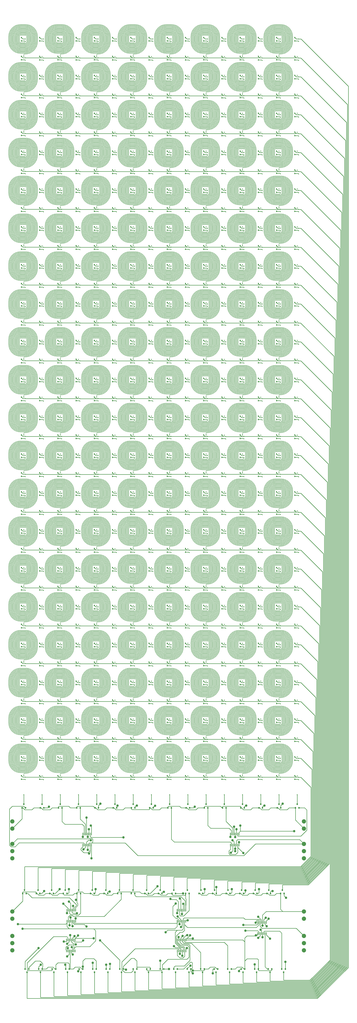
<source format=gbl>
G04 Layer_Physical_Order=4*
G04 Layer_Color=16711680*
%FSLAX25Y25*%
%MOIN*%
G70*
G01*
G75*
%ADD10C,0.00800*%
%ADD11C,0.01000*%
%ADD12C,0.08858*%
%ADD13C,0.01800*%
%ADD14C,0.02000*%
%ADD15C,0.05000*%
%ADD16R,0.03157X0.03827*%
%ADD17R,0.01400X0.05800*%
%ADD18R,0.03150X0.03543*%
%ADD19R,0.01968X0.03150*%
D10*
X4382950Y2561593D02*
G03*
X4407550Y2536993I24600J0D01*
G01*
X4386150Y2561593D02*
G03*
X4407550Y2540193I21400J0D01*
G01*
X4384550Y2561593D02*
G03*
X4407550Y2538593I23000J0D01*
G01*
X4387750Y2561593D02*
G03*
X4407550Y2541793I19800J0D01*
G01*
X4382950Y2719593D02*
G03*
X4407550Y2694993I24600J0D01*
G01*
Y2592293D02*
G03*
X4387750Y2572493I0J-19800D01*
G01*
X4407550Y2593893D02*
G03*
X4386150Y2572493I0J-21400D01*
G01*
X4407550Y2671293D02*
G03*
X4387750Y2651493I0J-19800D01*
G01*
X4389350Y2561593D02*
G03*
X4407550Y2543393I18200J0D01*
G01*
Y2597093D02*
G03*
X4382950Y2572493I0J-24600D01*
G01*
X4407550Y2595493D02*
G03*
X4384550Y2572493I0J-23000D01*
G01*
X4392550Y2561593D02*
G03*
X4407550Y2546593I15000J0D01*
G01*
X4394150Y2561593D02*
G03*
X4407550Y2548193I13400J0D01*
G01*
X4390950Y2561593D02*
G03*
X4407550Y2544993I16600J0D01*
G01*
Y2666493D02*
G03*
X4392550Y2651493I0J-15000D01*
G01*
X4407550Y2669693D02*
G03*
X4389350Y2651493I0J-18200D01*
G01*
X4407550Y2668093D02*
G03*
X4390950Y2651493I0J-16600D01*
G01*
X4407550Y2587493D02*
G03*
X4392550Y2572493I0J-15000D01*
G01*
X4407550Y2590693D02*
G03*
X4389350Y2572493I0J-18200D01*
G01*
X4407550Y2589093D02*
G03*
X4390950Y2572493I0J-16600D01*
G01*
X4407550Y2672893D02*
G03*
X4386150Y2651493I0J-21400D01*
G01*
X4407550Y2676093D02*
G03*
X4382950Y2651493I0J-24600D01*
G01*
X4407550Y2674493D02*
G03*
X4384550Y2651493I0J-23000D01*
G01*
Y2719593D02*
G03*
X4407550Y2696593I23000J0D01*
G01*
X4386150Y2719593D02*
G03*
X4407550Y2698193I21400J0D01*
G01*
X4389350Y2719593D02*
G03*
X4407550Y2701393I18200J0D01*
G01*
X4390950Y2719593D02*
G03*
X4407550Y2702993I16600J0D01*
G01*
X4392550Y2719593D02*
G03*
X4407550Y2704593I15000J0D01*
G01*
X4387750Y2719593D02*
G03*
X4407550Y2699793I19800J0D01*
G01*
Y2753493D02*
G03*
X4384550Y2730493I0J-23000D01*
G01*
X4407550Y2750293D02*
G03*
X4387750Y2730493I0J-19800D01*
G01*
X4407550Y2755093D02*
G03*
X4382950Y2730493I0J-24600D01*
G01*
X4407550Y2751893D02*
G03*
X4386150Y2730493I0J-21400D01*
G01*
X4407550Y2747093D02*
G03*
X4390950Y2730493I0J-16600D01*
G01*
X4407550Y2743893D02*
G03*
X4394150Y2730493I0J-13400D01*
G01*
X4407550Y2748693D02*
G03*
X4389350Y2730493I0J-18200D01*
G01*
X4407550Y2745493D02*
G03*
X4392550Y2730493I0J-15000D01*
G01*
X4387750Y2798593D02*
G03*
X4407550Y2778793I19800J0D01*
G01*
Y2829293D02*
G03*
X4387750Y2809493I0J-19800D01*
G01*
X4407550Y2827693D02*
G03*
X4389350Y2809493I0J-18200D01*
G01*
X4382950Y2798593D02*
G03*
X4407550Y2773993I24600J0D01*
G01*
X4384550Y2798593D02*
G03*
X4407550Y2775593I23000J0D01*
G01*
X4386150Y2798593D02*
G03*
X4407550Y2777193I21400J0D01*
G01*
X4389350Y2798593D02*
G03*
X4407550Y2780393I18200J0D01*
G01*
Y2822893D02*
G03*
X4394150Y2809493I0J-13400D01*
G01*
X4407550Y2826093D02*
G03*
X4390950Y2809493I0J-16600D01*
G01*
X4407550Y2824493D02*
G03*
X4392550Y2809493I0J-15000D01*
G01*
X4390950Y2798593D02*
G03*
X4407550Y2781993I16600J0D01*
G01*
X4392550Y2798593D02*
G03*
X4407550Y2783593I15000J0D01*
G01*
X4394150Y2798593D02*
G03*
X4407550Y2785193I13400J0D01*
G01*
Y2830893D02*
G03*
X4386150Y2809493I0J-21400D01*
G01*
X4407550Y2834093D02*
G03*
X4382950Y2809493I0J-24600D01*
G01*
X4407550Y2832493D02*
G03*
X4384550Y2809493I0J-23000D01*
G01*
X4382950Y2877593D02*
G03*
X4407550Y2852993I24600J0D01*
G01*
X4384550Y2877593D02*
G03*
X4407550Y2854593I23000J0D01*
G01*
X4386150Y2877593D02*
G03*
X4407550Y2856193I21400J0D01*
G01*
X4387750Y2877593D02*
G03*
X4407550Y2857793I19800J0D01*
G01*
X4389350Y2877593D02*
G03*
X4407550Y2859393I18200J0D01*
G01*
X4390950Y2877593D02*
G03*
X4407550Y2860993I16600J0D01*
G01*
Y2656893D02*
G03*
X4402150Y2651493I0J-5400D01*
G01*
X4395750Y2561593D02*
G03*
X4407550Y2549793I11800J0D01*
G01*
Y2579493D02*
G03*
X4400550Y2572493I0J-7000D01*
G01*
X4407550Y2584293D02*
G03*
X4395750Y2572493I0J-11800D01*
G01*
X4407550Y2582693D02*
G03*
X4397350Y2572493I0J-10200D01*
G01*
Y2561593D02*
G03*
X4407550Y2551393I10200J0D01*
G01*
Y2581093D02*
G03*
X4398950Y2572493I0J-8600D01*
G01*
Y2561593D02*
G03*
X4407550Y2552993I8600J0D01*
G01*
X4400550Y2561593D02*
G03*
X4407550Y2554593I7000J0D01*
G01*
Y2574693D02*
G03*
X4405350Y2572493I0J-2200D01*
G01*
X4407550Y2577893D02*
G03*
X4402150Y2572493I0J-5400D01*
G01*
X4407550Y2576293D02*
G03*
X4403750Y2572493I0J-3800D01*
G01*
X4402150Y2561593D02*
G03*
X4407550Y2556193I5400J0D01*
G01*
X4403750Y2561593D02*
G03*
X4407550Y2557793I3800J0D01*
G01*
X4405350Y2561593D02*
G03*
X4407550Y2559393I2200J0D01*
G01*
Y2660093D02*
G03*
X4398950Y2651493I0J-8600D01*
G01*
X4407550Y2661693D02*
G03*
X4397350Y2651493I0J-10200D01*
G01*
X4407550Y2585893D02*
G03*
X4394150Y2572493I0J-13400D01*
G01*
X4407550Y2664893D02*
G03*
X4394150Y2651493I0J-13400D01*
G01*
X4407550Y2663293D02*
G03*
X4395750Y2651493I0J-11800D01*
G01*
X4394150Y2719593D02*
G03*
X4407550Y2706193I13400J0D01*
G01*
Y2653693D02*
G03*
X4405350Y2651493I0J-2200D01*
G01*
X4407550Y2658493D02*
G03*
X4400550Y2651493I0J-7000D01*
G01*
X4407550Y2655293D02*
G03*
X4403750Y2651493I0J-3800D01*
G01*
X4400550Y2719593D02*
G03*
X4407550Y2712593I7000J0D01*
G01*
X4395750Y2719593D02*
G03*
X4407550Y2707793I11800J0D01*
G01*
X4397350Y2719593D02*
G03*
X4407550Y2709393I10200J0D01*
G01*
X4398950Y2719593D02*
G03*
X4407550Y2710993I8600J0D01*
G01*
Y2742293D02*
G03*
X4395750Y2730493I0J-11800D01*
G01*
X4407550Y2740693D02*
G03*
X4397350Y2730493I0J-10200D01*
G01*
X4402150Y2719593D02*
G03*
X4407550Y2714193I5400J0D01*
G01*
X4403750Y2719593D02*
G03*
X4407550Y2715793I3800J0D01*
G01*
X4405350Y2719593D02*
G03*
X4407550Y2717393I2200J0D01*
G01*
Y2737493D02*
G03*
X4400550Y2730493I0J-7000D01*
G01*
X4407550Y2739093D02*
G03*
X4398950Y2730493I0J-8600D01*
G01*
X4395750Y2798593D02*
G03*
X4407550Y2786793I11800J0D01*
G01*
X4397350Y2798593D02*
G03*
X4407550Y2788393I10200J0D01*
G01*
X4398950Y2798593D02*
G03*
X4407550Y2789993I8600J0D01*
G01*
Y2732693D02*
G03*
X4405350Y2730493I0J-2200D01*
G01*
X4407550Y2735893D02*
G03*
X4402150Y2730493I0J-5400D01*
G01*
X4407550Y2734293D02*
G03*
X4403750Y2730493I0J-3800D01*
G01*
X4405350Y2798593D02*
G03*
X4407550Y2796393I2200J0D01*
G01*
Y2813293D02*
G03*
X4403750Y2809493I0J-3800D01*
G01*
X4407550Y2811693D02*
G03*
X4405350Y2809493I0J-2200D01*
G01*
X4400550Y2798593D02*
G03*
X4407550Y2791593I7000J0D01*
G01*
X4402150Y2798593D02*
G03*
X4407550Y2793193I5400J0D01*
G01*
X4403750Y2798593D02*
G03*
X4407550Y2794793I3800J0D01*
G01*
Y2818093D02*
G03*
X4398950Y2809493I0J-8600D01*
G01*
X4407550Y2821293D02*
G03*
X4395750Y2809493I0J-11800D01*
G01*
X4407550Y2819693D02*
G03*
X4397350Y2809493I0J-10200D01*
G01*
X4407550Y2814893D02*
G03*
X4402150Y2809493I0J-5400D01*
G01*
X4407550Y2816493D02*
G03*
X4400550Y2809493I0J-7000D01*
G01*
Y2877593D02*
G03*
X4407550Y2870593I7000J0D01*
G01*
X4402150Y2877593D02*
G03*
X4407550Y2872193I5400J0D01*
G01*
Y2906693D02*
G03*
X4389350Y2888493I0J-18200D01*
G01*
X4407550Y2913093D02*
G03*
X4382950Y2888493I0J-24600D01*
G01*
X4407550Y2908293D02*
G03*
X4387750Y2888493I0J-19800D01*
G01*
X4407550Y2911493D02*
G03*
X4384550Y2888493I0J-23000D01*
G01*
X4407550Y2909893D02*
G03*
X4386150Y2888493I0J-21400D01*
G01*
X4392550Y2877593D02*
G03*
X4407550Y2862593I15000J0D01*
G01*
Y2905093D02*
G03*
X4390950Y2888493I0J-16600D01*
G01*
X4407550Y2903493D02*
G03*
X4392550Y2888493I0J-15000D01*
G01*
X4384550Y2956593D02*
G03*
X4407550Y2933593I23000J0D01*
G01*
X4386150Y2956593D02*
G03*
X4407550Y2935193I21400J0D01*
G01*
X4382950Y2956593D02*
G03*
X4407550Y2931993I24600J0D01*
G01*
Y2988893D02*
G03*
X4386150Y2967493I0J-21400D01*
G01*
X4407550Y2992093D02*
G03*
X4382950Y2967493I0J-24600D01*
G01*
X4407550Y2990493D02*
G03*
X4384550Y2967493I0J-23000D01*
G01*
X4392550Y2956593D02*
G03*
X4407550Y2941593I15000J0D01*
G01*
Y2985693D02*
G03*
X4389350Y2967493I0J-18200D01*
G01*
X4407550Y2982493D02*
G03*
X4392550Y2967493I0J-15000D01*
G01*
X4387750Y2956593D02*
G03*
X4407550Y2936793I19800J0D01*
G01*
X4389350Y2956593D02*
G03*
X4407550Y2938393I18200J0D01*
G01*
X4390950Y2956593D02*
G03*
X4407550Y2939993I16600J0D01*
G01*
Y2984093D02*
G03*
X4390950Y2967493I0J-16600D01*
G01*
X4407550Y2987293D02*
G03*
X4387750Y2967493I0J-19800D01*
G01*
X4407550Y3145293D02*
G03*
X4387750Y3125493I0J-19800D01*
G01*
X4384550Y3193593D02*
G03*
X4407550Y3170593I23000J0D01*
G01*
X4386150Y3193593D02*
G03*
X4407550Y3172193I21400J0D01*
G01*
X4387750Y3193593D02*
G03*
X4407550Y3173793I19800J0D01*
G01*
X4382950Y3193593D02*
G03*
X4407550Y3168993I24600J0D01*
G01*
X4389350Y3193593D02*
G03*
X4407550Y3175393I18200J0D01*
G01*
Y3142093D02*
G03*
X4390950Y3125493I0J-16600D01*
G01*
X4407550Y3219493D02*
G03*
X4392550Y3204493I0J-15000D01*
G01*
X4407550Y3222693D02*
G03*
X4389350Y3204493I0J-18200D01*
G01*
X4407550Y3221093D02*
G03*
X4390950Y3204493I0J-16600D01*
G01*
Y3193593D02*
G03*
X4407550Y3176993I16600J0D01*
G01*
X4392550Y3193593D02*
G03*
X4407550Y3178593I15000J0D01*
G01*
X4394150Y3193593D02*
G03*
X4407550Y3180193I13400J0D01*
G01*
X4386150Y3272593D02*
G03*
X4407550Y3251193I21400J0D01*
G01*
X4387750Y3272593D02*
G03*
X4407550Y3252793I19800J0D01*
G01*
Y3225893D02*
G03*
X4386150Y3204493I0J-21400D01*
G01*
X4407550Y3229093D02*
G03*
X4382950Y3204493I0J-24600D01*
G01*
X4407550Y3227493D02*
G03*
X4384550Y3204493I0J-23000D01*
G01*
X4407550Y3304893D02*
G03*
X4386150Y3283493I0J-21400D01*
G01*
X4407550Y3308093D02*
G03*
X4382950Y3283493I0J-24600D01*
G01*
X4407550Y3306493D02*
G03*
X4384550Y3283493I0J-23000D01*
G01*
X4390950Y3272593D02*
G03*
X4407550Y3255993I16600J0D01*
G01*
X4392550Y3272593D02*
G03*
X4407550Y3257593I15000J0D01*
G01*
X4394150Y3272593D02*
G03*
X4407550Y3259193I13400J0D01*
G01*
Y3224293D02*
G03*
X4387750Y3204493I0J-19800D01*
G01*
X4389350Y3272593D02*
G03*
X4407550Y3254393I18200J0D01*
G01*
Y3301693D02*
G03*
X4389350Y3283493I0J-18200D01*
G01*
X4407550Y3298493D02*
G03*
X4392550Y3283493I0J-15000D01*
G01*
X4407550Y3303293D02*
G03*
X4387750Y3283493I0J-19800D01*
G01*
X4407550Y3300093D02*
G03*
X4390950Y3283493I0J-16600D01*
G01*
X4398950Y2877593D02*
G03*
X4407550Y2868993I8600J0D01*
G01*
Y2901893D02*
G03*
X4394150Y2888493I0J-13400D01*
G01*
Y2877593D02*
G03*
X4407550Y2864193I13400J0D01*
G01*
X4395750Y2877593D02*
G03*
X4407550Y2865793I11800J0D01*
G01*
X4397350Y2877593D02*
G03*
X4407550Y2867393I10200J0D01*
G01*
Y2897093D02*
G03*
X4398950Y2888493I0J-8600D01*
G01*
X4407550Y2900293D02*
G03*
X4395750Y2888493I0J-11800D01*
G01*
X4407550Y2898693D02*
G03*
X4397350Y2888493I0J-10200D01*
G01*
X4407550Y2893893D02*
G03*
X4402150Y2888493I0J-5400D01*
G01*
X4407550Y2895493D02*
G03*
X4400550Y2888493I0J-7000D01*
G01*
X4403750Y2877593D02*
G03*
X4407550Y2873793I3800J0D01*
G01*
Y2892293D02*
G03*
X4403750Y2888493I0J-3800D01*
G01*
X4405350Y2877593D02*
G03*
X4407550Y2875393I2200J0D01*
G01*
Y2890693D02*
G03*
X4405350Y2888493I0J-2200D01*
G01*
X4394150Y2956593D02*
G03*
X4407550Y2943193I13400J0D01*
G01*
X4395750Y2956593D02*
G03*
X4407550Y2944793I11800J0D01*
G01*
Y2976093D02*
G03*
X4398950Y2967493I0J-8600D01*
G01*
X4407550Y2979293D02*
G03*
X4395750Y2967493I0J-11800D01*
G01*
X4407550Y2977693D02*
G03*
X4397350Y2967493I0J-10200D01*
G01*
Y2956593D02*
G03*
X4407550Y2946393I10200J0D01*
G01*
Y2980893D02*
G03*
X4394150Y2967493I0J-13400D01*
G01*
X4398950Y2956593D02*
G03*
X4407550Y2947993I8600J0D01*
G01*
X4400550Y2956593D02*
G03*
X4407550Y2949593I7000J0D01*
G01*
X4402150Y2956593D02*
G03*
X4407550Y2951193I5400J0D01*
G01*
X4403750Y2956593D02*
G03*
X4407550Y2952793I3800J0D01*
G01*
Y2969693D02*
G03*
X4405350Y2967493I0J-2200D01*
G01*
X4407550Y2972893D02*
G03*
X4402150Y2967493I0J-5400D01*
G01*
X4405350Y2956593D02*
G03*
X4407550Y2954393I2200J0D01*
G01*
Y2974493D02*
G03*
X4400550Y2967493I0J-7000D01*
G01*
X4407550Y2971293D02*
G03*
X4403750Y2967493I0J-3800D01*
G01*
X4402150Y3272593D02*
G03*
X4407550Y3267193I5400J0D01*
G01*
Y3134093D02*
G03*
X4398950Y3125493I0J-8600D01*
G01*
X4407550Y3137293D02*
G03*
X4395750Y3125493I0J-11800D01*
G01*
Y3193593D02*
G03*
X4407550Y3181793I11800J0D01*
G01*
X4397350Y3193593D02*
G03*
X4407550Y3183393I10200J0D01*
G01*
X4398950Y3193593D02*
G03*
X4407550Y3184993I8600J0D01*
G01*
Y3130893D02*
G03*
X4402150Y3125493I0J-5400D01*
G01*
X4407550Y3132493D02*
G03*
X4400550Y3125493I0J-7000D01*
G01*
X4403750Y3193593D02*
G03*
X4407550Y3189793I3800J0D01*
G01*
Y3206693D02*
G03*
X4405350Y3204493I0J-2200D01*
G01*
Y3193593D02*
G03*
X4407550Y3191393I2200J0D01*
G01*
X4400550Y3193593D02*
G03*
X4407550Y3186593I7000J0D01*
G01*
X4402150Y3193593D02*
G03*
X4407550Y3188193I5400J0D01*
G01*
Y3216293D02*
G03*
X4395750Y3204493I0J-11800D01*
G01*
X4407550Y3213093D02*
G03*
X4398950Y3204493I0J-8600D01*
G01*
X4407550Y3217893D02*
G03*
X4394150Y3204493I0J-13400D01*
G01*
X4407550Y3214693D02*
G03*
X4397350Y3204493I0J-10200D01*
G01*
X4407550Y3293693D02*
G03*
X4397350Y3283493I0J-10200D01*
G01*
X4407550Y3296893D02*
G03*
X4394150Y3283493I0J-13400D01*
G01*
X4407550Y3295293D02*
G03*
X4395750Y3283493I0J-11800D01*
G01*
Y3272593D02*
G03*
X4407550Y3260793I11800J0D01*
G01*
X4397350Y3272593D02*
G03*
X4407550Y3262393I10200J0D01*
G01*
X4398950Y3272593D02*
G03*
X4407550Y3263993I8600J0D01*
G01*
X4400550Y3272593D02*
G03*
X4407550Y3265593I7000J0D01*
G01*
X4403750Y3272593D02*
G03*
X4407550Y3268793I3800J0D01*
G01*
Y3208293D02*
G03*
X4403750Y3204493I0J-3800D01*
G01*
X4407550Y3211493D02*
G03*
X4400550Y3204493I0J-7000D01*
G01*
X4407550Y3209893D02*
G03*
X4402150Y3204493I0J-5400D01*
G01*
X4407550Y3285693D02*
G03*
X4405350Y3283493I0J-2200D01*
G01*
X4407550Y3288893D02*
G03*
X4402150Y3283493I0J-5400D01*
G01*
X4407550Y3287293D02*
G03*
X4403750Y3283493I0J-3800D01*
G01*
X4405350Y3272593D02*
G03*
X4407550Y3270393I2200J0D01*
G01*
Y3292093D02*
G03*
X4398950Y3283493I0J-8600D01*
G01*
X4407550Y3290493D02*
G03*
X4400550Y3283493I0J-7000D01*
G01*
X4384550Y2640593D02*
G03*
X4407550Y2617593I23000J0D01*
G01*
X4386150Y2640593D02*
G03*
X4407550Y2619193I21400J0D01*
G01*
X4382950Y2640593D02*
G03*
X4407550Y2615993I24600J0D01*
G01*
X4392550Y2640593D02*
G03*
X4407550Y2625593I15000J0D01*
G01*
X4394150Y2640593D02*
G03*
X4407550Y2627193I13400J0D01*
G01*
X4395750Y2640593D02*
G03*
X4407550Y2628793I11800J0D01*
G01*
X4387750Y2640593D02*
G03*
X4407550Y2620793I19800J0D01*
G01*
X4389350Y2640593D02*
G03*
X4407550Y2622393I18200J0D01*
G01*
X4390950Y2640593D02*
G03*
X4407550Y2623993I16600J0D01*
G01*
X4397350Y2640593D02*
G03*
X4407550Y2630393I10200J0D01*
G01*
X4398950Y2640593D02*
G03*
X4407550Y2631993I8600J0D01*
G01*
X4400550Y2640593D02*
G03*
X4407550Y2633593I7000J0D01*
G01*
X4402150Y2640593D02*
G03*
X4407550Y2635193I5400J0D01*
G01*
X4403750Y2640593D02*
G03*
X4407550Y2636793I3800J0D01*
G01*
X4405350Y2640593D02*
G03*
X4407550Y2638393I2200J0D01*
G01*
X4386150Y3035593D02*
G03*
X4407550Y3014193I21400J0D01*
G01*
X4387750Y3035593D02*
G03*
X4407550Y3015793I19800J0D01*
G01*
X4382950Y3035593D02*
G03*
X4407550Y3010993I24600J0D01*
G01*
X4384550Y3035593D02*
G03*
X4407550Y3012593I23000J0D01*
G01*
Y3067893D02*
G03*
X4386150Y3046493I0J-21400D01*
G01*
X4407550Y3071093D02*
G03*
X4382950Y3046493I0J-24600D01*
G01*
X4407550Y3069493D02*
G03*
X4384550Y3046493I0J-23000D01*
G01*
X4407550Y3059893D02*
G03*
X4394150Y3046493I0J-13400D01*
G01*
X4407550Y3061493D02*
G03*
X4392550Y3046493I0J-15000D01*
G01*
X4389350Y3035593D02*
G03*
X4407550Y3017393I18200J0D01*
G01*
X4390950Y3035593D02*
G03*
X4407550Y3018993I16600J0D01*
G01*
X4392550Y3035593D02*
G03*
X4407550Y3020593I15000J0D01*
G01*
Y3051893D02*
G03*
X4402150Y3046493I0J-5400D01*
G01*
X4407550Y3055093D02*
G03*
X4398950Y3046493I0J-8600D01*
G01*
X4407550Y3053493D02*
G03*
X4400550Y3046493I0J-7000D01*
G01*
X4407550Y3048693D02*
G03*
X4405350Y3046493I0J-2200D01*
G01*
X4407550Y3056693D02*
G03*
X4397350Y3046493I0J-10200D01*
G01*
X4407550Y3050293D02*
G03*
X4403750Y3046493I0J-3800D01*
G01*
X4398950Y3035593D02*
G03*
X4407550Y3026993I8600J0D01*
G01*
X4400550Y3035593D02*
G03*
X4407550Y3028593I7000J0D01*
G01*
X4394150Y3035593D02*
G03*
X4407550Y3022193I13400J0D01*
G01*
X4395750Y3035593D02*
G03*
X4407550Y3023793I11800J0D01*
G01*
X4397350Y3035593D02*
G03*
X4407550Y3025393I10200J0D01*
G01*
Y3058293D02*
G03*
X4395750Y3046493I0J-11800D01*
G01*
X4407550Y3066293D02*
G03*
X4387750Y3046493I0J-19800D01*
G01*
X4407550Y3063093D02*
G03*
X4390950Y3046493I0J-16600D01*
G01*
X4402150Y3035593D02*
G03*
X4407550Y3030193I5400J0D01*
G01*
Y3064693D02*
G03*
X4389350Y3046493I0J-18200D01*
G01*
X4403750Y3035593D02*
G03*
X4407550Y3031793I3800J0D01*
G01*
X4405350Y3035593D02*
G03*
X4407550Y3033393I2200J0D01*
G01*
X4387750Y3114593D02*
G03*
X4407550Y3094793I19800J0D01*
G01*
X4389350Y3114593D02*
G03*
X4407550Y3096393I18200J0D01*
G01*
X4390950Y3114593D02*
G03*
X4407550Y3097993I16600J0D01*
G01*
X4382950Y3114593D02*
G03*
X4407550Y3089993I24600J0D01*
G01*
X4384550Y3114593D02*
G03*
X4407550Y3091593I23000J0D01*
G01*
X4386150Y3114593D02*
G03*
X4407550Y3093193I21400J0D01*
G01*
X4397350Y3114593D02*
G03*
X4407550Y3104393I10200J0D01*
G01*
X4398950Y3114593D02*
G03*
X4407550Y3105993I8600J0D01*
G01*
X4400550Y3114593D02*
G03*
X4407550Y3107593I7000J0D01*
G01*
X4392550Y3114593D02*
G03*
X4407550Y3099593I15000J0D01*
G01*
X4394150Y3114593D02*
G03*
X4407550Y3101193I13400J0D01*
G01*
X4395750Y3114593D02*
G03*
X4407550Y3102793I11800J0D01*
G01*
X4402150Y3114593D02*
G03*
X4407550Y3109193I5400J0D01*
G01*
Y3143693D02*
G03*
X4389350Y3125493I0J-18200D01*
G01*
X4407550Y3150093D02*
G03*
X4382950Y3125493I0J-24600D01*
G01*
X4403750Y3114593D02*
G03*
X4407550Y3110793I3800J0D01*
G01*
Y3146893D02*
G03*
X4386150Y3125493I0J-21400D01*
G01*
X4405350Y3114593D02*
G03*
X4407550Y3112393I2200J0D01*
G01*
Y3138893D02*
G03*
X4394150Y3125493I0J-13400D01*
G01*
X4407550Y3140493D02*
G03*
X4392550Y3125493I0J-15000D01*
G01*
X4407550Y3129293D02*
G03*
X4403750Y3125493I0J-3800D01*
G01*
X4407550Y3148493D02*
G03*
X4384550Y3125493I0J-23000D01*
G01*
X4407550Y3135693D02*
G03*
X4397350Y3125493I0J-10200D01*
G01*
X4407550Y3127693D02*
G03*
X4405350Y3125493I0J-2200D01*
G01*
X4382950Y3272593D02*
G03*
X4407550Y3247993I24600J0D01*
G01*
X4384550Y3272593D02*
G03*
X4407550Y3249593I23000J0D01*
G01*
Y3382293D02*
G03*
X4387750Y3362493I0J-19800D01*
G01*
X4390950Y3351593D02*
G03*
X4407550Y3334993I16600J0D01*
G01*
X4392550Y3351593D02*
G03*
X4407550Y3336593I15000J0D01*
G01*
Y3379093D02*
G03*
X4390950Y3362493I0J-16600D01*
G01*
X4407550Y3377493D02*
G03*
X4392550Y3362493I0J-15000D01*
G01*
X4407550Y3464493D02*
G03*
X4384550Y3441493I0J-23000D01*
G01*
X4382950Y3351593D02*
G03*
X4407550Y3326993I24600J0D01*
G01*
X4384550Y3351593D02*
G03*
X4407550Y3328593I23000J0D01*
G01*
X4386150Y3351593D02*
G03*
X4407550Y3330193I21400J0D01*
G01*
Y3387093D02*
G03*
X4382950Y3362493I0J-24600D01*
G01*
X4407550Y3383893D02*
G03*
X4386150Y3362493I0J-21400D01*
G01*
X4389350Y3351593D02*
G03*
X4407550Y3333393I18200J0D01*
G01*
Y3375893D02*
G03*
X4394150Y3362493I0J-13400D01*
G01*
X4387750Y3351593D02*
G03*
X4407550Y3331793I19800J0D01*
G01*
X4382950Y3430593D02*
G03*
X4407550Y3405993I24600J0D01*
G01*
Y3461293D02*
G03*
X4387750Y3441493I0J-19800D01*
G01*
X4407550Y3466093D02*
G03*
X4382950Y3441493I0J-24600D01*
G01*
X4407550Y3462893D02*
G03*
X4386150Y3441493I0J-21400D01*
G01*
X4384550Y3430593D02*
G03*
X4407550Y3407593I23000J0D01*
G01*
X4386150Y3430593D02*
G03*
X4407550Y3409193I21400J0D01*
G01*
X4387750Y3430593D02*
G03*
X4407550Y3410793I19800J0D01*
G01*
X4390950Y3430593D02*
G03*
X4407550Y3413993I16600J0D01*
G01*
Y3459693D02*
G03*
X4389350Y3441493I0J-18200D01*
G01*
X4392550Y3430593D02*
G03*
X4407550Y3415593I15000J0D01*
G01*
X4389350Y3430593D02*
G03*
X4407550Y3412393I18200J0D01*
G01*
Y3456493D02*
G03*
X4392550Y3441493I0J-15000D01*
G01*
X4407550Y3458093D02*
G03*
X4390950Y3441493I0J-16600D01*
G01*
X4407550Y3545093D02*
G03*
X4382950Y3520493I0J-24600D01*
G01*
X4407550Y3540293D02*
G03*
X4387750Y3520493I0J-19800D01*
G01*
X4407550Y3543493D02*
G03*
X4384550Y3520493I0J-23000D01*
G01*
X4407550Y3541893D02*
G03*
X4386150Y3520493I0J-21400D01*
G01*
X4407550Y3538693D02*
G03*
X4389350Y3520493I0J-18200D01*
G01*
X4407550Y3533893D02*
G03*
X4394150Y3520493I0J-13400D01*
G01*
X4407550Y3537093D02*
G03*
X4390950Y3520493I0J-16600D01*
G01*
X4407550Y3535493D02*
G03*
X4392550Y3520493I0J-15000D01*
G01*
X4384550Y3509593D02*
G03*
X4407550Y3486593I23000J0D01*
G01*
X4386150Y3509593D02*
G03*
X4407550Y3488193I21400J0D01*
G01*
X4382950Y3509593D02*
G03*
X4407550Y3484993I24600J0D01*
G01*
X4387750Y3509593D02*
G03*
X4407550Y3489793I19800J0D01*
G01*
X4389350Y3509593D02*
G03*
X4407550Y3491393I18200J0D01*
G01*
X4390950Y3509593D02*
G03*
X4407550Y3492993I16600J0D01*
G01*
X4392550Y3509593D02*
G03*
X4407550Y3494593I15000J0D01*
G01*
X4382950Y3588593D02*
G03*
X4407550Y3563993I24600J0D01*
G01*
X4384550Y3588593D02*
G03*
X4407550Y3565593I23000J0D01*
G01*
X4386150Y3588593D02*
G03*
X4407550Y3567193I21400J0D01*
G01*
Y3624093D02*
G03*
X4382950Y3599493I0J-24600D01*
G01*
X4407550Y3622493D02*
G03*
X4384550Y3599493I0J-23000D01*
G01*
X4389350Y3588593D02*
G03*
X4407550Y3570393I18200J0D01*
G01*
X4390950Y3588593D02*
G03*
X4407550Y3571993I16600J0D01*
G01*
X4392550Y3588593D02*
G03*
X4407550Y3573593I15000J0D01*
G01*
X4387750Y3588593D02*
G03*
X4407550Y3568793I19800J0D01*
G01*
Y3617693D02*
G03*
X4389350Y3599493I0J-18200D01*
G01*
X4407550Y3620893D02*
G03*
X4386150Y3599493I0J-21400D01*
G01*
X4407550Y3614493D02*
G03*
X4392550Y3599493I0J-15000D01*
G01*
X4407550Y3619293D02*
G03*
X4387750Y3599493I0J-19800D01*
G01*
X4407550Y3616093D02*
G03*
X4390950Y3599493I0J-16600D01*
G01*
X4394150Y3351593D02*
G03*
X4407550Y3338193I13400J0D01*
G01*
Y3374293D02*
G03*
X4395750Y3362493I0J-11800D01*
G01*
X4407550Y3371093D02*
G03*
X4398950Y3362493I0J-8600D01*
G01*
X4407550Y3450093D02*
G03*
X4398950Y3441493I0J-8600D01*
G01*
X4407550Y3448493D02*
G03*
X4400550Y3441493I0J-7000D01*
G01*
X4407550Y3372693D02*
G03*
X4397350Y3362493I0J-10200D01*
G01*
X4407550Y3364693D02*
G03*
X4405350Y3362493I0J-2200D01*
G01*
X4394150Y3430593D02*
G03*
X4407550Y3417193I13400J0D01*
G01*
X4395750Y3430593D02*
G03*
X4407550Y3418793I11800J0D01*
G01*
Y3451693D02*
G03*
X4397350Y3441493I0J-10200D01*
G01*
X4407550Y3453293D02*
G03*
X4395750Y3441493I0J-11800D01*
G01*
X4397350Y3430593D02*
G03*
X4407550Y3420393I10200J0D01*
G01*
Y3454893D02*
G03*
X4394150Y3441493I0J-13400D01*
G01*
X4398950Y3430593D02*
G03*
X4407550Y3421993I8600J0D01*
G01*
X4403750Y3430593D02*
G03*
X4407550Y3426793I3800J0D01*
G01*
Y3446893D02*
G03*
X4402150Y3441493I0J-5400D01*
G01*
X4405350Y3430593D02*
G03*
X4407550Y3428393I2200J0D01*
G01*
X4400550Y3430593D02*
G03*
X4407550Y3423593I7000J0D01*
G01*
X4402150Y3430593D02*
G03*
X4407550Y3425193I5400J0D01*
G01*
Y3443693D02*
G03*
X4405350Y3441493I0J-2200D01*
G01*
X4407550Y3445293D02*
G03*
X4403750Y3441493I0J-3800D01*
G01*
X4407550Y3532293D02*
G03*
X4395750Y3520493I0J-11800D01*
G01*
X4407550Y3529093D02*
G03*
X4398950Y3520493I0J-8600D01*
G01*
X4407550Y3527493D02*
G03*
X4400550Y3520493I0J-7000D01*
G01*
X4407550Y3530693D02*
G03*
X4397350Y3520493I0J-10200D01*
G01*
X4407550Y3522693D02*
G03*
X4405350Y3520493I0J-2200D01*
G01*
X4407550Y3525893D02*
G03*
X4402150Y3520493I0J-5400D01*
G01*
X4407550Y3524293D02*
G03*
X4403750Y3520493I0J-3800D01*
G01*
X4394150Y3509593D02*
G03*
X4407550Y3496193I13400J0D01*
G01*
X4400550Y3509593D02*
G03*
X4407550Y3502593I7000J0D01*
G01*
X4395750Y3509593D02*
G03*
X4407550Y3497793I11800J0D01*
G01*
X4397350Y3509593D02*
G03*
X4407550Y3499393I10200J0D01*
G01*
X4398950Y3509593D02*
G03*
X4407550Y3500993I8600J0D01*
G01*
X4402150Y3509593D02*
G03*
X4407550Y3504193I5400J0D01*
G01*
X4403750Y3509593D02*
G03*
X4407550Y3505793I3800J0D01*
G01*
X4405350Y3509593D02*
G03*
X4407550Y3507393I2200J0D01*
G01*
X4394150Y3588593D02*
G03*
X4407550Y3575193I13400J0D01*
G01*
X4395750Y3588593D02*
G03*
X4407550Y3576793I11800J0D01*
G01*
X4397350Y3588593D02*
G03*
X4407550Y3578393I10200J0D01*
G01*
Y3612893D02*
G03*
X4394150Y3599493I0J-13400D01*
G01*
X4407550Y3611293D02*
G03*
X4395750Y3599493I0J-11800D01*
G01*
X4402150Y3588593D02*
G03*
X4407550Y3583193I5400J0D01*
G01*
X4403750Y3588593D02*
G03*
X4407550Y3584793I3800J0D01*
G01*
X4405350Y3588593D02*
G03*
X4407550Y3586393I2200J0D01*
G01*
X4398950Y3588593D02*
G03*
X4407550Y3579993I8600J0D01*
G01*
X4400550Y3588593D02*
G03*
X4407550Y3581593I7000J0D01*
G01*
Y3603293D02*
G03*
X4403750Y3599493I0J-3800D01*
G01*
X4407550Y3606493D02*
G03*
X4400550Y3599493I0J-7000D01*
G01*
X4407550Y3604893D02*
G03*
X4402150Y3599493I0J-5400D01*
G01*
X4407550Y3601693D02*
G03*
X4405350Y3599493I0J-2200D01*
G01*
X4407550Y3609693D02*
G03*
X4397350Y3599493I0J-10200D01*
G01*
X4407550Y3608093D02*
G03*
X4398950Y3599493I0J-8600D01*
G01*
X4407550Y3703093D02*
G03*
X4382950Y3678493I0J-24600D01*
G01*
X4407550Y3698293D02*
G03*
X4387750Y3678493I0J-19800D01*
G01*
X4394150Y3667593D02*
G03*
X4407550Y3654193I13400J0D01*
G01*
X4387750Y3667593D02*
G03*
X4407550Y3647793I19800J0D01*
G01*
Y3701493D02*
G03*
X4384550Y3678493I0J-23000D01*
G01*
X4407550Y3699893D02*
G03*
X4386150Y3678493I0J-21400D01*
G01*
X4382950Y3667593D02*
G03*
X4407550Y3642993I24600J0D01*
G01*
X4384550Y3667593D02*
G03*
X4407550Y3644593I23000J0D01*
G01*
X4386150Y3667593D02*
G03*
X4407550Y3646193I21400J0D01*
G01*
X4389350Y3667593D02*
G03*
X4407550Y3649393I18200J0D01*
G01*
X4390950Y3667593D02*
G03*
X4407550Y3650993I16600J0D01*
G01*
Y3693493D02*
G03*
X4392550Y3678493I0J-15000D01*
G01*
X4407550Y3695093D02*
G03*
X4390950Y3678493I0J-16600D01*
G01*
X4392550Y3667593D02*
G03*
X4407550Y3652593I15000J0D01*
G01*
Y3696693D02*
G03*
X4389350Y3678493I0J-18200D01*
G01*
X4407550Y3691893D02*
G03*
X4394150Y3678493I0J-13400D01*
G01*
X4382950Y3746593D02*
G03*
X4407550Y3721993I24600J0D01*
G01*
X4384550Y3746593D02*
G03*
X4407550Y3723593I23000J0D01*
G01*
X4386150Y3746593D02*
G03*
X4407550Y3725193I21400J0D01*
G01*
X4390950Y3746593D02*
G03*
X4407550Y3729993I16600J0D01*
G01*
X4392550Y3746593D02*
G03*
X4407550Y3731593I15000J0D01*
G01*
X4394150Y3746593D02*
G03*
X4407550Y3733193I13400J0D01*
G01*
X4387750Y3746593D02*
G03*
X4407550Y3726793I19800J0D01*
G01*
X4389350Y3746593D02*
G03*
X4407550Y3728393I18200J0D01*
G01*
Y3940137D02*
G03*
X4382950Y3915536I0J-24600D01*
G01*
X4407550Y3935337D02*
G03*
X4387750Y3915536I0J-19800D01*
G01*
X4382950Y3904637D02*
G03*
X4407550Y3880037I24600J0D01*
G01*
Y3938536D02*
G03*
X4384550Y3915536I0J-23000D01*
G01*
Y3904637D02*
G03*
X4407550Y3881636I23000J0D01*
G01*
Y3936937D02*
G03*
X4386150Y3915536I0J-21400D01*
G01*
Y3904637D02*
G03*
X4407550Y3883237I21400J0D01*
G01*
X4387750Y3904637D02*
G03*
X4407550Y3884837I19800J0D01*
G01*
X4389350Y3904637D02*
G03*
X4407550Y3886436I18200J0D01*
G01*
Y3930537D02*
G03*
X4392550Y3915536I0J-15000D01*
G01*
X4407550Y3932137D02*
G03*
X4390950Y3915536I0J-16600D01*
G01*
Y3904637D02*
G03*
X4407550Y3888037I16600J0D01*
G01*
Y3933736D02*
G03*
X4389350Y3915536I0J-18200D01*
G01*
X4392550Y3904637D02*
G03*
X4407550Y3889637I15000J0D01*
G01*
X4384550Y4062637D02*
G03*
X4407550Y4039637I23000J0D01*
G01*
X4386150Y4062637D02*
G03*
X4407550Y4041236I21400J0D01*
G01*
X4382950Y3983636D02*
G03*
X4407550Y3959037I24600J0D01*
G01*
X4384550Y3983636D02*
G03*
X4407550Y3960637I23000J0D01*
G01*
X4386150Y3983636D02*
G03*
X4407550Y3962237I21400J0D01*
G01*
X4389350Y4062637D02*
G03*
X4407550Y4044437I18200J0D01*
G01*
X4390950Y4062637D02*
G03*
X4407550Y4046037I16600J0D01*
G01*
X4392550Y4062637D02*
G03*
X4407550Y4047636I15000J0D01*
G01*
X4387750Y3983636D02*
G03*
X4407550Y3963837I19800J0D01*
G01*
X4387750Y4062637D02*
G03*
X4407550Y4042837I19800J0D01*
G01*
X4405350Y3667593D02*
G03*
X4407550Y3665393I2200J0D01*
G01*
X4403750Y3667593D02*
G03*
X4407550Y3663793I3800J0D01*
G01*
Y3769293D02*
G03*
X4395750Y3757493I0J-11800D01*
G01*
X4407550Y3764493D02*
G03*
X4400550Y3757493I0J-7000D01*
G01*
X4395750Y3667593D02*
G03*
X4407550Y3655793I11800J0D01*
G01*
Y3687093D02*
G03*
X4398950Y3678493I0J-8600D01*
G01*
X4407550Y3690293D02*
G03*
X4395750Y3678493I0J-11800D01*
G01*
X4407550Y3688693D02*
G03*
X4397350Y3678493I0J-10200D01*
G01*
Y3667593D02*
G03*
X4407550Y3657393I10200J0D01*
G01*
X4398950Y3667593D02*
G03*
X4407550Y3658993I8600J0D01*
G01*
X4400550Y3667593D02*
G03*
X4407550Y3660593I7000J0D01*
G01*
X4402150Y3667593D02*
G03*
X4407550Y3662193I5400J0D01*
G01*
Y3685493D02*
G03*
X4400550Y3678493I0J-7000D01*
G01*
X4407550Y3680693D02*
G03*
X4405350Y3678493I0J-2200D01*
G01*
X4407550Y3683893D02*
G03*
X4402150Y3678493I0J-5400D01*
G01*
X4407550Y3682293D02*
G03*
X4403750Y3678493I0J-3800D01*
G01*
X4398950Y3746593D02*
G03*
X4407550Y3737993I8600J0D01*
G01*
Y3767693D02*
G03*
X4397350Y3757493I0J-10200D01*
G01*
X4407550Y3766093D02*
G03*
X4398950Y3757493I0J-8600D01*
G01*
X4395750Y3746593D02*
G03*
X4407550Y3734793I11800J0D01*
G01*
X4397350Y3746593D02*
G03*
X4407550Y3736393I10200J0D01*
G01*
X4400550Y3746593D02*
G03*
X4407550Y3739593I7000J0D01*
G01*
X4402150Y3746593D02*
G03*
X4407550Y3741193I5400J0D01*
G01*
X4403750Y3746593D02*
G03*
X4407550Y3742793I3800J0D01*
G01*
X4405350Y3746593D02*
G03*
X4407550Y3744393I2200J0D01*
G01*
X4398950Y3904637D02*
G03*
X4407550Y3896037I8600J0D01*
G01*
Y3925737D02*
G03*
X4397350Y3915536I0J-10200D01*
G01*
X4407550Y3924137D02*
G03*
X4398950Y3915536I0J-8600D01*
G01*
X4394150Y3904637D02*
G03*
X4407550Y3891236I13400J0D01*
G01*
X4395750Y3904637D02*
G03*
X4407550Y3892837I11800J0D01*
G01*
X4397350Y3904637D02*
G03*
X4407550Y3894437I10200J0D01*
G01*
X4400550Y3904637D02*
G03*
X4407550Y3897636I7000J0D01*
G01*
X4402150Y3904637D02*
G03*
X4407550Y3899237I5400J0D01*
G01*
Y3917736D02*
G03*
X4405350Y3915536I0J-2200D01*
G01*
X4407550Y3920937D02*
G03*
X4402150Y3915536I0J-5400D01*
G01*
X4407550Y3919337D02*
G03*
X4403750Y3915536I0J-3800D01*
G01*
Y3904637D02*
G03*
X4407550Y3900837I3800J0D01*
G01*
Y3922536D02*
G03*
X4400550Y3915536I0J-7000D01*
G01*
X4405350Y3904637D02*
G03*
X4407550Y3902436I2200J0D01*
G01*
Y3927337D02*
G03*
X4395750Y3915536I0J-11800D01*
G01*
X4407550Y3928937D02*
G03*
X4394150Y3915536I0J-13400D01*
G01*
Y4062637D02*
G03*
X4407550Y4049237I13400J0D01*
G01*
X4395750Y4062637D02*
G03*
X4407550Y4050837I11800J0D01*
G01*
X4397350Y4062637D02*
G03*
X4407550Y4052436I10200J0D01*
G01*
X4398950Y4062637D02*
G03*
X4407550Y4054037I8600J0D01*
G01*
X4397350Y3351593D02*
G03*
X4407550Y3341393I10200J0D01*
G01*
X4398950Y3351593D02*
G03*
X4407550Y3342993I8600J0D01*
G01*
X4395750Y3351593D02*
G03*
X4407550Y3339793I11800J0D01*
G01*
Y3367893D02*
G03*
X4402150Y3362493I0J-5400D01*
G01*
X4407550Y3380693D02*
G03*
X4389350Y3362493I0J-18200D01*
G01*
X4407550Y3369493D02*
G03*
X4400550Y3362493I0J-7000D01*
G01*
Y3351593D02*
G03*
X4407550Y3344593I7000J0D01*
G01*
Y3385493D02*
G03*
X4384550Y3362493I0J-23000D01*
G01*
X4402150Y3351593D02*
G03*
X4407550Y3346193I5400J0D01*
G01*
X4403750Y3351593D02*
G03*
X4407550Y3347793I3800J0D01*
G01*
X4405350Y3351593D02*
G03*
X4407550Y3349393I2200J0D01*
G01*
Y3366293D02*
G03*
X4403750Y3362493I0J-3800D01*
G01*
X4407550Y3759693D02*
G03*
X4405350Y3757493I0J-2200D01*
G01*
X4407550Y3772493D02*
G03*
X4392550Y3757493I0J-15000D01*
G01*
X4407550Y3775693D02*
G03*
X4389350Y3757493I0J-18200D01*
G01*
X4407550Y3774093D02*
G03*
X4390950Y3757493I0J-16600D01*
G01*
X4407550Y3761293D02*
G03*
X4403750Y3757493I0J-3800D01*
G01*
X4407550Y3770893D02*
G03*
X4394150Y3757493I0J-13400D01*
G01*
X4407550Y3762893D02*
G03*
X4402150Y3757493I0J-5400D01*
G01*
X4382950Y3825637D02*
G03*
X4407550Y3801036I24600J0D01*
G01*
X4384550Y3825637D02*
G03*
X4407550Y3802637I23000J0D01*
G01*
X4386150Y3825637D02*
G03*
X4407550Y3804237I21400J0D01*
G01*
X4387750Y3825637D02*
G03*
X4407550Y3805836I19800J0D01*
G01*
X4390950Y3825637D02*
G03*
X4407550Y3809037I16600J0D01*
G01*
X4392550Y3825637D02*
G03*
X4407550Y3810637I15000J0D01*
G01*
X4389350Y3825637D02*
G03*
X4407550Y3807437I18200J0D01*
G01*
X4398950Y3825637D02*
G03*
X4407550Y3817036I8600J0D01*
G01*
X4400550Y3825637D02*
G03*
X4407550Y3818637I7000J0D01*
G01*
X4394150Y3825637D02*
G03*
X4407550Y3812237I13400J0D01*
G01*
X4395750Y3825637D02*
G03*
X4407550Y3813837I11800J0D01*
G01*
X4397350Y3825637D02*
G03*
X4407550Y3815437I10200J0D01*
G01*
Y3782093D02*
G03*
X4382950Y3757493I0J-24600D01*
G01*
X4407550Y3777293D02*
G03*
X4387750Y3757493I0J-19800D01*
G01*
X4407550Y3780493D02*
G03*
X4384550Y3757493I0J-23000D01*
G01*
X4407550Y3778893D02*
G03*
X4386150Y3757493I0J-21400D01*
G01*
X4407550Y3841936D02*
G03*
X4402150Y3836537I0J-5400D01*
G01*
X4407550Y3845137D02*
G03*
X4398950Y3836537I0J-8600D01*
G01*
X4407550Y3843537D02*
G03*
X4400550Y3836537I0J-7000D01*
G01*
X4402150Y3825637D02*
G03*
X4407550Y3820237I5400J0D01*
G01*
X4403750Y3825637D02*
G03*
X4407550Y3821836I3800J0D01*
G01*
X4405350Y3825637D02*
G03*
X4407550Y3823437I2200J0D01*
G01*
Y3840337D02*
G03*
X4403750Y3836537I0J-3800D01*
G01*
X4407550Y3838737D02*
G03*
X4405350Y3836537I0J-2200D01*
G01*
X4407550Y3859537D02*
G03*
X4384550Y3836537I0J-23000D01*
G01*
X4407550Y3861137D02*
G03*
X4382950Y3836537I0J-24600D01*
G01*
X4407550Y3854737D02*
G03*
X4389350Y3836537I0J-18200D01*
G01*
X4407550Y3857936D02*
G03*
X4386150Y3836537I0J-21400D01*
G01*
X4407550Y3856337D02*
G03*
X4387750Y3836537I0J-19800D01*
G01*
X4407550Y3851537D02*
G03*
X4392550Y3836537I0J-15000D01*
G01*
X4407550Y3853136D02*
G03*
X4390950Y3836537I0J-16600D01*
G01*
X4407550Y3846737D02*
G03*
X4397350Y3836537I0J-10200D01*
G01*
X4407550Y3849937D02*
G03*
X4394150Y3836537I0J-13400D01*
G01*
X4407550Y3848336D02*
G03*
X4395750Y3836537I0J-11800D01*
G01*
X4392550Y3983636D02*
G03*
X4407550Y3968637I15000J0D01*
G01*
X4394150Y3983636D02*
G03*
X4407550Y3970237I13400J0D01*
G01*
X4389350Y3983636D02*
G03*
X4407550Y3965437I18200J0D01*
G01*
X4390950Y3983636D02*
G03*
X4407550Y3967036I16600J0D01*
G01*
Y4004737D02*
G03*
X4397350Y3994537I0J-10200D01*
G01*
X4407550Y4007936D02*
G03*
X4394150Y3994537I0J-13400D01*
G01*
X4407550Y4006337D02*
G03*
X4395750Y3994537I0J-11800D01*
G01*
Y3983636D02*
G03*
X4407550Y3971836I11800J0D01*
G01*
X4397350Y3983636D02*
G03*
X4407550Y3973437I10200J0D01*
G01*
X4398950Y3983636D02*
G03*
X4407550Y3975037I8600J0D01*
G01*
X4402150Y3983636D02*
G03*
X4407550Y3978237I5400J0D01*
G01*
X4403750Y3983636D02*
G03*
X4407550Y3979837I3800J0D01*
G01*
X4400550Y3983636D02*
G03*
X4407550Y3976637I7000J0D01*
G01*
Y3996737D02*
G03*
X4405350Y3994537I0J-2200D01*
G01*
X4407550Y3999937D02*
G03*
X4402150Y3994537I0J-5400D01*
G01*
X4407550Y3998336D02*
G03*
X4403750Y3994537I0J-3800D01*
G01*
X4405350Y3983636D02*
G03*
X4407550Y3981437I2200J0D01*
G01*
Y4003136D02*
G03*
X4398950Y3994537I0J-8600D01*
G01*
X4407550Y4001537D02*
G03*
X4400550Y3994537I0J-7000D01*
G01*
X4407550Y4012737D02*
G03*
X4389350Y3994537I0J-18200D01*
G01*
X4407550Y4019136D02*
G03*
X4382950Y3994537I0J-24600D01*
G01*
X4407550Y4014337D02*
G03*
X4387750Y3994537I0J-19800D01*
G01*
X4407550Y4017537D02*
G03*
X4384550Y3994537I0J-23000D01*
G01*
X4407550Y4015937D02*
G03*
X4386150Y3994537I0J-21400D01*
G01*
X4407550Y4094937D02*
G03*
X4386150Y4073537I0J-21400D01*
G01*
X4407550Y4091737D02*
G03*
X4389350Y4073537I0J-18200D01*
G01*
X4407550Y4009537D02*
G03*
X4392550Y3994537I0J-15000D01*
G01*
X4407550Y4011137D02*
G03*
X4390950Y3994537I0J-16600D01*
G01*
X4407550Y4075737D02*
G03*
X4405350Y4073537I0J-2200D01*
G01*
X4407550Y4090137D02*
G03*
X4390950Y4073537I0J-16600D01*
G01*
X4407550Y4077337D02*
G03*
X4403750Y4073537I0J-3800D01*
G01*
X4400550Y4062637D02*
G03*
X4407550Y4055637I7000J0D01*
G01*
X4402150Y4062637D02*
G03*
X4407550Y4057236I5400J0D01*
G01*
Y4088536D02*
G03*
X4392550Y4073537I0J-15000D01*
G01*
X4407550Y4096537D02*
G03*
X4384550Y4073537I0J-23000D01*
G01*
X4407550Y4093336D02*
G03*
X4387750Y4073537I0J-19800D01*
G01*
X4407550Y4098137D02*
G03*
X4382950Y4073537I0J-24600D01*
G01*
Y4062637D02*
G03*
X4407550Y4038037I24600J0D01*
G01*
X4403750Y4062637D02*
G03*
X4407550Y4058837I3800J0D01*
G01*
X4405350Y4062637D02*
G03*
X4407550Y4060437I2200J0D01*
G01*
Y4078937D02*
G03*
X4402150Y4073537I0J-5400D01*
G01*
X4407550Y4082137D02*
G03*
X4398950Y4073537I0J-8600D01*
G01*
X4407550Y4080537D02*
G03*
X4400550Y4073537I0J-7000D01*
G01*
X4407550Y4083736D02*
G03*
X4397350Y4073537I0J-10200D01*
G01*
X4407550Y4086937D02*
G03*
X4394150Y4073537I0J-13400D01*
G01*
X4407550Y4085337D02*
G03*
X4395750Y4073537I0J-11800D01*
G01*
X4416850Y2557793D02*
G03*
X4420650Y2561593I0J3800D01*
G01*
X4416850Y2556193D02*
G03*
X4422250Y2561593I0J5400D01*
G01*
X4416850Y2554593D02*
G03*
X4423850Y2561593I0J7000D01*
G01*
X4420650Y2572493D02*
G03*
X4418450Y2574693I-2200J0D01*
G01*
X4423850Y2572493D02*
G03*
X4418450Y2577893I-5400J0D01*
G01*
X4422250Y2572493D02*
G03*
X4418450Y2576293I-3800J0D01*
G01*
X4416850Y2633593D02*
G03*
X4423850Y2640593I0J7000D01*
G01*
X4416850Y2635193D02*
G03*
X4422250Y2640593I0J5400D01*
G01*
X4416850Y2636793D02*
G03*
X4420650Y2640593I0J3800D01*
G01*
Y2651493D02*
G03*
X4418450Y2653693I-2200J0D01*
G01*
X4422250Y2651493D02*
G03*
X4418450Y2655293I-3800J0D01*
G01*
X4423850Y2651493D02*
G03*
X4418450Y2656893I-5400J0D01*
G01*
X4416850Y2712593D02*
G03*
X4423850Y2719593I0J7000D01*
G01*
X4416850Y2715793D02*
G03*
X4420650Y2719593I0J3800D01*
G01*
X4416850Y2714193D02*
G03*
X4422250Y2719593I0J5400D01*
G01*
X4420650Y2730493D02*
G03*
X4418450Y2732693I-2200J0D01*
G01*
X4423850Y2730493D02*
G03*
X4418450Y2735893I-5400J0D01*
G01*
X4422250Y2730493D02*
G03*
X4418450Y2734293I-3800J0D01*
G01*
X4416850Y2791593D02*
G03*
X4423850Y2798593I0J7000D01*
G01*
X4416850Y2794793D02*
G03*
X4420650Y2798593I0J3800D01*
G01*
X4416850Y2793193D02*
G03*
X4422250Y2798593I0J5400D01*
G01*
X4416850Y2873793D02*
G03*
X4420650Y2877593I0J3800D01*
G01*
X4416850Y2872193D02*
G03*
X4422250Y2877593I0J5400D01*
G01*
X4420650Y2809493D02*
G03*
X4418450Y2811693I-2200J0D01*
G01*
X4423850Y2809493D02*
G03*
X4418450Y2814893I-5400J0D01*
G01*
X4422250Y2809493D02*
G03*
X4418450Y2813293I-3800J0D01*
G01*
X4420650Y2888493D02*
G03*
X4418450Y2890693I-2200J0D01*
G01*
X4422250Y2888493D02*
G03*
X4418450Y2892293I-3800J0D01*
G01*
X4423850Y2888493D02*
G03*
X4418450Y2893893I-5400J0D01*
G01*
X4416850Y2952793D02*
G03*
X4420650Y2956593I0J3800D01*
G01*
X4416850Y2949593D02*
G03*
X4423850Y2956593I0J7000D01*
G01*
X4416850Y2951193D02*
G03*
X4422250Y2956593I0J5400D01*
G01*
X4420650Y2967493D02*
G03*
X4418450Y2969693I-2200J0D01*
G01*
X4423850Y2967493D02*
G03*
X4418450Y2972893I-5400J0D01*
G01*
X4422250Y2967493D02*
G03*
X4418450Y2971293I-3800J0D01*
G01*
X4416850Y3031793D02*
G03*
X4420650Y3035593I0J3800D01*
G01*
X4416850Y3030193D02*
G03*
X4422250Y3035593I0J5400D01*
G01*
X4416850Y3028593D02*
G03*
X4423850Y3035593I0J7000D01*
G01*
X4420650Y3046493D02*
G03*
X4418450Y3048693I-2200J0D01*
G01*
X4422250Y3046493D02*
G03*
X4418450Y3050293I-3800J0D01*
G01*
X4423850Y3046493D02*
G03*
X4418450Y3051893I-5400J0D01*
G01*
X4416850Y3110793D02*
G03*
X4420650Y3114593I0J3800D01*
G01*
X4416850Y3107593D02*
G03*
X4423850Y3114593I0J7000D01*
G01*
X4416850Y3109193D02*
G03*
X4422250Y3114593I0J5400D01*
G01*
X4420650Y3125493D02*
G03*
X4418450Y3127693I-2200J0D01*
G01*
X4416850Y3188193D02*
G03*
X4422250Y3193593I0J5400D01*
G01*
X4423850Y3125493D02*
G03*
X4418450Y3130893I-5400J0D01*
G01*
X4422250Y3125493D02*
G03*
X4418450Y3129293I-3800J0D01*
G01*
X4416850Y3189793D02*
G03*
X4420650Y3193593I0J3800D01*
G01*
Y3204493D02*
G03*
X4418450Y3206693I-2200J0D01*
G01*
X4416850Y3186593D02*
G03*
X4423850Y3193593I0J7000D01*
G01*
Y3204493D02*
G03*
X4418450Y3209893I-5400J0D01*
G01*
X4422250Y3204493D02*
G03*
X4418450Y3208293I-3800J0D01*
G01*
X4416850Y3268793D02*
G03*
X4420650Y3272593I0J3800D01*
G01*
X4416850Y3265593D02*
G03*
X4423850Y3272593I0J7000D01*
G01*
X4416850Y3267193D02*
G03*
X4422250Y3272593I0J5400D01*
G01*
X4416850Y2549793D02*
G03*
X4428650Y2561593I0J11800D01*
G01*
X4416850Y2552993D02*
G03*
X4425450Y2561593I0J8600D01*
G01*
X4416850Y2551393D02*
G03*
X4427050Y2561593I0J10200D01*
G01*
X4416850Y2544993D02*
G03*
X4433450Y2561593I0J16600D01*
G01*
X4416850Y2548193D02*
G03*
X4430250Y2561593I0J13400D01*
G01*
X4416850Y2546593D02*
G03*
X4431850Y2561593I0J15000D01*
G01*
X4427050Y2572493D02*
G03*
X4418450Y2581093I-8600J0D01*
G01*
X4425450Y2572493D02*
G03*
X4418450Y2579493I-7000J0D01*
G01*
X4430250Y2572493D02*
G03*
X4418450Y2584293I-11800J0D01*
G01*
X4428650Y2572493D02*
G03*
X4418450Y2582693I-10200J0D01*
G01*
X4416850Y2628793D02*
G03*
X4428650Y2640593I0J11800D01*
G01*
X4416850Y2630393D02*
G03*
X4427050Y2640593I0J10200D01*
G01*
X4416850Y2623993D02*
G03*
X4433450Y2640593I0J16600D01*
G01*
X4416850Y2627193D02*
G03*
X4430250Y2640593I0J13400D01*
G01*
X4416850Y2625593D02*
G03*
X4431850Y2640593I0J15000D01*
G01*
Y2572493D02*
G03*
X4418450Y2585893I-13400J0D01*
G01*
X4433450Y2572493D02*
G03*
X4418450Y2587493I-15000J0D01*
G01*
X4416850Y2631993D02*
G03*
X4425450Y2640593I0J8600D01*
G01*
Y2651493D02*
G03*
X4418450Y2658493I-7000J0D01*
G01*
X4427050Y2651493D02*
G03*
X4418450Y2660093I-8600J0D01*
G01*
X4416850Y2540193D02*
G03*
X4438250Y2561593I0J21400D01*
G01*
X4416850Y2543393D02*
G03*
X4435050Y2561593I0J18200D01*
G01*
X4416850Y2541793D02*
G03*
X4436650Y2561593I0J19800D01*
G01*
X4416850Y2535393D02*
G03*
X4443050Y2561593I0J26200D01*
G01*
X4416850Y2538593D02*
G03*
X4439850Y2561593I0J23000D01*
G01*
X4416850Y2536993D02*
G03*
X4441450Y2561593I0J24600D01*
G01*
X4436650Y2572493D02*
G03*
X4418450Y2590693I-18200J0D01*
G01*
X4435050Y2572493D02*
G03*
X4418450Y2589093I-16600J0D01*
G01*
X4439850Y2572493D02*
G03*
X4418450Y2593893I-21400J0D01*
G01*
X4438250Y2572493D02*
G03*
X4418450Y2592293I-19800J0D01*
G01*
X4416850Y2619193D02*
G03*
X4438250Y2640593I0J21400D01*
G01*
X4416850Y2622393D02*
G03*
X4435050Y2640593I0J18200D01*
G01*
X4416850Y2614393D02*
G03*
X4443050Y2640593I0J26200D01*
G01*
X4416850Y2617593D02*
G03*
X4439850Y2640593I0J23000D01*
G01*
X4416850Y2615993D02*
G03*
X4441450Y2640593I0J24600D01*
G01*
Y2572493D02*
G03*
X4418450Y2595493I-23000J0D01*
G01*
X4443050Y2572493D02*
G03*
X4418450Y2597093I-24600J0D01*
G01*
X4416850Y2620793D02*
G03*
X4436650Y2640593I0J19800D01*
G01*
Y2651493D02*
G03*
X4418450Y2669693I-18200J0D01*
G01*
X4441450Y2651493D02*
G03*
X4418450Y2674493I-23000J0D01*
G01*
X4439850Y2651493D02*
G03*
X4418450Y2672893I-21400J0D01*
G01*
X4416850Y2709393D02*
G03*
X4427050Y2719593I0J10200D01*
G01*
X4416850Y2710993D02*
G03*
X4425450Y2719593I0J8600D01*
G01*
X4416850Y2706193D02*
G03*
X4430250Y2719593I0J13400D01*
G01*
X4416850Y2707793D02*
G03*
X4428650Y2719593I0J11800D01*
G01*
Y2651493D02*
G03*
X4418450Y2661693I-10200J0D01*
G01*
X4430250Y2651493D02*
G03*
X4418450Y2663293I-11800J0D01*
G01*
X4431850Y2651493D02*
G03*
X4418450Y2664893I-13400J0D01*
G01*
X4433450Y2651493D02*
G03*
X4418450Y2666493I-15000J0D01*
G01*
X4416850Y2704593D02*
G03*
X4431850Y2719593I0J15000D01*
G01*
X4416850Y2860993D02*
G03*
X4433450Y2877593I0J16600D01*
G01*
X4416850Y2867393D02*
G03*
X4427050Y2877593I0J10200D01*
G01*
X4416850Y2870593D02*
G03*
X4423850Y2877593I0J7000D01*
G01*
X4416850Y2868993D02*
G03*
X4425450Y2877593I0J8600D01*
G01*
X4416850Y2862593D02*
G03*
X4431850Y2877593I0J15000D01*
G01*
X4416850Y2865793D02*
G03*
X4428650Y2877593I0J11800D01*
G01*
X4416850Y2864193D02*
G03*
X4430250Y2877593I0J13400D01*
G01*
X4416850Y2781993D02*
G03*
X4433450Y2798593I0J16600D01*
G01*
X4416850Y2783593D02*
G03*
X4431850Y2798593I0J15000D01*
G01*
X4416850Y2789993D02*
G03*
X4425450Y2798593I0J8600D01*
G01*
X4416850Y2788393D02*
G03*
X4427050Y2798593I0J10200D01*
G01*
X4416850Y2785193D02*
G03*
X4430250Y2798593I0J13400D01*
G01*
X4416850Y2786793D02*
G03*
X4428650Y2798593I0J11800D01*
G01*
X4416850Y2698193D02*
G03*
X4438250Y2719593I0J21400D01*
G01*
X4416850Y2701393D02*
G03*
X4435050Y2719593I0J18200D01*
G01*
X4416850Y2693393D02*
G03*
X4443050Y2719593I0J26200D01*
G01*
X4416850Y2696593D02*
G03*
X4439850Y2719593I0J23000D01*
G01*
X4416850Y2694993D02*
G03*
X4441450Y2719593I0J24600D01*
G01*
X4435050Y2651493D02*
G03*
X4418450Y2668093I-16600J0D01*
G01*
X4438250Y2651493D02*
G03*
X4418450Y2671293I-19800J0D01*
G01*
X4443050Y2651493D02*
G03*
X4418450Y2676093I-24600J0D01*
G01*
X4416850Y2702993D02*
G03*
X4433450Y2719593I0J16600D01*
G01*
X4416850Y2699793D02*
G03*
X4436650Y2719593I0J19800D01*
G01*
X4416850Y2856193D02*
G03*
X4438250Y2877593I0J21400D01*
G01*
X4416850Y2859393D02*
G03*
X4435050Y2877593I0J18200D01*
G01*
X4416850Y2857793D02*
G03*
X4436650Y2877593I0J19800D01*
G01*
X4416850Y2851393D02*
G03*
X4443050Y2877593I0J26200D01*
G01*
X4416850Y2854593D02*
G03*
X4439850Y2877593I0J23000D01*
G01*
X4416850Y2852993D02*
G03*
X4441450Y2877593I0J24600D01*
G01*
X4416850Y2772393D02*
G03*
X4443050Y2798593I0J26200D01*
G01*
X4416850Y2777193D02*
G03*
X4438250Y2798593I0J21400D01*
G01*
X4416850Y2780393D02*
G03*
X4435050Y2798593I0J18200D01*
G01*
X4416850Y2778793D02*
G03*
X4436650Y2798593I0J19800D01*
G01*
X4416850Y2775593D02*
G03*
X4439850Y2798593I0J23000D01*
G01*
X4416850Y2773993D02*
G03*
X4441450Y2798593I0J24600D01*
G01*
X4425450Y2730493D02*
G03*
X4418450Y2737493I-7000J0D01*
G01*
X4427050Y2730493D02*
G03*
X4418450Y2739093I-8600J0D01*
G01*
X4428650Y2730493D02*
G03*
X4418450Y2740693I-10200J0D01*
G01*
X4430250Y2730493D02*
G03*
X4418450Y2742293I-11800J0D01*
G01*
X4433450Y2730493D02*
G03*
X4418450Y2745493I-15000J0D01*
G01*
X4431850Y2730493D02*
G03*
X4418450Y2743893I-13400J0D01*
G01*
X4435050Y2730493D02*
G03*
X4418450Y2747093I-16600J0D01*
G01*
X4438250Y2730493D02*
G03*
X4418450Y2750293I-19800J0D01*
G01*
X4436650Y2730493D02*
G03*
X4418450Y2748693I-18200J0D01*
G01*
X4439850Y2730493D02*
G03*
X4418450Y2751893I-21400J0D01*
G01*
X4443050Y2730493D02*
G03*
X4418450Y2755093I-24600J0D01*
G01*
X4441450Y2730493D02*
G03*
X4418450Y2753493I-23000J0D01*
G01*
X4427050Y2809493D02*
G03*
X4418450Y2818093I-8600J0D01*
G01*
X4425450Y2809493D02*
G03*
X4418450Y2816493I-7000J0D01*
G01*
X4428650Y2809493D02*
G03*
X4418450Y2819693I-10200J0D01*
G01*
X4431850Y2809493D02*
G03*
X4418450Y2822893I-13400J0D01*
G01*
X4430250Y2809493D02*
G03*
X4418450Y2821293I-11800J0D01*
G01*
X4433450Y2809493D02*
G03*
X4418450Y2824493I-15000J0D01*
G01*
X4428650Y2888493D02*
G03*
X4418450Y2898693I-10200J0D01*
G01*
X4425450Y2888493D02*
G03*
X4418450Y2895493I-7000J0D01*
G01*
X4430250Y2888493D02*
G03*
X4418450Y2900293I-11800J0D01*
G01*
X4433450Y2888493D02*
G03*
X4418450Y2903493I-15000J0D01*
G01*
X4431850Y2888493D02*
G03*
X4418450Y2901893I-13400J0D01*
G01*
X4427050Y2888493D02*
G03*
X4418450Y2897093I-8600J0D01*
G01*
X4436650Y2809493D02*
G03*
X4418450Y2827693I-18200J0D01*
G01*
X4435050Y2809493D02*
G03*
X4418450Y2826093I-16600J0D01*
G01*
X4439850Y2809493D02*
G03*
X4418450Y2830893I-21400J0D01*
G01*
X4443050Y2809493D02*
G03*
X4418450Y2834093I-24600J0D01*
G01*
X4441450Y2809493D02*
G03*
X4418450Y2832493I-23000J0D01*
G01*
X4438250Y2809493D02*
G03*
X4418450Y2829293I-19800J0D01*
G01*
X4435050Y2888493D02*
G03*
X4418450Y2905093I-16600J0D01*
G01*
X4438250Y2888493D02*
G03*
X4418450Y2908293I-19800J0D01*
G01*
X4436650Y2888493D02*
G03*
X4418450Y2906693I-18200J0D01*
G01*
X4416850Y2944793D02*
G03*
X4428650Y2956593I0J11800D01*
G01*
X4416850Y2947993D02*
G03*
X4425450Y2956593I0J8600D01*
G01*
X4416850Y2946393D02*
G03*
X4427050Y2956593I0J10200D01*
G01*
X4416850Y2939993D02*
G03*
X4433450Y2956593I0J16600D01*
G01*
X4416850Y2943193D02*
G03*
X4430250Y2956593I0J13400D01*
G01*
X4416850Y2941593D02*
G03*
X4431850Y2956593I0J15000D01*
G01*
X4427050Y2967493D02*
G03*
X4418450Y2976093I-8600J0D01*
G01*
X4425450Y2967493D02*
G03*
X4418450Y2974493I-7000J0D01*
G01*
X4430250Y2967493D02*
G03*
X4418450Y2979293I-11800J0D01*
G01*
X4428650Y2967493D02*
G03*
X4418450Y2977693I-10200J0D01*
G01*
X4416850Y3025393D02*
G03*
X4427050Y3035593I0J10200D01*
G01*
X4416850Y3026993D02*
G03*
X4425450Y3035593I0J8600D01*
G01*
X4416850Y3018993D02*
G03*
X4433450Y3035593I0J16600D01*
G01*
X4416850Y3022193D02*
G03*
X4430250Y3035593I0J13400D01*
G01*
X4416850Y3020593D02*
G03*
X4431850Y3035593I0J15000D01*
G01*
Y2967493D02*
G03*
X4418450Y2980893I-13400J0D01*
G01*
X4433450Y2967493D02*
G03*
X4418450Y2982493I-15000J0D01*
G01*
X4435050Y2967493D02*
G03*
X4418450Y2984093I-16600J0D01*
G01*
X4416850Y3023793D02*
G03*
X4428650Y3035593I0J11800D01*
G01*
X4433450Y3046493D02*
G03*
X4418450Y3061493I-15000J0D01*
G01*
X4416850Y2936793D02*
G03*
X4436650Y2956593I0J19800D01*
G01*
X4416850Y2938393D02*
G03*
X4435050Y2956593I0J18200D01*
G01*
X4416850Y2930393D02*
G03*
X4443050Y2956593I0J26200D01*
G01*
X4416850Y2935193D02*
G03*
X4438250Y2956593I0J21400D01*
G01*
X4416850Y2931993D02*
G03*
X4441450Y2956593I0J24600D01*
G01*
X4439850Y2888493D02*
G03*
X4418450Y2909893I-21400J0D01*
G01*
X4441450Y2888493D02*
G03*
X4418450Y2911493I-23000J0D01*
G01*
X4443050Y2888493D02*
G03*
X4418450Y2913093I-24600J0D01*
G01*
X4436650Y2967493D02*
G03*
X4418450Y2985693I-18200J0D01*
G01*
X4416850Y2933593D02*
G03*
X4439850Y2956593I0J23000D01*
G01*
X4416850Y3015793D02*
G03*
X4436650Y3035593I0J19800D01*
G01*
X4416850Y3017393D02*
G03*
X4435050Y3035593I0J18200D01*
G01*
X4416850Y3010993D02*
G03*
X4441450Y3035593I0J24600D01*
G01*
X4416850Y3014193D02*
G03*
X4438250Y3035593I0J21400D01*
G01*
X4416850Y3012593D02*
G03*
X4439850Y3035593I0J23000D01*
G01*
X4438250Y2967493D02*
G03*
X4418450Y2987293I-19800J0D01*
G01*
X4441450Y2967493D02*
G03*
X4418450Y2990493I-23000J0D01*
G01*
X4439850Y2967493D02*
G03*
X4418450Y2988893I-21400J0D01*
G01*
X4443050Y2967493D02*
G03*
X4418450Y2992093I-24600J0D01*
G01*
X4435050Y3046493D02*
G03*
X4418450Y3063093I-16600J0D01*
G01*
X4416850Y3009393D02*
G03*
X4443050Y3035593I0J26200D01*
G01*
X4416850Y3105993D02*
G03*
X4425450Y3114593I0J8600D01*
G01*
X4416850Y3101193D02*
G03*
X4430250Y3114593I0J13400D01*
G01*
X4416850Y3104393D02*
G03*
X4427050Y3114593I0J10200D01*
G01*
X4416850Y3102793D02*
G03*
X4428650Y3114593I0J11800D01*
G01*
X4425450Y3046493D02*
G03*
X4418450Y3053493I-7000J0D01*
G01*
X4427050Y3046493D02*
G03*
X4418450Y3055093I-8600J0D01*
G01*
X4428650Y3046493D02*
G03*
X4418450Y3056693I-10200J0D01*
G01*
X4431850Y3046493D02*
G03*
X4418450Y3059893I-13400J0D01*
G01*
X4430250Y3046493D02*
G03*
X4418450Y3058293I-11800J0D01*
G01*
X4416850Y3097993D02*
G03*
X4433450Y3114593I0J16600D01*
G01*
X4416850Y3260793D02*
G03*
X4428650Y3272593I0J11800D01*
G01*
X4416850Y3263993D02*
G03*
X4425450Y3272593I0J8600D01*
G01*
X4416850Y3262393D02*
G03*
X4427050Y3272593I0J10200D01*
G01*
X4416850Y3255993D02*
G03*
X4433450Y3272593I0J16600D01*
G01*
X4416850Y3259193D02*
G03*
X4430250Y3272593I0J13400D01*
G01*
X4416850Y3257593D02*
G03*
X4431850Y3272593I0J15000D01*
G01*
X4416850Y3099593D02*
G03*
X4431850Y3114593I0J15000D01*
G01*
X4416850Y3181793D02*
G03*
X4428650Y3193593I0J11800D01*
G01*
X4416850Y3184993D02*
G03*
X4425450Y3193593I0J8600D01*
G01*
X4416850Y3183393D02*
G03*
X4427050Y3193593I0J10200D01*
G01*
X4416850Y3180193D02*
G03*
X4430250Y3193593I0J13400D01*
G01*
X4416850Y3178593D02*
G03*
X4431850Y3193593I0J15000D01*
G01*
X4416850Y3094793D02*
G03*
X4436650Y3114593I0J19800D01*
G01*
X4416850Y3093193D02*
G03*
X4438250Y3114593I0J21400D01*
G01*
X4416850Y3091593D02*
G03*
X4439850Y3114593I0J23000D01*
G01*
X4436650Y3046493D02*
G03*
X4418450Y3064693I-18200J0D01*
G01*
X4438250Y3046493D02*
G03*
X4418450Y3066293I-19800J0D01*
G01*
X4439850Y3046493D02*
G03*
X4418450Y3067893I-21400J0D01*
G01*
X4443050Y3046493D02*
G03*
X4418450Y3071093I-24600J0D01*
G01*
X4441450Y3046493D02*
G03*
X4418450Y3069493I-23000J0D01*
G01*
X4416850Y3096393D02*
G03*
X4435050Y3114593I0J18200D01*
G01*
X4416850Y3088393D02*
G03*
X4443050Y3114593I0J26200D01*
G01*
X4416850Y3089993D02*
G03*
X4441450Y3114593I0J24600D01*
G01*
X4416850Y3251193D02*
G03*
X4438250Y3272593I0J21400D01*
G01*
X4416850Y3254393D02*
G03*
X4435050Y3272593I0J18200D01*
G01*
X4416850Y3252793D02*
G03*
X4436650Y3272593I0J19800D01*
G01*
X4416850Y3246393D02*
G03*
X4443050Y3272593I0J26200D01*
G01*
X4416850Y3249593D02*
G03*
X4439850Y3272593I0J23000D01*
G01*
X4416850Y3247993D02*
G03*
X4441450Y3272593I0J24600D01*
G01*
X4416850Y3167393D02*
G03*
X4443050Y3193593I0J26200D01*
G01*
X4416850Y3168993D02*
G03*
X4441450Y3193593I0J24600D01*
G01*
X4416850Y3173793D02*
G03*
X4436650Y3193593I0J19800D01*
G01*
X4416850Y3176993D02*
G03*
X4433450Y3193593I0J16600D01*
G01*
X4416850Y3175393D02*
G03*
X4435050Y3193593I0J18200D01*
G01*
X4416850Y3172193D02*
G03*
X4438250Y3193593I0J21400D01*
G01*
X4416850Y3170593D02*
G03*
X4439850Y3193593I0J23000D01*
G01*
X4425450Y3125493D02*
G03*
X4418450Y3132493I-7000J0D01*
G01*
X4428650Y3125493D02*
G03*
X4418450Y3135693I-10200J0D01*
G01*
X4427050Y3125493D02*
G03*
X4418450Y3134093I-8600J0D01*
G01*
X4430250Y3125493D02*
G03*
X4418450Y3137293I-11800J0D01*
G01*
X4433450Y3125493D02*
G03*
X4418450Y3140493I-15000J0D01*
G01*
X4431850Y3125493D02*
G03*
X4418450Y3138893I-13400J0D01*
G01*
X4435050Y3125493D02*
G03*
X4418450Y3142093I-16600J0D01*
G01*
X4438250Y3125493D02*
G03*
X4418450Y3145293I-19800J0D01*
G01*
X4436650Y3125493D02*
G03*
X4418450Y3143693I-18200J0D01*
G01*
X4439850Y3125493D02*
G03*
X4418450Y3146893I-21400J0D01*
G01*
X4443050Y3125493D02*
G03*
X4418450Y3150093I-24600J0D01*
G01*
X4441450Y3125493D02*
G03*
X4418450Y3148493I-23000J0D01*
G01*
X4427050Y3204493D02*
G03*
X4418450Y3213093I-8600J0D01*
G01*
X4425450Y3204493D02*
G03*
X4418450Y3211493I-7000J0D01*
G01*
X4430250Y3204493D02*
G03*
X4418450Y3216293I-11800J0D01*
G01*
X4428650Y3204493D02*
G03*
X4418450Y3214693I-10200J0D01*
G01*
X4431850Y3204493D02*
G03*
X4418450Y3217893I-13400J0D01*
G01*
X4433450Y3204493D02*
G03*
X4418450Y3219493I-15000J0D01*
G01*
X4427050Y3283493D02*
G03*
X4418450Y3292093I-8600J0D01*
G01*
X4431850Y3283493D02*
G03*
X4418450Y3296893I-13400J0D01*
G01*
X4428650Y3283493D02*
G03*
X4418450Y3293693I-10200J0D01*
G01*
X4435050Y3204493D02*
G03*
X4418450Y3221093I-16600J0D01*
G01*
X4438250Y3204493D02*
G03*
X4418450Y3224293I-19800J0D01*
G01*
X4436650Y3204493D02*
G03*
X4418450Y3222693I-18200J0D01*
G01*
X4439850Y3204493D02*
G03*
X4418450Y3225893I-21400J0D01*
G01*
X4441450Y3204493D02*
G03*
X4418450Y3227493I-23000J0D01*
G01*
X4443050Y3204493D02*
G03*
X4418450Y3229093I-24600J0D01*
G01*
X4436650Y3283493D02*
G03*
X4418450Y3301693I-18200J0D01*
G01*
X4435050Y3283493D02*
G03*
X4418450Y3300093I-16600J0D01*
G01*
X4420650Y3362493D02*
G03*
X4418450Y3364693I-2200J0D01*
G01*
X4420650Y3283493D02*
G03*
X4418450Y3285693I-2200J0D01*
G01*
X4423850Y3283493D02*
G03*
X4418450Y3288893I-5400J0D01*
G01*
X4416850Y3347793D02*
G03*
X4420650Y3351593I0J3800D01*
G01*
X4416850Y3342993D02*
G03*
X4425450Y3351593I0J8600D01*
G01*
X4416850Y3346193D02*
G03*
X4422250Y3351593I0J5400D01*
G01*
X4416850Y3344593D02*
G03*
X4423850Y3351593I0J7000D01*
G01*
X4422250Y3283493D02*
G03*
X4418450Y3287293I-3800J0D01*
G01*
X4422250Y3362493D02*
G03*
X4418450Y3366293I-3800J0D01*
G01*
X4423850Y3362493D02*
G03*
X4418450Y3367893I-5400J0D01*
G01*
X4416850Y3423593D02*
G03*
X4423850Y3430593I0J7000D01*
G01*
X4416850Y3426793D02*
G03*
X4420650Y3430593I0J3800D01*
G01*
X4416850Y3425193D02*
G03*
X4422250Y3430593I0J5400D01*
G01*
X4423850Y3441493D02*
G03*
X4418450Y3446893I-5400J0D01*
G01*
X4420650Y3441493D02*
G03*
X4418450Y3443693I-2200J0D01*
G01*
X4422250Y3441493D02*
G03*
X4418450Y3445293I-3800J0D01*
G01*
X4416850Y3505793D02*
G03*
X4420650Y3509593I0J3800D01*
G01*
X4416850Y3502593D02*
G03*
X4423850Y3509593I0J7000D01*
G01*
X4416850Y3504193D02*
G03*
X4422250Y3509593I0J5400D01*
G01*
X4420650Y3520493D02*
G03*
X4418450Y3522693I-2200J0D01*
G01*
X4416850Y3584793D02*
G03*
X4420650Y3588593I0J3800D01*
G01*
X4416850Y3581593D02*
G03*
X4423850Y3588593I0J7000D01*
G01*
X4416850Y3583193D02*
G03*
X4422250Y3588593I0J5400D01*
G01*
X4423850Y3520493D02*
G03*
X4418450Y3525893I-5400J0D01*
G01*
X4422250Y3520493D02*
G03*
X4418450Y3524293I-3800J0D01*
G01*
X4420650Y3599493D02*
G03*
X4418450Y3601693I-2200J0D01*
G01*
X4422250Y3599493D02*
G03*
X4418450Y3603293I-3800J0D01*
G01*
X4423850Y3599493D02*
G03*
X4418450Y3604893I-5400J0D01*
G01*
X4416850Y3663793D02*
G03*
X4420650Y3667593I0J3800D01*
G01*
X4416850Y3658993D02*
G03*
X4425450Y3667593I0J8600D01*
G01*
X4416850Y3662193D02*
G03*
X4422250Y3667593I0J5400D01*
G01*
X4416850Y3660593D02*
G03*
X4423850Y3667593I0J7000D01*
G01*
X4420650Y3678493D02*
G03*
X4418450Y3680693I-2200J0D01*
G01*
X4416850Y3742793D02*
G03*
X4420650Y3746593I0J3800D01*
G01*
Y3757493D02*
G03*
X4418450Y3759693I-2200J0D01*
G01*
X4423850Y3678493D02*
G03*
X4418450Y3683893I-5400J0D01*
G01*
X4416850Y3741193D02*
G03*
X4422250Y3746593I0J5400D01*
G01*
X4416850Y3739593D02*
G03*
X4423850Y3746593I0J7000D01*
G01*
X4425450Y3757493D02*
G03*
X4418450Y3764493I-7000J0D01*
G01*
X4422250Y3678493D02*
G03*
X4418450Y3682293I-3800J0D01*
G01*
X4422250Y3757493D02*
G03*
X4418450Y3761293I-3800J0D01*
G01*
X4423850Y3757493D02*
G03*
X4418450Y3762893I-5400J0D01*
G01*
X4416850Y3821836D02*
G03*
X4420650Y3825637I0J3800D01*
G01*
X4416850Y3818637D02*
G03*
X4423850Y3825637I0J7000D01*
G01*
X4416850Y3820237D02*
G03*
X4422250Y3825637I0J5400D01*
G01*
X4420650Y3836537D02*
G03*
X4418450Y3838737I-2200J0D01*
G01*
X4422250Y3836537D02*
G03*
X4418450Y3840337I-3800J0D01*
G01*
X4416850Y3897636D02*
G03*
X4423850Y3904637I0J7000D01*
G01*
Y3836537D02*
G03*
X4418450Y3841936I-5400J0D01*
G01*
X4416850Y3900837D02*
G03*
X4420650Y3904637I0J3800D01*
G01*
Y3915536D02*
G03*
X4418450Y3917736I-2200J0D01*
G01*
X4416850Y3899237D02*
G03*
X4422250Y3904637I0J5400D01*
G01*
X4423850Y3915536D02*
G03*
X4418450Y3920937I-5400J0D01*
G01*
X4422250Y3915536D02*
G03*
X4418450Y3919337I-3800J0D01*
G01*
X4416850Y3978237D02*
G03*
X4422250Y3983636I0J5400D01*
G01*
X4416850Y3979837D02*
G03*
X4420650Y3983636I0J3800D01*
G01*
X4416850Y3975037D02*
G03*
X4425450Y3983636I0J8600D01*
G01*
X4416850Y3976637D02*
G03*
X4423850Y3983636I0J7000D01*
G01*
X4420650Y3994537D02*
G03*
X4418450Y3996737I-2200J0D01*
G01*
X4422250Y3994537D02*
G03*
X4418450Y3998336I-3800J0D01*
G01*
X4423850Y3994537D02*
G03*
X4418450Y3999937I-5400J0D01*
G01*
X4416850Y4058837D02*
G03*
X4420650Y4062637I0J3800D01*
G01*
X4416850Y4055637D02*
G03*
X4423850Y4062637I0J7000D01*
G01*
X4416850Y4057236D02*
G03*
X4422250Y4062637I0J5400D01*
G01*
Y4073537D02*
G03*
X4418450Y4077337I-3800J0D01*
G01*
X4420650Y4073537D02*
G03*
X4418450Y4075737I-2200J0D01*
G01*
X4425450Y4073537D02*
G03*
X4418450Y4080537I-7000J0D01*
G01*
X4423850Y4073537D02*
G03*
X4418450Y4078937I-5400J0D01*
G01*
X4416850Y3339793D02*
G03*
X4428650Y3351593I0J11800D01*
G01*
X4416850Y3341393D02*
G03*
X4427050Y3351593I0J10200D01*
G01*
X4416850Y3334993D02*
G03*
X4433450Y3351593I0J16600D01*
G01*
X4416850Y3338193D02*
G03*
X4430250Y3351593I0J13400D01*
G01*
X4416850Y3336593D02*
G03*
X4431850Y3351593I0J15000D01*
G01*
X4425450Y3283493D02*
G03*
X4418450Y3290493I-7000J0D01*
G01*
X4430250Y3283493D02*
G03*
X4418450Y3295293I-11800J0D01*
G01*
X4433450Y3283493D02*
G03*
X4418450Y3298493I-15000J0D01*
G01*
X4427050Y3362493D02*
G03*
X4418450Y3371093I-8600J0D01*
G01*
X4425450Y3362493D02*
G03*
X4418450Y3369493I-7000J0D01*
G01*
X4416850Y3418793D02*
G03*
X4428650Y3430593I0J11800D01*
G01*
X4416850Y3421993D02*
G03*
X4425450Y3430593I0J8600D01*
G01*
X4416850Y3413993D02*
G03*
X4433450Y3430593I0J16600D01*
G01*
X4416850Y3417193D02*
G03*
X4430250Y3430593I0J13400D01*
G01*
X4416850Y3415593D02*
G03*
X4431850Y3430593I0J15000D01*
G01*
X4428650Y3362493D02*
G03*
X4418450Y3372693I-10200J0D01*
G01*
X4430250Y3362493D02*
G03*
X4418450Y3374293I-11800J0D01*
G01*
X4431850Y3362493D02*
G03*
X4418450Y3375893I-13400J0D01*
G01*
X4433450Y3362493D02*
G03*
X4418450Y3377493I-15000J0D01*
G01*
X4416850Y3420393D02*
G03*
X4427050Y3430593I0J10200D01*
G01*
X4416850Y3330193D02*
G03*
X4438250Y3351593I0J21400D01*
G01*
X4416850Y3333393D02*
G03*
X4435050Y3351593I0J18200D01*
G01*
X4416850Y3331793D02*
G03*
X4436650Y3351593I0J19800D01*
G01*
X4416850Y3325393D02*
G03*
X4443050Y3351593I0J26200D01*
G01*
X4416850Y3328593D02*
G03*
X4439850Y3351593I0J23000D01*
G01*
X4416850Y3326993D02*
G03*
X4441450Y3351593I0J24600D01*
G01*
X4438250Y3283493D02*
G03*
X4418450Y3303293I-19800J0D01*
G01*
X4439850Y3283493D02*
G03*
X4418450Y3304893I-21400J0D01*
G01*
X4441450Y3283493D02*
G03*
X4418450Y3306493I-23000J0D01*
G01*
X4443050Y3283493D02*
G03*
X4418450Y3308093I-24600J0D01*
G01*
X4435050Y3362493D02*
G03*
X4418450Y3379093I-16600J0D01*
G01*
X4416850Y3410793D02*
G03*
X4436650Y3430593I0J19800D01*
G01*
X4416850Y3412393D02*
G03*
X4435050Y3430593I0J18200D01*
G01*
X4416850Y3404393D02*
G03*
X4443050Y3430593I0J26200D01*
G01*
X4416850Y3409193D02*
G03*
X4438250Y3430593I0J21400D01*
G01*
X4416850Y3405993D02*
G03*
X4441450Y3430593I0J24600D01*
G01*
X4436650Y3362493D02*
G03*
X4418450Y3380693I-18200J0D01*
G01*
X4439850Y3362493D02*
G03*
X4418450Y3383893I-21400J0D01*
G01*
X4438250Y3362493D02*
G03*
X4418450Y3382293I-19800J0D01*
G01*
X4441450Y3362493D02*
G03*
X4418450Y3385493I-23000J0D01*
G01*
X4443050Y3362493D02*
G03*
X4418450Y3387093I-24600J0D01*
G01*
X4416850Y3407593D02*
G03*
X4439850Y3430593I0J23000D01*
G01*
X4416850Y3497793D02*
G03*
X4428650Y3509593I0J11800D01*
G01*
X4416850Y3499393D02*
G03*
X4427050Y3509593I0J10200D01*
G01*
X4416850Y3492993D02*
G03*
X4433450Y3509593I0J16600D01*
G01*
X4416850Y3496193D02*
G03*
X4430250Y3509593I0J13400D01*
G01*
X4416850Y3494593D02*
G03*
X4431850Y3509593I0J15000D01*
G01*
X4425450Y3441493D02*
G03*
X4418450Y3448493I-7000J0D01*
G01*
X4427050Y3441493D02*
G03*
X4418450Y3450093I-8600J0D01*
G01*
X4428650Y3441493D02*
G03*
X4418450Y3451693I-10200J0D01*
G01*
X4431850Y3441493D02*
G03*
X4418450Y3454893I-13400J0D01*
G01*
X4430250Y3441493D02*
G03*
X4418450Y3453293I-11800J0D01*
G01*
X4433450Y3441493D02*
G03*
X4418450Y3456493I-15000J0D01*
G01*
X4416850Y3655793D02*
G03*
X4428650Y3667593I0J11800D01*
G01*
X4416850Y3657393D02*
G03*
X4427050Y3667593I0J10200D01*
G01*
X4416850Y3650993D02*
G03*
X4433450Y3667593I0J16600D01*
G01*
X4416850Y3654193D02*
G03*
X4430250Y3667593I0J13400D01*
G01*
X4416850Y3652593D02*
G03*
X4431850Y3667593I0J15000D01*
G01*
X4416850Y3500993D02*
G03*
X4425450Y3509593I0J8600D01*
G01*
X4416850Y3576793D02*
G03*
X4428650Y3588593I0J11800D01*
G01*
X4416850Y3579993D02*
G03*
X4425450Y3588593I0J8600D01*
G01*
X4416850Y3578393D02*
G03*
X4427050Y3588593I0J10200D01*
G01*
X4416850Y3571993D02*
G03*
X4433450Y3588593I0J16600D01*
G01*
X4416850Y3575193D02*
G03*
X4430250Y3588593I0J13400D01*
G01*
X4416850Y3573593D02*
G03*
X4431850Y3588593I0J15000D01*
G01*
X4416850Y3491393D02*
G03*
X4435050Y3509593I0J18200D01*
G01*
X4416850Y3488193D02*
G03*
X4438250Y3509593I0J21400D01*
G01*
X4416850Y3486593D02*
G03*
X4439850Y3509593I0J23000D01*
G01*
X4435050Y3441493D02*
G03*
X4418450Y3458093I-16600J0D01*
G01*
X4436650Y3441493D02*
G03*
X4418450Y3459693I-18200J0D01*
G01*
X4438250Y3441493D02*
G03*
X4418450Y3461293I-19800J0D01*
G01*
X4441450Y3441493D02*
G03*
X4418450Y3464493I-23000J0D01*
G01*
X4439850Y3441493D02*
G03*
X4418450Y3462893I-21400J0D01*
G01*
X4416850Y3489793D02*
G03*
X4436650Y3509593I0J19800D01*
G01*
X4443050Y3441493D02*
G03*
X4418450Y3466093I-24600J0D01*
G01*
X4416850Y3483393D02*
G03*
X4443050Y3509593I0J26200D01*
G01*
X4416850Y3484993D02*
G03*
X4441450Y3509593I0J24600D01*
G01*
X4416850Y3646193D02*
G03*
X4438250Y3667593I0J21400D01*
G01*
X4416850Y3649393D02*
G03*
X4435050Y3667593I0J18200D01*
G01*
X4416850Y3647793D02*
G03*
X4436650Y3667593I0J19800D01*
G01*
X4416850Y3641393D02*
G03*
X4443050Y3667593I0J26200D01*
G01*
X4416850Y3644593D02*
G03*
X4439850Y3667593I0J23000D01*
G01*
X4416850Y3642993D02*
G03*
X4441450Y3667593I0J24600D01*
G01*
X4416850Y3562393D02*
G03*
X4443050Y3588593I0J26200D01*
G01*
X4416850Y3568793D02*
G03*
X4436650Y3588593I0J19800D01*
G01*
X4416850Y3570393D02*
G03*
X4435050Y3588593I0J18200D01*
G01*
X4416850Y3563993D02*
G03*
X4441450Y3588593I0J24600D01*
G01*
X4416850Y3567193D02*
G03*
X4438250Y3588593I0J21400D01*
G01*
X4416850Y3565593D02*
G03*
X4439850Y3588593I0J23000D01*
G01*
X4425450Y3520493D02*
G03*
X4418450Y3527493I-7000J0D01*
G01*
X4428650Y3520493D02*
G03*
X4418450Y3530693I-10200J0D01*
G01*
X4427050Y3520493D02*
G03*
X4418450Y3529093I-8600J0D01*
G01*
X4430250Y3520493D02*
G03*
X4418450Y3532293I-11800J0D01*
G01*
X4433450Y3520493D02*
G03*
X4418450Y3535493I-15000J0D01*
G01*
X4431850Y3520493D02*
G03*
X4418450Y3533893I-13400J0D01*
G01*
X4435050Y3520493D02*
G03*
X4418450Y3537093I-16600J0D01*
G01*
X4438250Y3520493D02*
G03*
X4418450Y3540293I-19800J0D01*
G01*
X4436650Y3520493D02*
G03*
X4418450Y3538693I-18200J0D01*
G01*
X4439850Y3520493D02*
G03*
X4418450Y3541893I-21400J0D01*
G01*
X4443050Y3520493D02*
G03*
X4418450Y3545093I-24600J0D01*
G01*
X4441450Y3520493D02*
G03*
X4418450Y3543493I-23000J0D01*
G01*
X4427050Y3599493D02*
G03*
X4418450Y3608093I-8600J0D01*
G01*
X4425450Y3599493D02*
G03*
X4418450Y3606493I-7000J0D01*
G01*
X4428650Y3599493D02*
G03*
X4418450Y3609693I-10200J0D01*
G01*
X4431850Y3599493D02*
G03*
X4418450Y3612893I-13400J0D01*
G01*
X4430250Y3599493D02*
G03*
X4418450Y3611293I-11800J0D01*
G01*
X4433450Y3599493D02*
G03*
X4418450Y3614493I-15000J0D01*
G01*
X4425450Y3678493D02*
G03*
X4418450Y3685493I-7000J0D01*
G01*
X4427050Y3678493D02*
G03*
X4418450Y3687093I-8600J0D01*
G01*
X4431850Y3678493D02*
G03*
X4418450Y3691893I-13400J0D01*
G01*
X4428650Y3678493D02*
G03*
X4418450Y3688693I-10200J0D01*
G01*
X4430250Y3678493D02*
G03*
X4418450Y3690293I-11800J0D01*
G01*
X4435050Y3599493D02*
G03*
X4418450Y3616093I-16600J0D01*
G01*
X4438250Y3599493D02*
G03*
X4418450Y3619293I-19800J0D01*
G01*
X4436650Y3599493D02*
G03*
X4418450Y3617693I-18200J0D01*
G01*
X4441450Y3599493D02*
G03*
X4418450Y3622493I-23000J0D01*
G01*
X4439850Y3599493D02*
G03*
X4418450Y3620893I-21400J0D01*
G01*
X4443050Y3599493D02*
G03*
X4418450Y3624093I-24600J0D01*
G01*
X4435050Y3678493D02*
G03*
X4418450Y3695093I-16600J0D01*
G01*
X4433450Y3678493D02*
G03*
X4418450Y3693493I-15000J0D01*
G01*
X4436650Y3678493D02*
G03*
X4418450Y3696693I-18200J0D01*
G01*
X4416850Y3737993D02*
G03*
X4425450Y3746593I0J8600D01*
G01*
X4416850Y3731593D02*
G03*
X4431850Y3746593I0J15000D01*
G01*
X4416850Y3734793D02*
G03*
X4428650Y3746593I0J11800D01*
G01*
X4416850Y3733193D02*
G03*
X4430250Y3746593I0J13400D01*
G01*
X4416850Y3736393D02*
G03*
X4427050Y3746593I0J10200D01*
G01*
Y3757493D02*
G03*
X4418450Y3766093I-8600J0D01*
G01*
X4416850Y3728393D02*
G03*
X4435050Y3746593I0J18200D01*
G01*
X4416850Y3729993D02*
G03*
X4433450Y3746593I0J16600D01*
G01*
X4428650Y3757493D02*
G03*
X4418450Y3767693I-10200J0D01*
G01*
X4416850Y3815437D02*
G03*
X4427050Y3825637I0J10200D01*
G01*
X4416850Y3817036D02*
G03*
X4425450Y3825637I0J8600D01*
G01*
X4416850Y3810637D02*
G03*
X4431850Y3825637I0J15000D01*
G01*
X4416850Y3813837D02*
G03*
X4428650Y3825637I0J11800D01*
G01*
X4416850Y3812237D02*
G03*
X4430250Y3825637I0J13400D01*
G01*
Y3757493D02*
G03*
X4418450Y3769293I-11800J0D01*
G01*
X4431850Y3757493D02*
G03*
X4418450Y3770893I-13400J0D01*
G01*
X4433450Y3757493D02*
G03*
X4418450Y3772493I-15000J0D01*
G01*
X4416850Y3809037D02*
G03*
X4433450Y3825637I0J16600D01*
G01*
X4439850Y3678493D02*
G03*
X4418450Y3699893I-21400J0D01*
G01*
X4416850Y3725193D02*
G03*
X4438250Y3746593I0J21400D01*
G01*
X4416850Y3726793D02*
G03*
X4436650Y3746593I0J19800D01*
G01*
X4416850Y3720393D02*
G03*
X4443050Y3746593I0J26200D01*
G01*
X4416850Y3723593D02*
G03*
X4439850Y3746593I0J23000D01*
G01*
X4416850Y3721993D02*
G03*
X4441450Y3746593I0J24600D01*
G01*
X4438250Y3678493D02*
G03*
X4418450Y3698293I-19800J0D01*
G01*
X4441450Y3678493D02*
G03*
X4418450Y3701493I-23000J0D01*
G01*
X4443050Y3678493D02*
G03*
X4418450Y3703093I-24600J0D01*
G01*
X4436650Y3757493D02*
G03*
X4418450Y3775693I-18200J0D01*
G01*
X4435050Y3757493D02*
G03*
X4418450Y3774093I-16600J0D01*
G01*
X4416850Y3804237D02*
G03*
X4438250Y3825637I0J21400D01*
G01*
X4416850Y3807437D02*
G03*
X4435050Y3825637I0J18200D01*
G01*
X4416850Y3799437D02*
G03*
X4443050Y3825637I0J26200D01*
G01*
X4416850Y3802637D02*
G03*
X4439850Y3825637I0J23000D01*
G01*
X4416850Y3801036D02*
G03*
X4441450Y3825637I0J24600D01*
G01*
X4438250Y3757493D02*
G03*
X4418450Y3777293I-19800J0D01*
G01*
X4439850Y3757493D02*
G03*
X4418450Y3778893I-21400J0D01*
G01*
X4441450Y3757493D02*
G03*
X4418450Y3780493I-23000J0D01*
G01*
X4443050Y3757493D02*
G03*
X4418450Y3782093I-24600J0D01*
G01*
X4416850Y3805836D02*
G03*
X4436650Y3825637I0J19800D01*
G01*
X4435050Y3836537D02*
G03*
X4418450Y3853136I-16600J0D01*
G01*
X4438250Y3836537D02*
G03*
X4418450Y3856337I-19800J0D01*
G01*
X4416850Y3892837D02*
G03*
X4428650Y3904637I0J11800D01*
G01*
X4416850Y3894437D02*
G03*
X4427050Y3904637I0J10200D01*
G01*
X4416850Y3888037D02*
G03*
X4433450Y3904637I0J16600D01*
G01*
X4416850Y3891236D02*
G03*
X4430250Y3904637I0J13400D01*
G01*
X4416850Y3889637D02*
G03*
X4431850Y3904637I0J15000D01*
G01*
X4425450Y3836537D02*
G03*
X4418450Y3843537I-7000J0D01*
G01*
X4427050Y3836537D02*
G03*
X4418450Y3845137I-8600J0D01*
G01*
X4428650Y3836537D02*
G03*
X4418450Y3846737I-10200J0D01*
G01*
X4431850Y3836537D02*
G03*
X4418450Y3849937I-13400J0D01*
G01*
X4430250Y3836537D02*
G03*
X4418450Y3848336I-11800J0D01*
G01*
X4433450Y3836537D02*
G03*
X4418450Y3851537I-15000J0D01*
G01*
X4416850Y4050837D02*
G03*
X4428650Y4062637I0J11800D01*
G01*
X4416850Y4054037D02*
G03*
X4425450Y4062637I0J8600D01*
G01*
X4416850Y4052436D02*
G03*
X4427050Y4062637I0J10200D01*
G01*
X4416850Y4046037D02*
G03*
X4433450Y4062637I0J16600D01*
G01*
X4416850Y4049237D02*
G03*
X4430250Y4062637I0J13400D01*
G01*
X4416850Y4047636D02*
G03*
X4431850Y4062637I0J15000D01*
G01*
X4416850Y3896037D02*
G03*
X4425450Y3904637I0J8600D01*
G01*
X4416850Y3971836D02*
G03*
X4428650Y3983636I0J11800D01*
G01*
X4416850Y3973437D02*
G03*
X4427050Y3983636I0J10200D01*
G01*
X4416850Y3967036D02*
G03*
X4433450Y3983636I0J16600D01*
G01*
X4416850Y3970237D02*
G03*
X4430250Y3983636I0J13400D01*
G01*
X4416850Y3968637D02*
G03*
X4431850Y3983636I0J15000D01*
G01*
X4416850Y3884837D02*
G03*
X4436650Y3904637I0J19800D01*
G01*
X4416850Y3880037D02*
G03*
X4441450Y3904637I0J24600D01*
G01*
X4416850Y3881636D02*
G03*
X4439850Y3904637I0J23000D01*
G01*
X4436650Y3836537D02*
G03*
X4418450Y3854737I-18200J0D01*
G01*
X4439850Y3836537D02*
G03*
X4418450Y3857936I-21400J0D01*
G01*
X4443050Y3836537D02*
G03*
X4418450Y3861137I-24600J0D01*
G01*
X4441450Y3836537D02*
G03*
X4418450Y3859537I-23000J0D01*
G01*
X4416850Y3886436D02*
G03*
X4435050Y3904637I0J18200D01*
G01*
X4416850Y3878437D02*
G03*
X4443050Y3904637I0J26200D01*
G01*
X4416850Y3883237D02*
G03*
X4438250Y3904637I0J21400D01*
G01*
X4416850Y4041236D02*
G03*
X4438250Y4062637I0J21400D01*
G01*
X4416850Y4044437D02*
G03*
X4435050Y4062637I0J18200D01*
G01*
X4416850Y4042837D02*
G03*
X4436650Y4062637I0J19800D01*
G01*
X4416850Y4036436D02*
G03*
X4443050Y4062637I0J26200D01*
G01*
X4416850Y4039637D02*
G03*
X4439850Y4062637I0J23000D01*
G01*
X4416850Y4038037D02*
G03*
X4441450Y4062637I0J24600D01*
G01*
X4416850Y3957437D02*
G03*
X4443050Y3983636I0J26200D01*
G01*
X4416850Y3959037D02*
G03*
X4441450Y3983636I0J24600D01*
G01*
X4416850Y3963837D02*
G03*
X4436650Y3983636I0J19800D01*
G01*
X4416850Y3965437D02*
G03*
X4435050Y3983636I0J18200D01*
G01*
X4416850Y3960637D02*
G03*
X4439850Y3983636I0J23000D01*
G01*
X4416850Y3962237D02*
G03*
X4438250Y3983636I0J21400D01*
G01*
X4427050Y3915536D02*
G03*
X4418450Y3924137I-8600J0D01*
G01*
X4425450Y3915536D02*
G03*
X4418450Y3922536I-7000J0D01*
G01*
X4428650Y3915536D02*
G03*
X4418450Y3925737I-10200J0D01*
G01*
X4431850Y3915536D02*
G03*
X4418450Y3928937I-13400J0D01*
G01*
X4430250Y3915536D02*
G03*
X4418450Y3927337I-11800J0D01*
G01*
X4433450Y3915536D02*
G03*
X4418450Y3930537I-15000J0D01*
G01*
X4435050Y3915536D02*
G03*
X4418450Y3932137I-16600J0D01*
G01*
X4438250Y3915536D02*
G03*
X4418450Y3935337I-19800J0D01*
G01*
X4436650Y3915536D02*
G03*
X4418450Y3933736I-18200J0D01*
G01*
X4439850Y3915536D02*
G03*
X4418450Y3936937I-21400J0D01*
G01*
X4443050Y3915536D02*
G03*
X4418450Y3940137I-24600J0D01*
G01*
X4441450Y3915536D02*
G03*
X4418450Y3938536I-23000J0D01*
G01*
X4427050Y3994537D02*
G03*
X4418450Y4003136I-8600J0D01*
G01*
X4425450Y3994537D02*
G03*
X4418450Y4001537I-7000J0D01*
G01*
X4428650Y3994537D02*
G03*
X4418450Y4004737I-10200J0D01*
G01*
X4435050Y3994537D02*
G03*
X4418450Y4011137I-16600J0D01*
G01*
X4433450Y3994537D02*
G03*
X4418450Y4009537I-15000J0D01*
G01*
X4430250Y3994537D02*
G03*
X4418450Y4006337I-11800J0D01*
G01*
X4431850Y3994537D02*
G03*
X4418450Y4007936I-13400J0D01*
G01*
X4428650Y4073537D02*
G03*
X4418450Y4083736I-10200J0D01*
G01*
X4427050Y4073537D02*
G03*
X4418450Y4082137I-8600J0D01*
G01*
X4431850Y4073537D02*
G03*
X4418450Y4086937I-13400J0D01*
G01*
X4435050Y4073537D02*
G03*
X4418450Y4090137I-16600J0D01*
G01*
X4433450Y4073537D02*
G03*
X4418450Y4088536I-15000J0D01*
G01*
X4430250Y4073537D02*
G03*
X4418450Y4085337I-11800J0D01*
G01*
X4438250Y3994537D02*
G03*
X4418450Y4014337I-19800J0D01*
G01*
X4436650Y3994537D02*
G03*
X4418450Y4012737I-18200J0D01*
G01*
X4439850Y3994537D02*
G03*
X4418450Y4015937I-21400J0D01*
G01*
X4443050Y3994537D02*
G03*
X4418450Y4019136I-24600J0D01*
G01*
X4441450Y3994537D02*
G03*
X4418450Y4017537I-23000J0D01*
G01*
X4438250Y4073537D02*
G03*
X4418450Y4093336I-19800J0D01*
G01*
X4436650Y4073537D02*
G03*
X4418450Y4091737I-18200J0D01*
G01*
X4439850Y4073537D02*
G03*
X4418450Y4094937I-21400J0D01*
G01*
X4443050Y4073537D02*
G03*
X4418450Y4098137I-24600J0D01*
G01*
X4441450Y4073537D02*
G03*
X4418450Y4096537I-23000J0D01*
G01*
X4686950Y2561593D02*
G03*
X4711550Y2536993I24600J0D01*
G01*
X4690150Y2561593D02*
G03*
X4711550Y2540193I21400J0D01*
G01*
X4688550Y2561593D02*
G03*
X4711550Y2538593I23000J0D01*
G01*
X4691750Y2561593D02*
G03*
X4711550Y2541793I19800J0D01*
G01*
X4686950Y2719593D02*
G03*
X4711550Y2694993I24600J0D01*
G01*
Y2592293D02*
G03*
X4691750Y2572493I0J-19800D01*
G01*
X4711550Y2593893D02*
G03*
X4690150Y2572493I0J-21400D01*
G01*
X4711550Y2671293D02*
G03*
X4691750Y2651493I0J-19800D01*
G01*
X4693350Y2561593D02*
G03*
X4711550Y2543393I18200J0D01*
G01*
Y2597093D02*
G03*
X4686950Y2572493I0J-24600D01*
G01*
X4711550Y2595493D02*
G03*
X4688550Y2572493I0J-23000D01*
G01*
X4696550Y2561593D02*
G03*
X4711550Y2546593I15000J0D01*
G01*
X4698150Y2561593D02*
G03*
X4711550Y2548193I13400J0D01*
G01*
X4694950Y2561593D02*
G03*
X4711550Y2544993I16600J0D01*
G01*
Y2666493D02*
G03*
X4696550Y2651493I0J-15000D01*
G01*
X4711550Y2669693D02*
G03*
X4693350Y2651493I0J-18200D01*
G01*
X4711550Y2668093D02*
G03*
X4694950Y2651493I0J-16600D01*
G01*
X4711550Y2587493D02*
G03*
X4696550Y2572493I0J-15000D01*
G01*
X4711550Y2590693D02*
G03*
X4693350Y2572493I0J-18200D01*
G01*
X4711550Y2589093D02*
G03*
X4694950Y2572493I0J-16600D01*
G01*
X4711550Y2672893D02*
G03*
X4690150Y2651493I0J-21400D01*
G01*
X4711550Y2676093D02*
G03*
X4686950Y2651493I0J-24600D01*
G01*
X4711550Y2674493D02*
G03*
X4688550Y2651493I0J-23000D01*
G01*
Y2719593D02*
G03*
X4711550Y2696593I23000J0D01*
G01*
X4690150Y2719593D02*
G03*
X4711550Y2698193I21400J0D01*
G01*
X4693350Y2719593D02*
G03*
X4711550Y2701393I18200J0D01*
G01*
X4694950Y2719593D02*
G03*
X4711550Y2702993I16600J0D01*
G01*
X4696550Y2719593D02*
G03*
X4711550Y2704593I15000J0D01*
G01*
X4691750Y2719593D02*
G03*
X4711550Y2699793I19800J0D01*
G01*
Y2753493D02*
G03*
X4688550Y2730493I0J-23000D01*
G01*
X4711550Y2750293D02*
G03*
X4691750Y2730493I0J-19800D01*
G01*
X4711550Y2755093D02*
G03*
X4686950Y2730493I0J-24600D01*
G01*
X4711550Y2751893D02*
G03*
X4690150Y2730493I0J-21400D01*
G01*
X4711550Y2747093D02*
G03*
X4694950Y2730493I0J-16600D01*
G01*
X4711550Y2743893D02*
G03*
X4698150Y2730493I0J-13400D01*
G01*
X4711550Y2748693D02*
G03*
X4693350Y2730493I0J-18200D01*
G01*
X4711550Y2745493D02*
G03*
X4696550Y2730493I0J-15000D01*
G01*
X4691750Y2798593D02*
G03*
X4711550Y2778793I19800J0D01*
G01*
Y2829293D02*
G03*
X4691750Y2809493I0J-19800D01*
G01*
X4711550Y2827693D02*
G03*
X4693350Y2809493I0J-18200D01*
G01*
X4686950Y2798593D02*
G03*
X4711550Y2773993I24600J0D01*
G01*
X4688550Y2798593D02*
G03*
X4711550Y2775593I23000J0D01*
G01*
X4690150Y2798593D02*
G03*
X4711550Y2777193I21400J0D01*
G01*
X4693350Y2798593D02*
G03*
X4711550Y2780393I18200J0D01*
G01*
Y2822893D02*
G03*
X4698150Y2809493I0J-13400D01*
G01*
X4711550Y2826093D02*
G03*
X4694950Y2809493I0J-16600D01*
G01*
X4711550Y2824493D02*
G03*
X4696550Y2809493I0J-15000D01*
G01*
X4694950Y2798593D02*
G03*
X4711550Y2781993I16600J0D01*
G01*
X4696550Y2798593D02*
G03*
X4711550Y2783593I15000J0D01*
G01*
X4698150Y2798593D02*
G03*
X4711550Y2785193I13400J0D01*
G01*
Y2830893D02*
G03*
X4690150Y2809493I0J-21400D01*
G01*
X4711550Y2834093D02*
G03*
X4686950Y2809493I0J-24600D01*
G01*
X4711550Y2832493D02*
G03*
X4688550Y2809493I0J-23000D01*
G01*
X4686950Y2877593D02*
G03*
X4711550Y2852993I24600J0D01*
G01*
X4688550Y2877593D02*
G03*
X4711550Y2854593I23000J0D01*
G01*
X4690150Y2877593D02*
G03*
X4711550Y2856193I21400J0D01*
G01*
X4691750Y2877593D02*
G03*
X4711550Y2857793I19800J0D01*
G01*
X4693350Y2877593D02*
G03*
X4711550Y2859393I18200J0D01*
G01*
X4694950Y2877593D02*
G03*
X4711550Y2860993I16600J0D01*
G01*
Y2656893D02*
G03*
X4706150Y2651493I0J-5400D01*
G01*
X4699750Y2561593D02*
G03*
X4711550Y2549793I11800J0D01*
G01*
Y2579493D02*
G03*
X4704550Y2572493I0J-7000D01*
G01*
X4711550Y2584293D02*
G03*
X4699750Y2572493I0J-11800D01*
G01*
X4711550Y2582693D02*
G03*
X4701350Y2572493I0J-10200D01*
G01*
Y2561593D02*
G03*
X4711550Y2551393I10200J0D01*
G01*
Y2581093D02*
G03*
X4702950Y2572493I0J-8600D01*
G01*
Y2561593D02*
G03*
X4711550Y2552993I8600J0D01*
G01*
X4704550Y2561593D02*
G03*
X4711550Y2554593I7000J0D01*
G01*
Y2574693D02*
G03*
X4709350Y2572493I0J-2200D01*
G01*
X4711550Y2577893D02*
G03*
X4706150Y2572493I0J-5400D01*
G01*
X4711550Y2576293D02*
G03*
X4707750Y2572493I0J-3800D01*
G01*
X4706150Y2561593D02*
G03*
X4711550Y2556193I5400J0D01*
G01*
X4707750Y2561593D02*
G03*
X4711550Y2557793I3800J0D01*
G01*
X4709350Y2561593D02*
G03*
X4711550Y2559393I2200J0D01*
G01*
Y2660093D02*
G03*
X4702950Y2651493I0J-8600D01*
G01*
X4711550Y2661693D02*
G03*
X4701350Y2651493I0J-10200D01*
G01*
X4711550Y2585893D02*
G03*
X4698150Y2572493I0J-13400D01*
G01*
X4711550Y2664893D02*
G03*
X4698150Y2651493I0J-13400D01*
G01*
X4711550Y2663293D02*
G03*
X4699750Y2651493I0J-11800D01*
G01*
X4698150Y2719593D02*
G03*
X4711550Y2706193I13400J0D01*
G01*
Y2653693D02*
G03*
X4709350Y2651493I0J-2200D01*
G01*
X4711550Y2658493D02*
G03*
X4704550Y2651493I0J-7000D01*
G01*
X4711550Y2655293D02*
G03*
X4707750Y2651493I0J-3800D01*
G01*
X4704550Y2719593D02*
G03*
X4711550Y2712593I7000J0D01*
G01*
X4699750Y2719593D02*
G03*
X4711550Y2707793I11800J0D01*
G01*
X4701350Y2719593D02*
G03*
X4711550Y2709393I10200J0D01*
G01*
X4702950Y2719593D02*
G03*
X4711550Y2710993I8600J0D01*
G01*
Y2742293D02*
G03*
X4699750Y2730493I0J-11800D01*
G01*
X4711550Y2740693D02*
G03*
X4701350Y2730493I0J-10200D01*
G01*
X4706150Y2719593D02*
G03*
X4711550Y2714193I5400J0D01*
G01*
X4707750Y2719593D02*
G03*
X4711550Y2715793I3800J0D01*
G01*
X4709350Y2719593D02*
G03*
X4711550Y2717393I2200J0D01*
G01*
Y2737493D02*
G03*
X4704550Y2730493I0J-7000D01*
G01*
X4711550Y2739093D02*
G03*
X4702950Y2730493I0J-8600D01*
G01*
X4699750Y2798593D02*
G03*
X4711550Y2786793I11800J0D01*
G01*
X4701350Y2798593D02*
G03*
X4711550Y2788393I10200J0D01*
G01*
X4702950Y2798593D02*
G03*
X4711550Y2789993I8600J0D01*
G01*
Y2732693D02*
G03*
X4709350Y2730493I0J-2200D01*
G01*
X4711550Y2735893D02*
G03*
X4706150Y2730493I0J-5400D01*
G01*
X4711550Y2734293D02*
G03*
X4707750Y2730493I0J-3800D01*
G01*
X4709350Y2798593D02*
G03*
X4711550Y2796393I2200J0D01*
G01*
Y2813293D02*
G03*
X4707750Y2809493I0J-3800D01*
G01*
X4711550Y2811693D02*
G03*
X4709350Y2809493I0J-2200D01*
G01*
X4704550Y2798593D02*
G03*
X4711550Y2791593I7000J0D01*
G01*
X4706150Y2798593D02*
G03*
X4711550Y2793193I5400J0D01*
G01*
X4707750Y2798593D02*
G03*
X4711550Y2794793I3800J0D01*
G01*
Y2818093D02*
G03*
X4702950Y2809493I0J-8600D01*
G01*
X4711550Y2821293D02*
G03*
X4699750Y2809493I0J-11800D01*
G01*
X4711550Y2819693D02*
G03*
X4701350Y2809493I0J-10200D01*
G01*
X4711550Y2814893D02*
G03*
X4706150Y2809493I0J-5400D01*
G01*
X4711550Y2816493D02*
G03*
X4704550Y2809493I0J-7000D01*
G01*
Y2877593D02*
G03*
X4711550Y2870593I7000J0D01*
G01*
X4706150Y2877593D02*
G03*
X4711550Y2872193I5400J0D01*
G01*
Y2906693D02*
G03*
X4693350Y2888493I0J-18200D01*
G01*
X4711550Y2913093D02*
G03*
X4686950Y2888493I0J-24600D01*
G01*
X4711550Y2908293D02*
G03*
X4691750Y2888493I0J-19800D01*
G01*
X4711550Y2911493D02*
G03*
X4688550Y2888493I0J-23000D01*
G01*
X4711550Y2909893D02*
G03*
X4690150Y2888493I0J-21400D01*
G01*
X4696550Y2877593D02*
G03*
X4711550Y2862593I15000J0D01*
G01*
Y2905093D02*
G03*
X4694950Y2888493I0J-16600D01*
G01*
X4711550Y2903493D02*
G03*
X4696550Y2888493I0J-15000D01*
G01*
X4688550Y2956593D02*
G03*
X4711550Y2933593I23000J0D01*
G01*
X4690150Y2956593D02*
G03*
X4711550Y2935193I21400J0D01*
G01*
X4686950Y2956593D02*
G03*
X4711550Y2931993I24600J0D01*
G01*
Y2988893D02*
G03*
X4690150Y2967493I0J-21400D01*
G01*
X4711550Y2992093D02*
G03*
X4686950Y2967493I0J-24600D01*
G01*
X4711550Y2990493D02*
G03*
X4688550Y2967493I0J-23000D01*
G01*
X4696550Y2956593D02*
G03*
X4711550Y2941593I15000J0D01*
G01*
Y2985693D02*
G03*
X4693350Y2967493I0J-18200D01*
G01*
X4711550Y2982493D02*
G03*
X4696550Y2967493I0J-15000D01*
G01*
X4691750Y2956593D02*
G03*
X4711550Y2936793I19800J0D01*
G01*
X4693350Y2956593D02*
G03*
X4711550Y2938393I18200J0D01*
G01*
X4694950Y2956593D02*
G03*
X4711550Y2939993I16600J0D01*
G01*
Y2984093D02*
G03*
X4694950Y2967493I0J-16600D01*
G01*
X4711550Y2987293D02*
G03*
X4691750Y2967493I0J-19800D01*
G01*
X4711550Y3145293D02*
G03*
X4691750Y3125493I0J-19800D01*
G01*
X4688550Y3193593D02*
G03*
X4711550Y3170593I23000J0D01*
G01*
X4690150Y3193593D02*
G03*
X4711550Y3172193I21400J0D01*
G01*
X4691750Y3193593D02*
G03*
X4711550Y3173793I19800J0D01*
G01*
X4686950Y3193593D02*
G03*
X4711550Y3168993I24600J0D01*
G01*
X4693350Y3193593D02*
G03*
X4711550Y3175393I18200J0D01*
G01*
Y3142093D02*
G03*
X4694950Y3125493I0J-16600D01*
G01*
X4711550Y3219493D02*
G03*
X4696550Y3204493I0J-15000D01*
G01*
X4711550Y3222693D02*
G03*
X4693350Y3204493I0J-18200D01*
G01*
X4711550Y3221093D02*
G03*
X4694950Y3204493I0J-16600D01*
G01*
Y3193593D02*
G03*
X4711550Y3176993I16600J0D01*
G01*
X4696550Y3193593D02*
G03*
X4711550Y3178593I15000J0D01*
G01*
X4698150Y3193593D02*
G03*
X4711550Y3180193I13400J0D01*
G01*
X4690150Y3272593D02*
G03*
X4711550Y3251193I21400J0D01*
G01*
X4691750Y3272593D02*
G03*
X4711550Y3252793I19800J0D01*
G01*
Y3225893D02*
G03*
X4690150Y3204493I0J-21400D01*
G01*
X4711550Y3229093D02*
G03*
X4686950Y3204493I0J-24600D01*
G01*
X4711550Y3227493D02*
G03*
X4688550Y3204493I0J-23000D01*
G01*
X4711550Y3304893D02*
G03*
X4690150Y3283493I0J-21400D01*
G01*
X4711550Y3308093D02*
G03*
X4686950Y3283493I0J-24600D01*
G01*
X4711550Y3306493D02*
G03*
X4688550Y3283493I0J-23000D01*
G01*
X4694950Y3272593D02*
G03*
X4711550Y3255993I16600J0D01*
G01*
X4696550Y3272593D02*
G03*
X4711550Y3257593I15000J0D01*
G01*
X4698150Y3272593D02*
G03*
X4711550Y3259193I13400J0D01*
G01*
Y3224293D02*
G03*
X4691750Y3204493I0J-19800D01*
G01*
X4693350Y3272593D02*
G03*
X4711550Y3254393I18200J0D01*
G01*
Y3301693D02*
G03*
X4693350Y3283493I0J-18200D01*
G01*
X4711550Y3298493D02*
G03*
X4696550Y3283493I0J-15000D01*
G01*
X4711550Y3303293D02*
G03*
X4691750Y3283493I0J-19800D01*
G01*
X4711550Y3300093D02*
G03*
X4694950Y3283493I0J-16600D01*
G01*
X4702950Y2877593D02*
G03*
X4711550Y2868993I8600J0D01*
G01*
Y2901893D02*
G03*
X4698150Y2888493I0J-13400D01*
G01*
Y2877593D02*
G03*
X4711550Y2864193I13400J0D01*
G01*
X4699750Y2877593D02*
G03*
X4711550Y2865793I11800J0D01*
G01*
X4701350Y2877593D02*
G03*
X4711550Y2867393I10200J0D01*
G01*
Y2897093D02*
G03*
X4702950Y2888493I0J-8600D01*
G01*
X4711550Y2900293D02*
G03*
X4699750Y2888493I0J-11800D01*
G01*
X4711550Y2898693D02*
G03*
X4701350Y2888493I0J-10200D01*
G01*
X4711550Y2893893D02*
G03*
X4706150Y2888493I0J-5400D01*
G01*
X4711550Y2895493D02*
G03*
X4704550Y2888493I0J-7000D01*
G01*
X4707750Y2877593D02*
G03*
X4711550Y2873793I3800J0D01*
G01*
Y2892293D02*
G03*
X4707750Y2888493I0J-3800D01*
G01*
X4709350Y2877593D02*
G03*
X4711550Y2875393I2200J0D01*
G01*
Y2890693D02*
G03*
X4709350Y2888493I0J-2200D01*
G01*
X4698150Y2956593D02*
G03*
X4711550Y2943193I13400J0D01*
G01*
X4699750Y2956593D02*
G03*
X4711550Y2944793I11800J0D01*
G01*
Y2976093D02*
G03*
X4702950Y2967493I0J-8600D01*
G01*
X4711550Y2979293D02*
G03*
X4699750Y2967493I0J-11800D01*
G01*
X4711550Y2977693D02*
G03*
X4701350Y2967493I0J-10200D01*
G01*
Y2956593D02*
G03*
X4711550Y2946393I10200J0D01*
G01*
Y2980893D02*
G03*
X4698150Y2967493I0J-13400D01*
G01*
X4702950Y2956593D02*
G03*
X4711550Y2947993I8600J0D01*
G01*
X4704550Y2956593D02*
G03*
X4711550Y2949593I7000J0D01*
G01*
X4706150Y2956593D02*
G03*
X4711550Y2951193I5400J0D01*
G01*
X4707750Y2956593D02*
G03*
X4711550Y2952793I3800J0D01*
G01*
Y2969693D02*
G03*
X4709350Y2967493I0J-2200D01*
G01*
X4711550Y2972893D02*
G03*
X4706150Y2967493I0J-5400D01*
G01*
X4709350Y2956593D02*
G03*
X4711550Y2954393I2200J0D01*
G01*
Y2974493D02*
G03*
X4704550Y2967493I0J-7000D01*
G01*
X4711550Y2971293D02*
G03*
X4707750Y2967493I0J-3800D01*
G01*
X4706150Y3272593D02*
G03*
X4711550Y3267193I5400J0D01*
G01*
Y3134093D02*
G03*
X4702950Y3125493I0J-8600D01*
G01*
X4711550Y3137293D02*
G03*
X4699750Y3125493I0J-11800D01*
G01*
Y3193593D02*
G03*
X4711550Y3181793I11800J0D01*
G01*
X4701350Y3193593D02*
G03*
X4711550Y3183393I10200J0D01*
G01*
X4702950Y3193593D02*
G03*
X4711550Y3184993I8600J0D01*
G01*
Y3130893D02*
G03*
X4706150Y3125493I0J-5400D01*
G01*
X4711550Y3132493D02*
G03*
X4704550Y3125493I0J-7000D01*
G01*
X4707750Y3193593D02*
G03*
X4711550Y3189793I3800J0D01*
G01*
Y3206693D02*
G03*
X4709350Y3204493I0J-2200D01*
G01*
Y3193593D02*
G03*
X4711550Y3191393I2200J0D01*
G01*
X4704550Y3193593D02*
G03*
X4711550Y3186593I7000J0D01*
G01*
X4706150Y3193593D02*
G03*
X4711550Y3188193I5400J0D01*
G01*
Y3216293D02*
G03*
X4699750Y3204493I0J-11800D01*
G01*
X4711550Y3213093D02*
G03*
X4702950Y3204493I0J-8600D01*
G01*
X4711550Y3217893D02*
G03*
X4698150Y3204493I0J-13400D01*
G01*
X4711550Y3214693D02*
G03*
X4701350Y3204493I0J-10200D01*
G01*
X4711550Y3293693D02*
G03*
X4701350Y3283493I0J-10200D01*
G01*
X4711550Y3296893D02*
G03*
X4698150Y3283493I0J-13400D01*
G01*
X4711550Y3295293D02*
G03*
X4699750Y3283493I0J-11800D01*
G01*
Y3272593D02*
G03*
X4711550Y3260793I11800J0D01*
G01*
X4701350Y3272593D02*
G03*
X4711550Y3262393I10200J0D01*
G01*
X4702950Y3272593D02*
G03*
X4711550Y3263993I8600J0D01*
G01*
X4704550Y3272593D02*
G03*
X4711550Y3265593I7000J0D01*
G01*
X4707750Y3272593D02*
G03*
X4711550Y3268793I3800J0D01*
G01*
Y3208293D02*
G03*
X4707750Y3204493I0J-3800D01*
G01*
X4711550Y3211493D02*
G03*
X4704550Y3204493I0J-7000D01*
G01*
X4711550Y3209893D02*
G03*
X4706150Y3204493I0J-5400D01*
G01*
X4711550Y3285693D02*
G03*
X4709350Y3283493I0J-2200D01*
G01*
X4711550Y3288893D02*
G03*
X4706150Y3283493I0J-5400D01*
G01*
X4711550Y3287293D02*
G03*
X4707750Y3283493I0J-3800D01*
G01*
X4709350Y3272593D02*
G03*
X4711550Y3270393I2200J0D01*
G01*
Y3292093D02*
G03*
X4702950Y3283493I0J-8600D01*
G01*
X4711550Y3290493D02*
G03*
X4704550Y3283493I0J-7000D01*
G01*
X4688550Y2640593D02*
G03*
X4711550Y2617593I23000J0D01*
G01*
X4690150Y2640593D02*
G03*
X4711550Y2619193I21400J0D01*
G01*
X4686950Y2640593D02*
G03*
X4711550Y2615993I24600J0D01*
G01*
X4696550Y2640593D02*
G03*
X4711550Y2625593I15000J0D01*
G01*
X4698150Y2640593D02*
G03*
X4711550Y2627193I13400J0D01*
G01*
X4699750Y2640593D02*
G03*
X4711550Y2628793I11800J0D01*
G01*
X4691750Y2640593D02*
G03*
X4711550Y2620793I19800J0D01*
G01*
X4693350Y2640593D02*
G03*
X4711550Y2622393I18200J0D01*
G01*
X4694950Y2640593D02*
G03*
X4711550Y2623993I16600J0D01*
G01*
X4701350Y2640593D02*
G03*
X4711550Y2630393I10200J0D01*
G01*
X4702950Y2640593D02*
G03*
X4711550Y2631993I8600J0D01*
G01*
X4704550Y2640593D02*
G03*
X4711550Y2633593I7000J0D01*
G01*
X4706150Y2640593D02*
G03*
X4711550Y2635193I5400J0D01*
G01*
X4707750Y2640593D02*
G03*
X4711550Y2636793I3800J0D01*
G01*
X4709350Y2640593D02*
G03*
X4711550Y2638393I2200J0D01*
G01*
X4690150Y3035593D02*
G03*
X4711550Y3014193I21400J0D01*
G01*
X4691750Y3035593D02*
G03*
X4711550Y3015793I19800J0D01*
G01*
X4686950Y3035593D02*
G03*
X4711550Y3010993I24600J0D01*
G01*
X4688550Y3035593D02*
G03*
X4711550Y3012593I23000J0D01*
G01*
Y3067893D02*
G03*
X4690150Y3046493I0J-21400D01*
G01*
X4711550Y3071093D02*
G03*
X4686950Y3046493I0J-24600D01*
G01*
X4711550Y3069493D02*
G03*
X4688550Y3046493I0J-23000D01*
G01*
X4711550Y3059893D02*
G03*
X4698150Y3046493I0J-13400D01*
G01*
X4711550Y3061493D02*
G03*
X4696550Y3046493I0J-15000D01*
G01*
X4693350Y3035593D02*
G03*
X4711550Y3017393I18200J0D01*
G01*
X4694950Y3035593D02*
G03*
X4711550Y3018993I16600J0D01*
G01*
X4696550Y3035593D02*
G03*
X4711550Y3020593I15000J0D01*
G01*
Y3051893D02*
G03*
X4706150Y3046493I0J-5400D01*
G01*
X4711550Y3055093D02*
G03*
X4702950Y3046493I0J-8600D01*
G01*
X4711550Y3053493D02*
G03*
X4704550Y3046493I0J-7000D01*
G01*
X4711550Y3048693D02*
G03*
X4709350Y3046493I0J-2200D01*
G01*
X4711550Y3056693D02*
G03*
X4701350Y3046493I0J-10200D01*
G01*
X4711550Y3050293D02*
G03*
X4707750Y3046493I0J-3800D01*
G01*
X4702950Y3035593D02*
G03*
X4711550Y3026993I8600J0D01*
G01*
X4704550Y3035593D02*
G03*
X4711550Y3028593I7000J0D01*
G01*
X4698150Y3035593D02*
G03*
X4711550Y3022193I13400J0D01*
G01*
X4699750Y3035593D02*
G03*
X4711550Y3023793I11800J0D01*
G01*
X4701350Y3035593D02*
G03*
X4711550Y3025393I10200J0D01*
G01*
Y3058293D02*
G03*
X4699750Y3046493I0J-11800D01*
G01*
X4711550Y3066293D02*
G03*
X4691750Y3046493I0J-19800D01*
G01*
X4711550Y3063093D02*
G03*
X4694950Y3046493I0J-16600D01*
G01*
X4706150Y3035593D02*
G03*
X4711550Y3030193I5400J0D01*
G01*
Y3064693D02*
G03*
X4693350Y3046493I0J-18200D01*
G01*
X4707750Y3035593D02*
G03*
X4711550Y3031793I3800J0D01*
G01*
X4709350Y3035593D02*
G03*
X4711550Y3033393I2200J0D01*
G01*
X4691750Y3114593D02*
G03*
X4711550Y3094793I19800J0D01*
G01*
X4693350Y3114593D02*
G03*
X4711550Y3096393I18200J0D01*
G01*
X4694950Y3114593D02*
G03*
X4711550Y3097993I16600J0D01*
G01*
X4686950Y3114593D02*
G03*
X4711550Y3089993I24600J0D01*
G01*
X4688550Y3114593D02*
G03*
X4711550Y3091593I23000J0D01*
G01*
X4690150Y3114593D02*
G03*
X4711550Y3093193I21400J0D01*
G01*
X4701350Y3114593D02*
G03*
X4711550Y3104393I10200J0D01*
G01*
X4702950Y3114593D02*
G03*
X4711550Y3105993I8600J0D01*
G01*
X4704550Y3114593D02*
G03*
X4711550Y3107593I7000J0D01*
G01*
X4696550Y3114593D02*
G03*
X4711550Y3099593I15000J0D01*
G01*
X4698150Y3114593D02*
G03*
X4711550Y3101193I13400J0D01*
G01*
X4699750Y3114593D02*
G03*
X4711550Y3102793I11800J0D01*
G01*
X4706150Y3114593D02*
G03*
X4711550Y3109193I5400J0D01*
G01*
Y3143693D02*
G03*
X4693350Y3125493I0J-18200D01*
G01*
X4711550Y3150093D02*
G03*
X4686950Y3125493I0J-24600D01*
G01*
X4707750Y3114593D02*
G03*
X4711550Y3110793I3800J0D01*
G01*
Y3146893D02*
G03*
X4690150Y3125493I0J-21400D01*
G01*
X4709350Y3114593D02*
G03*
X4711550Y3112393I2200J0D01*
G01*
Y3138893D02*
G03*
X4698150Y3125493I0J-13400D01*
G01*
X4711550Y3140493D02*
G03*
X4696550Y3125493I0J-15000D01*
G01*
X4711550Y3129293D02*
G03*
X4707750Y3125493I0J-3800D01*
G01*
X4711550Y3148493D02*
G03*
X4688550Y3125493I0J-23000D01*
G01*
X4711550Y3135693D02*
G03*
X4701350Y3125493I0J-10200D01*
G01*
X4711550Y3127693D02*
G03*
X4709350Y3125493I0J-2200D01*
G01*
X4686950Y3272593D02*
G03*
X4711550Y3247993I24600J0D01*
G01*
X4688550Y3272593D02*
G03*
X4711550Y3249593I23000J0D01*
G01*
Y3382293D02*
G03*
X4691750Y3362493I0J-19800D01*
G01*
X4694950Y3351593D02*
G03*
X4711550Y3334993I16600J0D01*
G01*
X4696550Y3351593D02*
G03*
X4711550Y3336593I15000J0D01*
G01*
Y3379093D02*
G03*
X4694950Y3362493I0J-16600D01*
G01*
X4711550Y3377493D02*
G03*
X4696550Y3362493I0J-15000D01*
G01*
X4711550Y3464493D02*
G03*
X4688550Y3441493I0J-23000D01*
G01*
X4686950Y3351593D02*
G03*
X4711550Y3326993I24600J0D01*
G01*
X4688550Y3351593D02*
G03*
X4711550Y3328593I23000J0D01*
G01*
X4690150Y3351593D02*
G03*
X4711550Y3330193I21400J0D01*
G01*
Y3387093D02*
G03*
X4686950Y3362493I0J-24600D01*
G01*
X4711550Y3383893D02*
G03*
X4690150Y3362493I0J-21400D01*
G01*
X4693350Y3351593D02*
G03*
X4711550Y3333393I18200J0D01*
G01*
Y3375893D02*
G03*
X4698150Y3362493I0J-13400D01*
G01*
X4691750Y3351593D02*
G03*
X4711550Y3331793I19800J0D01*
G01*
X4686950Y3430593D02*
G03*
X4711550Y3405993I24600J0D01*
G01*
Y3461293D02*
G03*
X4691750Y3441493I0J-19800D01*
G01*
X4711550Y3466093D02*
G03*
X4686950Y3441493I0J-24600D01*
G01*
X4711550Y3462893D02*
G03*
X4690150Y3441493I0J-21400D01*
G01*
X4688550Y3430593D02*
G03*
X4711550Y3407593I23000J0D01*
G01*
X4690150Y3430593D02*
G03*
X4711550Y3409193I21400J0D01*
G01*
X4691750Y3430593D02*
G03*
X4711550Y3410793I19800J0D01*
G01*
X4694950Y3430593D02*
G03*
X4711550Y3413993I16600J0D01*
G01*
Y3459693D02*
G03*
X4693350Y3441493I0J-18200D01*
G01*
X4696550Y3430593D02*
G03*
X4711550Y3415593I15000J0D01*
G01*
X4693350Y3430593D02*
G03*
X4711550Y3412393I18200J0D01*
G01*
Y3456493D02*
G03*
X4696550Y3441493I0J-15000D01*
G01*
X4711550Y3458093D02*
G03*
X4694950Y3441493I0J-16600D01*
G01*
X4711550Y3545093D02*
G03*
X4686950Y3520493I0J-24600D01*
G01*
X4711550Y3540293D02*
G03*
X4691750Y3520493I0J-19800D01*
G01*
X4711550Y3543493D02*
G03*
X4688550Y3520493I0J-23000D01*
G01*
X4711550Y3541893D02*
G03*
X4690150Y3520493I0J-21400D01*
G01*
X4711550Y3538693D02*
G03*
X4693350Y3520493I0J-18200D01*
G01*
X4711550Y3533893D02*
G03*
X4698150Y3520493I0J-13400D01*
G01*
X4711550Y3537093D02*
G03*
X4694950Y3520493I0J-16600D01*
G01*
X4711550Y3535493D02*
G03*
X4696550Y3520493I0J-15000D01*
G01*
X4688550Y3509593D02*
G03*
X4711550Y3486593I23000J0D01*
G01*
X4690150Y3509593D02*
G03*
X4711550Y3488193I21400J0D01*
G01*
X4686950Y3509593D02*
G03*
X4711550Y3484993I24600J0D01*
G01*
X4691750Y3509593D02*
G03*
X4711550Y3489793I19800J0D01*
G01*
X4693350Y3509593D02*
G03*
X4711550Y3491393I18200J0D01*
G01*
X4694950Y3509593D02*
G03*
X4711550Y3492993I16600J0D01*
G01*
X4696550Y3509593D02*
G03*
X4711550Y3494593I15000J0D01*
G01*
X4686950Y3588593D02*
G03*
X4711550Y3563993I24600J0D01*
G01*
X4688550Y3588593D02*
G03*
X4711550Y3565593I23000J0D01*
G01*
X4690150Y3588593D02*
G03*
X4711550Y3567193I21400J0D01*
G01*
Y3624093D02*
G03*
X4686950Y3599493I0J-24600D01*
G01*
X4711550Y3622493D02*
G03*
X4688550Y3599493I0J-23000D01*
G01*
X4693350Y3588593D02*
G03*
X4711550Y3570393I18200J0D01*
G01*
X4694950Y3588593D02*
G03*
X4711550Y3571993I16600J0D01*
G01*
X4696550Y3588593D02*
G03*
X4711550Y3573593I15000J0D01*
G01*
X4691750Y3588593D02*
G03*
X4711550Y3568793I19800J0D01*
G01*
Y3617693D02*
G03*
X4693350Y3599493I0J-18200D01*
G01*
X4711550Y3620893D02*
G03*
X4690150Y3599493I0J-21400D01*
G01*
X4711550Y3614493D02*
G03*
X4696550Y3599493I0J-15000D01*
G01*
X4711550Y3619293D02*
G03*
X4691750Y3599493I0J-19800D01*
G01*
X4711550Y3616093D02*
G03*
X4694950Y3599493I0J-16600D01*
G01*
X4698150Y3351593D02*
G03*
X4711550Y3338193I13400J0D01*
G01*
Y3374293D02*
G03*
X4699750Y3362493I0J-11800D01*
G01*
X4711550Y3371093D02*
G03*
X4702950Y3362493I0J-8600D01*
G01*
X4711550Y3450093D02*
G03*
X4702950Y3441493I0J-8600D01*
G01*
X4711550Y3448493D02*
G03*
X4704550Y3441493I0J-7000D01*
G01*
X4711550Y3372693D02*
G03*
X4701350Y3362493I0J-10200D01*
G01*
X4711550Y3364693D02*
G03*
X4709350Y3362493I0J-2200D01*
G01*
X4698150Y3430593D02*
G03*
X4711550Y3417193I13400J0D01*
G01*
X4699750Y3430593D02*
G03*
X4711550Y3418793I11800J0D01*
G01*
Y3451693D02*
G03*
X4701350Y3441493I0J-10200D01*
G01*
X4711550Y3453293D02*
G03*
X4699750Y3441493I0J-11800D01*
G01*
X4701350Y3430593D02*
G03*
X4711550Y3420393I10200J0D01*
G01*
Y3454893D02*
G03*
X4698150Y3441493I0J-13400D01*
G01*
X4702950Y3430593D02*
G03*
X4711550Y3421993I8600J0D01*
G01*
X4707750Y3430593D02*
G03*
X4711550Y3426793I3800J0D01*
G01*
Y3446893D02*
G03*
X4706150Y3441493I0J-5400D01*
G01*
X4709350Y3430593D02*
G03*
X4711550Y3428393I2200J0D01*
G01*
X4704550Y3430593D02*
G03*
X4711550Y3423593I7000J0D01*
G01*
X4706150Y3430593D02*
G03*
X4711550Y3425193I5400J0D01*
G01*
Y3443693D02*
G03*
X4709350Y3441493I0J-2200D01*
G01*
X4711550Y3445293D02*
G03*
X4707750Y3441493I0J-3800D01*
G01*
X4711550Y3532293D02*
G03*
X4699750Y3520493I0J-11800D01*
G01*
X4711550Y3529093D02*
G03*
X4702950Y3520493I0J-8600D01*
G01*
X4711550Y3527493D02*
G03*
X4704550Y3520493I0J-7000D01*
G01*
X4711550Y3530693D02*
G03*
X4701350Y3520493I0J-10200D01*
G01*
X4711550Y3522693D02*
G03*
X4709350Y3520493I0J-2200D01*
G01*
X4711550Y3525893D02*
G03*
X4706150Y3520493I0J-5400D01*
G01*
X4711550Y3524293D02*
G03*
X4707750Y3520493I0J-3800D01*
G01*
X4698150Y3509593D02*
G03*
X4711550Y3496193I13400J0D01*
G01*
X4704550Y3509593D02*
G03*
X4711550Y3502593I7000J0D01*
G01*
X4699750Y3509593D02*
G03*
X4711550Y3497793I11800J0D01*
G01*
X4701350Y3509593D02*
G03*
X4711550Y3499393I10200J0D01*
G01*
X4702950Y3509593D02*
G03*
X4711550Y3500993I8600J0D01*
G01*
X4706150Y3509593D02*
G03*
X4711550Y3504193I5400J0D01*
G01*
X4707750Y3509593D02*
G03*
X4711550Y3505793I3800J0D01*
G01*
X4709350Y3509593D02*
G03*
X4711550Y3507393I2200J0D01*
G01*
X4698150Y3588593D02*
G03*
X4711550Y3575193I13400J0D01*
G01*
X4699750Y3588593D02*
G03*
X4711550Y3576793I11800J0D01*
G01*
X4701350Y3588593D02*
G03*
X4711550Y3578393I10200J0D01*
G01*
Y3612893D02*
G03*
X4698150Y3599493I0J-13400D01*
G01*
X4711550Y3611293D02*
G03*
X4699750Y3599493I0J-11800D01*
G01*
X4706150Y3588593D02*
G03*
X4711550Y3583193I5400J0D01*
G01*
X4707750Y3588593D02*
G03*
X4711550Y3584793I3800J0D01*
G01*
X4709350Y3588593D02*
G03*
X4711550Y3586393I2200J0D01*
G01*
X4702950Y3588593D02*
G03*
X4711550Y3579993I8600J0D01*
G01*
X4704550Y3588593D02*
G03*
X4711550Y3581593I7000J0D01*
G01*
Y3603293D02*
G03*
X4707750Y3599493I0J-3800D01*
G01*
X4711550Y3606493D02*
G03*
X4704550Y3599493I0J-7000D01*
G01*
X4711550Y3604893D02*
G03*
X4706150Y3599493I0J-5400D01*
G01*
X4711550Y3601693D02*
G03*
X4709350Y3599493I0J-2200D01*
G01*
X4711550Y3609693D02*
G03*
X4701350Y3599493I0J-10200D01*
G01*
X4711550Y3608093D02*
G03*
X4702950Y3599493I0J-8600D01*
G01*
X4711550Y3703093D02*
G03*
X4686950Y3678493I0J-24600D01*
G01*
X4711550Y3698293D02*
G03*
X4691750Y3678493I0J-19800D01*
G01*
X4698150Y3667593D02*
G03*
X4711550Y3654193I13400J0D01*
G01*
X4691750Y3667593D02*
G03*
X4711550Y3647793I19800J0D01*
G01*
Y3701493D02*
G03*
X4688550Y3678493I0J-23000D01*
G01*
X4711550Y3699893D02*
G03*
X4690150Y3678493I0J-21400D01*
G01*
X4686950Y3667593D02*
G03*
X4711550Y3642993I24600J0D01*
G01*
X4688550Y3667593D02*
G03*
X4711550Y3644593I23000J0D01*
G01*
X4690150Y3667593D02*
G03*
X4711550Y3646193I21400J0D01*
G01*
X4693350Y3667593D02*
G03*
X4711550Y3649393I18200J0D01*
G01*
X4694950Y3667593D02*
G03*
X4711550Y3650993I16600J0D01*
G01*
Y3693493D02*
G03*
X4696550Y3678493I0J-15000D01*
G01*
X4711550Y3695093D02*
G03*
X4694950Y3678493I0J-16600D01*
G01*
X4696550Y3667593D02*
G03*
X4711550Y3652593I15000J0D01*
G01*
Y3696693D02*
G03*
X4693350Y3678493I0J-18200D01*
G01*
X4711550Y3691893D02*
G03*
X4698150Y3678493I0J-13400D01*
G01*
X4686950Y3746593D02*
G03*
X4711550Y3721993I24600J0D01*
G01*
X4688550Y3746593D02*
G03*
X4711550Y3723593I23000J0D01*
G01*
X4690150Y3746593D02*
G03*
X4711550Y3725193I21400J0D01*
G01*
X4694950Y3746593D02*
G03*
X4711550Y3729993I16600J0D01*
G01*
X4696550Y3746593D02*
G03*
X4711550Y3731593I15000J0D01*
G01*
X4698150Y3746593D02*
G03*
X4711550Y3733193I13400J0D01*
G01*
X4691750Y3746593D02*
G03*
X4711550Y3726793I19800J0D01*
G01*
X4693350Y3746593D02*
G03*
X4711550Y3728393I18200J0D01*
G01*
Y3940137D02*
G03*
X4686950Y3915536I0J-24600D01*
G01*
X4711550Y3935337D02*
G03*
X4691750Y3915536I0J-19800D01*
G01*
X4686950Y3904637D02*
G03*
X4711550Y3880037I24600J0D01*
G01*
Y3938536D02*
G03*
X4688550Y3915536I0J-23000D01*
G01*
Y3904637D02*
G03*
X4711550Y3881636I23000J0D01*
G01*
Y3936937D02*
G03*
X4690150Y3915536I0J-21400D01*
G01*
Y3904637D02*
G03*
X4711550Y3883237I21400J0D01*
G01*
X4691750Y3904637D02*
G03*
X4711550Y3884837I19800J0D01*
G01*
X4693350Y3904637D02*
G03*
X4711550Y3886436I18200J0D01*
G01*
Y3930537D02*
G03*
X4696550Y3915536I0J-15000D01*
G01*
X4711550Y3932137D02*
G03*
X4694950Y3915536I0J-16600D01*
G01*
Y3904637D02*
G03*
X4711550Y3888037I16600J0D01*
G01*
Y3933736D02*
G03*
X4693350Y3915536I0J-18200D01*
G01*
X4696550Y3904637D02*
G03*
X4711550Y3889637I15000J0D01*
G01*
X4688550Y4062637D02*
G03*
X4711550Y4039637I23000J0D01*
G01*
X4690150Y4062637D02*
G03*
X4711550Y4041236I21400J0D01*
G01*
X4686950Y3983636D02*
G03*
X4711550Y3959037I24600J0D01*
G01*
X4688550Y3983636D02*
G03*
X4711550Y3960637I23000J0D01*
G01*
X4690150Y3983636D02*
G03*
X4711550Y3962237I21400J0D01*
G01*
X4693350Y4062637D02*
G03*
X4711550Y4044437I18200J0D01*
G01*
X4694950Y4062637D02*
G03*
X4711550Y4046037I16600J0D01*
G01*
X4696550Y4062637D02*
G03*
X4711550Y4047636I15000J0D01*
G01*
X4691750Y3983636D02*
G03*
X4711550Y3963837I19800J0D01*
G01*
X4691750Y4062637D02*
G03*
X4711550Y4042837I19800J0D01*
G01*
X4709350Y3667593D02*
G03*
X4711550Y3665393I2200J0D01*
G01*
X4707750Y3667593D02*
G03*
X4711550Y3663793I3800J0D01*
G01*
Y3769293D02*
G03*
X4699750Y3757493I0J-11800D01*
G01*
X4711550Y3764493D02*
G03*
X4704550Y3757493I0J-7000D01*
G01*
X4699750Y3667593D02*
G03*
X4711550Y3655793I11800J0D01*
G01*
Y3687093D02*
G03*
X4702950Y3678493I0J-8600D01*
G01*
X4711550Y3690293D02*
G03*
X4699750Y3678493I0J-11800D01*
G01*
X4711550Y3688693D02*
G03*
X4701350Y3678493I0J-10200D01*
G01*
Y3667593D02*
G03*
X4711550Y3657393I10200J0D01*
G01*
X4702950Y3667593D02*
G03*
X4711550Y3658993I8600J0D01*
G01*
X4704550Y3667593D02*
G03*
X4711550Y3660593I7000J0D01*
G01*
X4706150Y3667593D02*
G03*
X4711550Y3662193I5400J0D01*
G01*
Y3685493D02*
G03*
X4704550Y3678493I0J-7000D01*
G01*
X4711550Y3680693D02*
G03*
X4709350Y3678493I0J-2200D01*
G01*
X4711550Y3683893D02*
G03*
X4706150Y3678493I0J-5400D01*
G01*
X4711550Y3682293D02*
G03*
X4707750Y3678493I0J-3800D01*
G01*
X4702950Y3746593D02*
G03*
X4711550Y3737993I8600J0D01*
G01*
Y3767693D02*
G03*
X4701350Y3757493I0J-10200D01*
G01*
X4711550Y3766093D02*
G03*
X4702950Y3757493I0J-8600D01*
G01*
X4699750Y3746593D02*
G03*
X4711550Y3734793I11800J0D01*
G01*
X4701350Y3746593D02*
G03*
X4711550Y3736393I10200J0D01*
G01*
X4704550Y3746593D02*
G03*
X4711550Y3739593I7000J0D01*
G01*
X4706150Y3746593D02*
G03*
X4711550Y3741193I5400J0D01*
G01*
X4707750Y3746593D02*
G03*
X4711550Y3742793I3800J0D01*
G01*
X4709350Y3746593D02*
G03*
X4711550Y3744393I2200J0D01*
G01*
X4702950Y3904637D02*
G03*
X4711550Y3896037I8600J0D01*
G01*
Y3925737D02*
G03*
X4701350Y3915536I0J-10200D01*
G01*
X4711550Y3924137D02*
G03*
X4702950Y3915536I0J-8600D01*
G01*
X4698150Y3904637D02*
G03*
X4711550Y3891236I13400J0D01*
G01*
X4699750Y3904637D02*
G03*
X4711550Y3892837I11800J0D01*
G01*
X4701350Y3904637D02*
G03*
X4711550Y3894437I10200J0D01*
G01*
X4704550Y3904637D02*
G03*
X4711550Y3897636I7000J0D01*
G01*
X4706150Y3904637D02*
G03*
X4711550Y3899237I5400J0D01*
G01*
Y3917736D02*
G03*
X4709350Y3915536I0J-2200D01*
G01*
X4711550Y3920937D02*
G03*
X4706150Y3915536I0J-5400D01*
G01*
X4711550Y3919337D02*
G03*
X4707750Y3915536I0J-3800D01*
G01*
Y3904637D02*
G03*
X4711550Y3900837I3800J0D01*
G01*
Y3922536D02*
G03*
X4704550Y3915536I0J-7000D01*
G01*
X4709350Y3904637D02*
G03*
X4711550Y3902436I2200J0D01*
G01*
Y3927337D02*
G03*
X4699750Y3915536I0J-11800D01*
G01*
X4711550Y3928937D02*
G03*
X4698150Y3915536I0J-13400D01*
G01*
Y4062637D02*
G03*
X4711550Y4049237I13400J0D01*
G01*
X4699750Y4062637D02*
G03*
X4711550Y4050837I11800J0D01*
G01*
X4701350Y4062637D02*
G03*
X4711550Y4052436I10200J0D01*
G01*
X4702950Y4062637D02*
G03*
X4711550Y4054037I8600J0D01*
G01*
X4701350Y3351593D02*
G03*
X4711550Y3341393I10200J0D01*
G01*
X4702950Y3351593D02*
G03*
X4711550Y3342993I8600J0D01*
G01*
X4699750Y3351593D02*
G03*
X4711550Y3339793I11800J0D01*
G01*
Y3367893D02*
G03*
X4706150Y3362493I0J-5400D01*
G01*
X4711550Y3380693D02*
G03*
X4693350Y3362493I0J-18200D01*
G01*
X4711550Y3369493D02*
G03*
X4704550Y3362493I0J-7000D01*
G01*
Y3351593D02*
G03*
X4711550Y3344593I7000J0D01*
G01*
Y3385493D02*
G03*
X4688550Y3362493I0J-23000D01*
G01*
X4706150Y3351593D02*
G03*
X4711550Y3346193I5400J0D01*
G01*
X4707750Y3351593D02*
G03*
X4711550Y3347793I3800J0D01*
G01*
X4709350Y3351593D02*
G03*
X4711550Y3349393I2200J0D01*
G01*
Y3366293D02*
G03*
X4707750Y3362493I0J-3800D01*
G01*
X4711550Y3759693D02*
G03*
X4709350Y3757493I0J-2200D01*
G01*
X4711550Y3772493D02*
G03*
X4696550Y3757493I0J-15000D01*
G01*
X4711550Y3775693D02*
G03*
X4693350Y3757493I0J-18200D01*
G01*
X4711550Y3774093D02*
G03*
X4694950Y3757493I0J-16600D01*
G01*
X4711550Y3761293D02*
G03*
X4707750Y3757493I0J-3800D01*
G01*
X4711550Y3770893D02*
G03*
X4698150Y3757493I0J-13400D01*
G01*
X4711550Y3762893D02*
G03*
X4706150Y3757493I0J-5400D01*
G01*
X4686950Y3825637D02*
G03*
X4711550Y3801036I24600J0D01*
G01*
X4688550Y3825637D02*
G03*
X4711550Y3802637I23000J0D01*
G01*
X4690150Y3825637D02*
G03*
X4711550Y3804237I21400J0D01*
G01*
X4691750Y3825637D02*
G03*
X4711550Y3805836I19800J0D01*
G01*
X4694950Y3825637D02*
G03*
X4711550Y3809037I16600J0D01*
G01*
X4696550Y3825637D02*
G03*
X4711550Y3810637I15000J0D01*
G01*
X4693350Y3825637D02*
G03*
X4711550Y3807437I18200J0D01*
G01*
X4702950Y3825637D02*
G03*
X4711550Y3817036I8600J0D01*
G01*
X4704550Y3825637D02*
G03*
X4711550Y3818637I7000J0D01*
G01*
X4698150Y3825637D02*
G03*
X4711550Y3812237I13400J0D01*
G01*
X4699750Y3825637D02*
G03*
X4711550Y3813837I11800J0D01*
G01*
X4701350Y3825637D02*
G03*
X4711550Y3815437I10200J0D01*
G01*
Y3782093D02*
G03*
X4686950Y3757493I0J-24600D01*
G01*
X4711550Y3777293D02*
G03*
X4691750Y3757493I0J-19800D01*
G01*
X4711550Y3780493D02*
G03*
X4688550Y3757493I0J-23000D01*
G01*
X4711550Y3778893D02*
G03*
X4690150Y3757493I0J-21400D01*
G01*
X4711550Y3841936D02*
G03*
X4706150Y3836537I0J-5400D01*
G01*
X4711550Y3845137D02*
G03*
X4702950Y3836537I0J-8600D01*
G01*
X4711550Y3843537D02*
G03*
X4704550Y3836537I0J-7000D01*
G01*
X4706150Y3825637D02*
G03*
X4711550Y3820237I5400J0D01*
G01*
X4707750Y3825637D02*
G03*
X4711550Y3821836I3800J0D01*
G01*
X4709350Y3825637D02*
G03*
X4711550Y3823437I2200J0D01*
G01*
Y3840337D02*
G03*
X4707750Y3836537I0J-3800D01*
G01*
X4711550Y3838737D02*
G03*
X4709350Y3836537I0J-2200D01*
G01*
X4711550Y3859537D02*
G03*
X4688550Y3836537I0J-23000D01*
G01*
X4711550Y3861137D02*
G03*
X4686950Y3836537I0J-24600D01*
G01*
X4711550Y3854737D02*
G03*
X4693350Y3836537I0J-18200D01*
G01*
X4711550Y3857936D02*
G03*
X4690150Y3836537I0J-21400D01*
G01*
X4711550Y3856337D02*
G03*
X4691750Y3836537I0J-19800D01*
G01*
X4711550Y3851537D02*
G03*
X4696550Y3836537I0J-15000D01*
G01*
X4711550Y3853136D02*
G03*
X4694950Y3836537I0J-16600D01*
G01*
X4711550Y3846737D02*
G03*
X4701350Y3836537I0J-10200D01*
G01*
X4711550Y3849937D02*
G03*
X4698150Y3836537I0J-13400D01*
G01*
X4711550Y3848336D02*
G03*
X4699750Y3836537I0J-11800D01*
G01*
X4696550Y3983636D02*
G03*
X4711550Y3968637I15000J0D01*
G01*
X4698150Y3983636D02*
G03*
X4711550Y3970237I13400J0D01*
G01*
X4693350Y3983636D02*
G03*
X4711550Y3965437I18200J0D01*
G01*
X4694950Y3983636D02*
G03*
X4711550Y3967036I16600J0D01*
G01*
Y4004737D02*
G03*
X4701350Y3994537I0J-10200D01*
G01*
X4711550Y4007936D02*
G03*
X4698150Y3994537I0J-13400D01*
G01*
X4711550Y4006337D02*
G03*
X4699750Y3994537I0J-11800D01*
G01*
Y3983636D02*
G03*
X4711550Y3971836I11800J0D01*
G01*
X4701350Y3983636D02*
G03*
X4711550Y3973437I10200J0D01*
G01*
X4702950Y3983636D02*
G03*
X4711550Y3975037I8600J0D01*
G01*
X4706150Y3983636D02*
G03*
X4711550Y3978237I5400J0D01*
G01*
X4707750Y3983636D02*
G03*
X4711550Y3979837I3800J0D01*
G01*
X4704550Y3983636D02*
G03*
X4711550Y3976637I7000J0D01*
G01*
Y3996737D02*
G03*
X4709350Y3994537I0J-2200D01*
G01*
X4711550Y3999937D02*
G03*
X4706150Y3994537I0J-5400D01*
G01*
X4711550Y3998336D02*
G03*
X4707750Y3994537I0J-3800D01*
G01*
X4709350Y3983636D02*
G03*
X4711550Y3981437I2200J0D01*
G01*
Y4003136D02*
G03*
X4702950Y3994537I0J-8600D01*
G01*
X4711550Y4001537D02*
G03*
X4704550Y3994537I0J-7000D01*
G01*
X4711550Y4012737D02*
G03*
X4693350Y3994537I0J-18200D01*
G01*
X4711550Y4019136D02*
G03*
X4686950Y3994537I0J-24600D01*
G01*
X4711550Y4014337D02*
G03*
X4691750Y3994537I0J-19800D01*
G01*
X4711550Y4017537D02*
G03*
X4688550Y3994537I0J-23000D01*
G01*
X4711550Y4015937D02*
G03*
X4690150Y3994537I0J-21400D01*
G01*
X4711550Y4094937D02*
G03*
X4690150Y4073537I0J-21400D01*
G01*
X4711550Y4091737D02*
G03*
X4693350Y4073537I0J-18200D01*
G01*
X4711550Y4009537D02*
G03*
X4696550Y3994537I0J-15000D01*
G01*
X4711550Y4011137D02*
G03*
X4694950Y3994537I0J-16600D01*
G01*
X4711550Y4075737D02*
G03*
X4709350Y4073537I0J-2200D01*
G01*
X4711550Y4090137D02*
G03*
X4694950Y4073537I0J-16600D01*
G01*
X4711550Y4077337D02*
G03*
X4707750Y4073537I0J-3800D01*
G01*
X4704550Y4062637D02*
G03*
X4711550Y4055637I7000J0D01*
G01*
X4706150Y4062637D02*
G03*
X4711550Y4057236I5400J0D01*
G01*
Y4088536D02*
G03*
X4696550Y4073537I0J-15000D01*
G01*
X4711550Y4096537D02*
G03*
X4688550Y4073537I0J-23000D01*
G01*
X4711550Y4093336D02*
G03*
X4691750Y4073537I0J-19800D01*
G01*
X4711550Y4098137D02*
G03*
X4686950Y4073537I0J-24600D01*
G01*
Y4062637D02*
G03*
X4711550Y4038037I24600J0D01*
G01*
X4707750Y4062637D02*
G03*
X4711550Y4058837I3800J0D01*
G01*
X4709350Y4062637D02*
G03*
X4711550Y4060437I2200J0D01*
G01*
Y4078937D02*
G03*
X4706150Y4073537I0J-5400D01*
G01*
X4711550Y4082137D02*
G03*
X4702950Y4073537I0J-8600D01*
G01*
X4711550Y4080537D02*
G03*
X4704550Y4073537I0J-7000D01*
G01*
X4711550Y4083736D02*
G03*
X4701350Y4073537I0J-10200D01*
G01*
X4711550Y4086937D02*
G03*
X4698150Y4073537I0J-13400D01*
G01*
X4711550Y4085337D02*
G03*
X4699750Y4073537I0J-11800D01*
G01*
X4720850Y2557793D02*
G03*
X4724650Y2561593I0J3800D01*
G01*
X4720850Y2556193D02*
G03*
X4726250Y2561593I0J5400D01*
G01*
X4720850Y2554593D02*
G03*
X4727850Y2561593I0J7000D01*
G01*
X4724650Y2572493D02*
G03*
X4722450Y2574693I-2200J0D01*
G01*
X4727850Y2572493D02*
G03*
X4722450Y2577893I-5400J0D01*
G01*
X4726250Y2572493D02*
G03*
X4722450Y2576293I-3800J0D01*
G01*
X4720850Y2633593D02*
G03*
X4727850Y2640593I0J7000D01*
G01*
X4720850Y2635193D02*
G03*
X4726250Y2640593I0J5400D01*
G01*
X4720850Y2636793D02*
G03*
X4724650Y2640593I0J3800D01*
G01*
Y2651493D02*
G03*
X4722450Y2653693I-2200J0D01*
G01*
X4726250Y2651493D02*
G03*
X4722450Y2655293I-3800J0D01*
G01*
X4727850Y2651493D02*
G03*
X4722450Y2656893I-5400J0D01*
G01*
X4720850Y2712593D02*
G03*
X4727850Y2719593I0J7000D01*
G01*
X4720850Y2715793D02*
G03*
X4724650Y2719593I0J3800D01*
G01*
X4720850Y2714193D02*
G03*
X4726250Y2719593I0J5400D01*
G01*
X4724650Y2730493D02*
G03*
X4722450Y2732693I-2200J0D01*
G01*
X4727850Y2730493D02*
G03*
X4722450Y2735893I-5400J0D01*
G01*
X4726250Y2730493D02*
G03*
X4722450Y2734293I-3800J0D01*
G01*
X4720850Y2791593D02*
G03*
X4727850Y2798593I0J7000D01*
G01*
X4720850Y2794793D02*
G03*
X4724650Y2798593I0J3800D01*
G01*
X4720850Y2793193D02*
G03*
X4726250Y2798593I0J5400D01*
G01*
X4720850Y2873793D02*
G03*
X4724650Y2877593I0J3800D01*
G01*
X4720850Y2872193D02*
G03*
X4726250Y2877593I0J5400D01*
G01*
X4724650Y2809493D02*
G03*
X4722450Y2811693I-2200J0D01*
G01*
X4727850Y2809493D02*
G03*
X4722450Y2814893I-5400J0D01*
G01*
X4726250Y2809493D02*
G03*
X4722450Y2813293I-3800J0D01*
G01*
X4724650Y2888493D02*
G03*
X4722450Y2890693I-2200J0D01*
G01*
X4726250Y2888493D02*
G03*
X4722450Y2892293I-3800J0D01*
G01*
X4727850Y2888493D02*
G03*
X4722450Y2893893I-5400J0D01*
G01*
X4720850Y2952793D02*
G03*
X4724650Y2956593I0J3800D01*
G01*
X4720850Y2949593D02*
G03*
X4727850Y2956593I0J7000D01*
G01*
X4720850Y2951193D02*
G03*
X4726250Y2956593I0J5400D01*
G01*
X4724650Y2967493D02*
G03*
X4722450Y2969693I-2200J0D01*
G01*
X4727850Y2967493D02*
G03*
X4722450Y2972893I-5400J0D01*
G01*
X4726250Y2967493D02*
G03*
X4722450Y2971293I-3800J0D01*
G01*
X4720850Y3031793D02*
G03*
X4724650Y3035593I0J3800D01*
G01*
X4720850Y3030193D02*
G03*
X4726250Y3035593I0J5400D01*
G01*
X4720850Y3028593D02*
G03*
X4727850Y3035593I0J7000D01*
G01*
X4724650Y3046493D02*
G03*
X4722450Y3048693I-2200J0D01*
G01*
X4726250Y3046493D02*
G03*
X4722450Y3050293I-3800J0D01*
G01*
X4727850Y3046493D02*
G03*
X4722450Y3051893I-5400J0D01*
G01*
X4720850Y3110793D02*
G03*
X4724650Y3114593I0J3800D01*
G01*
X4720850Y3107593D02*
G03*
X4727850Y3114593I0J7000D01*
G01*
X4720850Y3109193D02*
G03*
X4726250Y3114593I0J5400D01*
G01*
X4724650Y3125493D02*
G03*
X4722450Y3127693I-2200J0D01*
G01*
X4720850Y3188193D02*
G03*
X4726250Y3193593I0J5400D01*
G01*
X4727850Y3125493D02*
G03*
X4722450Y3130893I-5400J0D01*
G01*
X4726250Y3125493D02*
G03*
X4722450Y3129293I-3800J0D01*
G01*
X4720850Y3189793D02*
G03*
X4724650Y3193593I0J3800D01*
G01*
Y3204493D02*
G03*
X4722450Y3206693I-2200J0D01*
G01*
X4720850Y3186593D02*
G03*
X4727850Y3193593I0J7000D01*
G01*
Y3204493D02*
G03*
X4722450Y3209893I-5400J0D01*
G01*
X4726250Y3204493D02*
G03*
X4722450Y3208293I-3800J0D01*
G01*
X4720850Y3268793D02*
G03*
X4724650Y3272593I0J3800D01*
G01*
X4720850Y3265593D02*
G03*
X4727850Y3272593I0J7000D01*
G01*
X4720850Y3267193D02*
G03*
X4726250Y3272593I0J5400D01*
G01*
X4720850Y2549793D02*
G03*
X4732650Y2561593I0J11800D01*
G01*
X4720850Y2552993D02*
G03*
X4729450Y2561593I0J8600D01*
G01*
X4720850Y2551393D02*
G03*
X4731050Y2561593I0J10200D01*
G01*
X4720850Y2544993D02*
G03*
X4737450Y2561593I0J16600D01*
G01*
X4720850Y2548193D02*
G03*
X4734250Y2561593I0J13400D01*
G01*
X4720850Y2546593D02*
G03*
X4735850Y2561593I0J15000D01*
G01*
X4731050Y2572493D02*
G03*
X4722450Y2581093I-8600J0D01*
G01*
X4729450Y2572493D02*
G03*
X4722450Y2579493I-7000J0D01*
G01*
X4734250Y2572493D02*
G03*
X4722450Y2584293I-11800J0D01*
G01*
X4732650Y2572493D02*
G03*
X4722450Y2582693I-10200J0D01*
G01*
X4720850Y2628793D02*
G03*
X4732650Y2640593I0J11800D01*
G01*
X4720850Y2630393D02*
G03*
X4731050Y2640593I0J10200D01*
G01*
X4720850Y2623993D02*
G03*
X4737450Y2640593I0J16600D01*
G01*
X4720850Y2627193D02*
G03*
X4734250Y2640593I0J13400D01*
G01*
X4720850Y2625593D02*
G03*
X4735850Y2640593I0J15000D01*
G01*
Y2572493D02*
G03*
X4722450Y2585893I-13400J0D01*
G01*
X4737450Y2572493D02*
G03*
X4722450Y2587493I-15000J0D01*
G01*
X4720850Y2631993D02*
G03*
X4729450Y2640593I0J8600D01*
G01*
Y2651493D02*
G03*
X4722450Y2658493I-7000J0D01*
G01*
X4731050Y2651493D02*
G03*
X4722450Y2660093I-8600J0D01*
G01*
X4720850Y2540193D02*
G03*
X4742250Y2561593I0J21400D01*
G01*
X4720850Y2543393D02*
G03*
X4739050Y2561593I0J18200D01*
G01*
X4720850Y2541793D02*
G03*
X4740650Y2561593I0J19800D01*
G01*
X4720850Y2535393D02*
G03*
X4747050Y2561593I0J26200D01*
G01*
X4720850Y2538593D02*
G03*
X4743850Y2561593I0J23000D01*
G01*
X4720850Y2536993D02*
G03*
X4745450Y2561593I0J24600D01*
G01*
X4740650Y2572493D02*
G03*
X4722450Y2590693I-18200J0D01*
G01*
X4739050Y2572493D02*
G03*
X4722450Y2589093I-16600J0D01*
G01*
X4743850Y2572493D02*
G03*
X4722450Y2593893I-21400J0D01*
G01*
X4742250Y2572493D02*
G03*
X4722450Y2592293I-19800J0D01*
G01*
X4720850Y2619193D02*
G03*
X4742250Y2640593I0J21400D01*
G01*
X4720850Y2622393D02*
G03*
X4739050Y2640593I0J18200D01*
G01*
X4720850Y2614393D02*
G03*
X4747050Y2640593I0J26200D01*
G01*
X4720850Y2617593D02*
G03*
X4743850Y2640593I0J23000D01*
G01*
X4720850Y2615993D02*
G03*
X4745450Y2640593I0J24600D01*
G01*
Y2572493D02*
G03*
X4722450Y2595493I-23000J0D01*
G01*
X4747050Y2572493D02*
G03*
X4722450Y2597093I-24600J0D01*
G01*
X4720850Y2620793D02*
G03*
X4740650Y2640593I0J19800D01*
G01*
Y2651493D02*
G03*
X4722450Y2669693I-18200J0D01*
G01*
X4745450Y2651493D02*
G03*
X4722450Y2674493I-23000J0D01*
G01*
X4743850Y2651493D02*
G03*
X4722450Y2672893I-21400J0D01*
G01*
X4720850Y2709393D02*
G03*
X4731050Y2719593I0J10200D01*
G01*
X4720850Y2710993D02*
G03*
X4729450Y2719593I0J8600D01*
G01*
X4720850Y2706193D02*
G03*
X4734250Y2719593I0J13400D01*
G01*
X4720850Y2707793D02*
G03*
X4732650Y2719593I0J11800D01*
G01*
Y2651493D02*
G03*
X4722450Y2661693I-10200J0D01*
G01*
X4734250Y2651493D02*
G03*
X4722450Y2663293I-11800J0D01*
G01*
X4735850Y2651493D02*
G03*
X4722450Y2664893I-13400J0D01*
G01*
X4737450Y2651493D02*
G03*
X4722450Y2666493I-15000J0D01*
G01*
X4720850Y2704593D02*
G03*
X4735850Y2719593I0J15000D01*
G01*
X4720850Y2860993D02*
G03*
X4737450Y2877593I0J16600D01*
G01*
X4720850Y2867393D02*
G03*
X4731050Y2877593I0J10200D01*
G01*
X4720850Y2870593D02*
G03*
X4727850Y2877593I0J7000D01*
G01*
X4720850Y2868993D02*
G03*
X4729450Y2877593I0J8600D01*
G01*
X4720850Y2862593D02*
G03*
X4735850Y2877593I0J15000D01*
G01*
X4720850Y2865793D02*
G03*
X4732650Y2877593I0J11800D01*
G01*
X4720850Y2864193D02*
G03*
X4734250Y2877593I0J13400D01*
G01*
X4720850Y2781993D02*
G03*
X4737450Y2798593I0J16600D01*
G01*
X4720850Y2783593D02*
G03*
X4735850Y2798593I0J15000D01*
G01*
X4720850Y2789993D02*
G03*
X4729450Y2798593I0J8600D01*
G01*
X4720850Y2788393D02*
G03*
X4731050Y2798593I0J10200D01*
G01*
X4720850Y2785193D02*
G03*
X4734250Y2798593I0J13400D01*
G01*
X4720850Y2786793D02*
G03*
X4732650Y2798593I0J11800D01*
G01*
X4720850Y2698193D02*
G03*
X4742250Y2719593I0J21400D01*
G01*
X4720850Y2701393D02*
G03*
X4739050Y2719593I0J18200D01*
G01*
X4720850Y2693393D02*
G03*
X4747050Y2719593I0J26200D01*
G01*
X4720850Y2696593D02*
G03*
X4743850Y2719593I0J23000D01*
G01*
X4720850Y2694993D02*
G03*
X4745450Y2719593I0J24600D01*
G01*
X4739050Y2651493D02*
G03*
X4722450Y2668093I-16600J0D01*
G01*
X4742250Y2651493D02*
G03*
X4722450Y2671293I-19800J0D01*
G01*
X4747050Y2651493D02*
G03*
X4722450Y2676093I-24600J0D01*
G01*
X4720850Y2702993D02*
G03*
X4737450Y2719593I0J16600D01*
G01*
X4720850Y2699793D02*
G03*
X4740650Y2719593I0J19800D01*
G01*
X4720850Y2856193D02*
G03*
X4742250Y2877593I0J21400D01*
G01*
X4720850Y2859393D02*
G03*
X4739050Y2877593I0J18200D01*
G01*
X4720850Y2857793D02*
G03*
X4740650Y2877593I0J19800D01*
G01*
X4720850Y2851393D02*
G03*
X4747050Y2877593I0J26200D01*
G01*
X4720850Y2854593D02*
G03*
X4743850Y2877593I0J23000D01*
G01*
X4720850Y2852993D02*
G03*
X4745450Y2877593I0J24600D01*
G01*
X4720850Y2772393D02*
G03*
X4747050Y2798593I0J26200D01*
G01*
X4720850Y2777193D02*
G03*
X4742250Y2798593I0J21400D01*
G01*
X4720850Y2780393D02*
G03*
X4739050Y2798593I0J18200D01*
G01*
X4720850Y2778793D02*
G03*
X4740650Y2798593I0J19800D01*
G01*
X4720850Y2775593D02*
G03*
X4743850Y2798593I0J23000D01*
G01*
X4720850Y2773993D02*
G03*
X4745450Y2798593I0J24600D01*
G01*
X4729450Y2730493D02*
G03*
X4722450Y2737493I-7000J0D01*
G01*
X4731050Y2730493D02*
G03*
X4722450Y2739093I-8600J0D01*
G01*
X4732650Y2730493D02*
G03*
X4722450Y2740693I-10200J0D01*
G01*
X4734250Y2730493D02*
G03*
X4722450Y2742293I-11800J0D01*
G01*
X4737450Y2730493D02*
G03*
X4722450Y2745493I-15000J0D01*
G01*
X4735850Y2730493D02*
G03*
X4722450Y2743893I-13400J0D01*
G01*
X4739050Y2730493D02*
G03*
X4722450Y2747093I-16600J0D01*
G01*
X4742250Y2730493D02*
G03*
X4722450Y2750293I-19800J0D01*
G01*
X4740650Y2730493D02*
G03*
X4722450Y2748693I-18200J0D01*
G01*
X4743850Y2730493D02*
G03*
X4722450Y2751893I-21400J0D01*
G01*
X4747050Y2730493D02*
G03*
X4722450Y2755093I-24600J0D01*
G01*
X4745450Y2730493D02*
G03*
X4722450Y2753493I-23000J0D01*
G01*
X4731050Y2809493D02*
G03*
X4722450Y2818093I-8600J0D01*
G01*
X4729450Y2809493D02*
G03*
X4722450Y2816493I-7000J0D01*
G01*
X4732650Y2809493D02*
G03*
X4722450Y2819693I-10200J0D01*
G01*
X4735850Y2809493D02*
G03*
X4722450Y2822893I-13400J0D01*
G01*
X4734250Y2809493D02*
G03*
X4722450Y2821293I-11800J0D01*
G01*
X4737450Y2809493D02*
G03*
X4722450Y2824493I-15000J0D01*
G01*
X4732650Y2888493D02*
G03*
X4722450Y2898693I-10200J0D01*
G01*
X4729450Y2888493D02*
G03*
X4722450Y2895493I-7000J0D01*
G01*
X4734250Y2888493D02*
G03*
X4722450Y2900293I-11800J0D01*
G01*
X4737450Y2888493D02*
G03*
X4722450Y2903493I-15000J0D01*
G01*
X4735850Y2888493D02*
G03*
X4722450Y2901893I-13400J0D01*
G01*
X4731050Y2888493D02*
G03*
X4722450Y2897093I-8600J0D01*
G01*
X4740650Y2809493D02*
G03*
X4722450Y2827693I-18200J0D01*
G01*
X4739050Y2809493D02*
G03*
X4722450Y2826093I-16600J0D01*
G01*
X4743850Y2809493D02*
G03*
X4722450Y2830893I-21400J0D01*
G01*
X4747050Y2809493D02*
G03*
X4722450Y2834093I-24600J0D01*
G01*
X4745450Y2809493D02*
G03*
X4722450Y2832493I-23000J0D01*
G01*
X4742250Y2809493D02*
G03*
X4722450Y2829293I-19800J0D01*
G01*
X4739050Y2888493D02*
G03*
X4722450Y2905093I-16600J0D01*
G01*
X4742250Y2888493D02*
G03*
X4722450Y2908293I-19800J0D01*
G01*
X4740650Y2888493D02*
G03*
X4722450Y2906693I-18200J0D01*
G01*
X4720850Y2944793D02*
G03*
X4732650Y2956593I0J11800D01*
G01*
X4720850Y2947993D02*
G03*
X4729450Y2956593I0J8600D01*
G01*
X4720850Y2946393D02*
G03*
X4731050Y2956593I0J10200D01*
G01*
X4720850Y2939993D02*
G03*
X4737450Y2956593I0J16600D01*
G01*
X4720850Y2943193D02*
G03*
X4734250Y2956593I0J13400D01*
G01*
X4720850Y2941593D02*
G03*
X4735850Y2956593I0J15000D01*
G01*
X4731050Y2967493D02*
G03*
X4722450Y2976093I-8600J0D01*
G01*
X4729450Y2967493D02*
G03*
X4722450Y2974493I-7000J0D01*
G01*
X4734250Y2967493D02*
G03*
X4722450Y2979293I-11800J0D01*
G01*
X4732650Y2967493D02*
G03*
X4722450Y2977693I-10200J0D01*
G01*
X4720850Y3025393D02*
G03*
X4731050Y3035593I0J10200D01*
G01*
X4720850Y3026993D02*
G03*
X4729450Y3035593I0J8600D01*
G01*
X4720850Y3018993D02*
G03*
X4737450Y3035593I0J16600D01*
G01*
X4720850Y3022193D02*
G03*
X4734250Y3035593I0J13400D01*
G01*
X4720850Y3020593D02*
G03*
X4735850Y3035593I0J15000D01*
G01*
Y2967493D02*
G03*
X4722450Y2980893I-13400J0D01*
G01*
X4737450Y2967493D02*
G03*
X4722450Y2982493I-15000J0D01*
G01*
X4739050Y2967493D02*
G03*
X4722450Y2984093I-16600J0D01*
G01*
X4720850Y3023793D02*
G03*
X4732650Y3035593I0J11800D01*
G01*
X4737450Y3046493D02*
G03*
X4722450Y3061493I-15000J0D01*
G01*
X4720850Y2936793D02*
G03*
X4740650Y2956593I0J19800D01*
G01*
X4720850Y2938393D02*
G03*
X4739050Y2956593I0J18200D01*
G01*
X4720850Y2930393D02*
G03*
X4747050Y2956593I0J26200D01*
G01*
X4720850Y2935193D02*
G03*
X4742250Y2956593I0J21400D01*
G01*
X4720850Y2931993D02*
G03*
X4745450Y2956593I0J24600D01*
G01*
X4743850Y2888493D02*
G03*
X4722450Y2909893I-21400J0D01*
G01*
X4745450Y2888493D02*
G03*
X4722450Y2911493I-23000J0D01*
G01*
X4747050Y2888493D02*
G03*
X4722450Y2913093I-24600J0D01*
G01*
X4740650Y2967493D02*
G03*
X4722450Y2985693I-18200J0D01*
G01*
X4720850Y2933593D02*
G03*
X4743850Y2956593I0J23000D01*
G01*
X4720850Y3015793D02*
G03*
X4740650Y3035593I0J19800D01*
G01*
X4720850Y3017393D02*
G03*
X4739050Y3035593I0J18200D01*
G01*
X4720850Y3010993D02*
G03*
X4745450Y3035593I0J24600D01*
G01*
X4720850Y3014193D02*
G03*
X4742250Y3035593I0J21400D01*
G01*
X4720850Y3012593D02*
G03*
X4743850Y3035593I0J23000D01*
G01*
X4742250Y2967493D02*
G03*
X4722450Y2987293I-19800J0D01*
G01*
X4745450Y2967493D02*
G03*
X4722450Y2990493I-23000J0D01*
G01*
X4743850Y2967493D02*
G03*
X4722450Y2988893I-21400J0D01*
G01*
X4747050Y2967493D02*
G03*
X4722450Y2992093I-24600J0D01*
G01*
X4739050Y3046493D02*
G03*
X4722450Y3063093I-16600J0D01*
G01*
X4720850Y3009393D02*
G03*
X4747050Y3035593I0J26200D01*
G01*
X4720850Y3105993D02*
G03*
X4729450Y3114593I0J8600D01*
G01*
X4720850Y3101193D02*
G03*
X4734250Y3114593I0J13400D01*
G01*
X4720850Y3104393D02*
G03*
X4731050Y3114593I0J10200D01*
G01*
X4720850Y3102793D02*
G03*
X4732650Y3114593I0J11800D01*
G01*
X4729450Y3046493D02*
G03*
X4722450Y3053493I-7000J0D01*
G01*
X4731050Y3046493D02*
G03*
X4722450Y3055093I-8600J0D01*
G01*
X4732650Y3046493D02*
G03*
X4722450Y3056693I-10200J0D01*
G01*
X4735850Y3046493D02*
G03*
X4722450Y3059893I-13400J0D01*
G01*
X4734250Y3046493D02*
G03*
X4722450Y3058293I-11800J0D01*
G01*
X4720850Y3097993D02*
G03*
X4737450Y3114593I0J16600D01*
G01*
X4720850Y3260793D02*
G03*
X4732650Y3272593I0J11800D01*
G01*
X4720850Y3263993D02*
G03*
X4729450Y3272593I0J8600D01*
G01*
X4720850Y3262393D02*
G03*
X4731050Y3272593I0J10200D01*
G01*
X4720850Y3255993D02*
G03*
X4737450Y3272593I0J16600D01*
G01*
X4720850Y3259193D02*
G03*
X4734250Y3272593I0J13400D01*
G01*
X4720850Y3257593D02*
G03*
X4735850Y3272593I0J15000D01*
G01*
X4720850Y3099593D02*
G03*
X4735850Y3114593I0J15000D01*
G01*
X4720850Y3181793D02*
G03*
X4732650Y3193593I0J11800D01*
G01*
X4720850Y3184993D02*
G03*
X4729450Y3193593I0J8600D01*
G01*
X4720850Y3183393D02*
G03*
X4731050Y3193593I0J10200D01*
G01*
X4720850Y3180193D02*
G03*
X4734250Y3193593I0J13400D01*
G01*
X4720850Y3178593D02*
G03*
X4735850Y3193593I0J15000D01*
G01*
X4720850Y3094793D02*
G03*
X4740650Y3114593I0J19800D01*
G01*
X4720850Y3093193D02*
G03*
X4742250Y3114593I0J21400D01*
G01*
X4720850Y3091593D02*
G03*
X4743850Y3114593I0J23000D01*
G01*
X4740650Y3046493D02*
G03*
X4722450Y3064693I-18200J0D01*
G01*
X4742250Y3046493D02*
G03*
X4722450Y3066293I-19800J0D01*
G01*
X4743850Y3046493D02*
G03*
X4722450Y3067893I-21400J0D01*
G01*
X4747050Y3046493D02*
G03*
X4722450Y3071093I-24600J0D01*
G01*
X4745450Y3046493D02*
G03*
X4722450Y3069493I-23000J0D01*
G01*
X4720850Y3096393D02*
G03*
X4739050Y3114593I0J18200D01*
G01*
X4720850Y3088393D02*
G03*
X4747050Y3114593I0J26200D01*
G01*
X4720850Y3089993D02*
G03*
X4745450Y3114593I0J24600D01*
G01*
X4720850Y3251193D02*
G03*
X4742250Y3272593I0J21400D01*
G01*
X4720850Y3254393D02*
G03*
X4739050Y3272593I0J18200D01*
G01*
X4720850Y3252793D02*
G03*
X4740650Y3272593I0J19800D01*
G01*
X4720850Y3246393D02*
G03*
X4747050Y3272593I0J26200D01*
G01*
X4720850Y3249593D02*
G03*
X4743850Y3272593I0J23000D01*
G01*
X4720850Y3247993D02*
G03*
X4745450Y3272593I0J24600D01*
G01*
X4720850Y3167393D02*
G03*
X4747050Y3193593I0J26200D01*
G01*
X4720850Y3168993D02*
G03*
X4745450Y3193593I0J24600D01*
G01*
X4720850Y3173793D02*
G03*
X4740650Y3193593I0J19800D01*
G01*
X4720850Y3176993D02*
G03*
X4737450Y3193593I0J16600D01*
G01*
X4720850Y3175393D02*
G03*
X4739050Y3193593I0J18200D01*
G01*
X4720850Y3172193D02*
G03*
X4742250Y3193593I0J21400D01*
G01*
X4720850Y3170593D02*
G03*
X4743850Y3193593I0J23000D01*
G01*
X4729450Y3125493D02*
G03*
X4722450Y3132493I-7000J0D01*
G01*
X4732650Y3125493D02*
G03*
X4722450Y3135693I-10200J0D01*
G01*
X4731050Y3125493D02*
G03*
X4722450Y3134093I-8600J0D01*
G01*
X4734250Y3125493D02*
G03*
X4722450Y3137293I-11800J0D01*
G01*
X4737450Y3125493D02*
G03*
X4722450Y3140493I-15000J0D01*
G01*
X4735850Y3125493D02*
G03*
X4722450Y3138893I-13400J0D01*
G01*
X4739050Y3125493D02*
G03*
X4722450Y3142093I-16600J0D01*
G01*
X4742250Y3125493D02*
G03*
X4722450Y3145293I-19800J0D01*
G01*
X4740650Y3125493D02*
G03*
X4722450Y3143693I-18200J0D01*
G01*
X4743850Y3125493D02*
G03*
X4722450Y3146893I-21400J0D01*
G01*
X4747050Y3125493D02*
G03*
X4722450Y3150093I-24600J0D01*
G01*
X4745450Y3125493D02*
G03*
X4722450Y3148493I-23000J0D01*
G01*
X4731050Y3204493D02*
G03*
X4722450Y3213093I-8600J0D01*
G01*
X4729450Y3204493D02*
G03*
X4722450Y3211493I-7000J0D01*
G01*
X4734250Y3204493D02*
G03*
X4722450Y3216293I-11800J0D01*
G01*
X4732650Y3204493D02*
G03*
X4722450Y3214693I-10200J0D01*
G01*
X4735850Y3204493D02*
G03*
X4722450Y3217893I-13400J0D01*
G01*
X4737450Y3204493D02*
G03*
X4722450Y3219493I-15000J0D01*
G01*
X4731050Y3283493D02*
G03*
X4722450Y3292093I-8600J0D01*
G01*
X4735850Y3283493D02*
G03*
X4722450Y3296893I-13400J0D01*
G01*
X4732650Y3283493D02*
G03*
X4722450Y3293693I-10200J0D01*
G01*
X4739050Y3204493D02*
G03*
X4722450Y3221093I-16600J0D01*
G01*
X4742250Y3204493D02*
G03*
X4722450Y3224293I-19800J0D01*
G01*
X4740650Y3204493D02*
G03*
X4722450Y3222693I-18200J0D01*
G01*
X4743850Y3204493D02*
G03*
X4722450Y3225893I-21400J0D01*
G01*
X4745450Y3204493D02*
G03*
X4722450Y3227493I-23000J0D01*
G01*
X4747050Y3204493D02*
G03*
X4722450Y3229093I-24600J0D01*
G01*
X4740650Y3283493D02*
G03*
X4722450Y3301693I-18200J0D01*
G01*
X4739050Y3283493D02*
G03*
X4722450Y3300093I-16600J0D01*
G01*
X4724650Y3362493D02*
G03*
X4722450Y3364693I-2200J0D01*
G01*
X4724650Y3283493D02*
G03*
X4722450Y3285693I-2200J0D01*
G01*
X4727850Y3283493D02*
G03*
X4722450Y3288893I-5400J0D01*
G01*
X4720850Y3347793D02*
G03*
X4724650Y3351593I0J3800D01*
G01*
X4720850Y3342993D02*
G03*
X4729450Y3351593I0J8600D01*
G01*
X4720850Y3346193D02*
G03*
X4726250Y3351593I0J5400D01*
G01*
X4720850Y3344593D02*
G03*
X4727850Y3351593I0J7000D01*
G01*
X4726250Y3283493D02*
G03*
X4722450Y3287293I-3800J0D01*
G01*
X4726250Y3362493D02*
G03*
X4722450Y3366293I-3800J0D01*
G01*
X4727850Y3362493D02*
G03*
X4722450Y3367893I-5400J0D01*
G01*
X4720850Y3423593D02*
G03*
X4727850Y3430593I0J7000D01*
G01*
X4720850Y3426793D02*
G03*
X4724650Y3430593I0J3800D01*
G01*
X4720850Y3425193D02*
G03*
X4726250Y3430593I0J5400D01*
G01*
X4727850Y3441493D02*
G03*
X4722450Y3446893I-5400J0D01*
G01*
X4724650Y3441493D02*
G03*
X4722450Y3443693I-2200J0D01*
G01*
X4726250Y3441493D02*
G03*
X4722450Y3445293I-3800J0D01*
G01*
X4720850Y3505793D02*
G03*
X4724650Y3509593I0J3800D01*
G01*
X4720850Y3502593D02*
G03*
X4727850Y3509593I0J7000D01*
G01*
X4720850Y3504193D02*
G03*
X4726250Y3509593I0J5400D01*
G01*
X4724650Y3520493D02*
G03*
X4722450Y3522693I-2200J0D01*
G01*
X4720850Y3584793D02*
G03*
X4724650Y3588593I0J3800D01*
G01*
X4720850Y3581593D02*
G03*
X4727850Y3588593I0J7000D01*
G01*
X4720850Y3583193D02*
G03*
X4726250Y3588593I0J5400D01*
G01*
X4727850Y3520493D02*
G03*
X4722450Y3525893I-5400J0D01*
G01*
X4726250Y3520493D02*
G03*
X4722450Y3524293I-3800J0D01*
G01*
X4724650Y3599493D02*
G03*
X4722450Y3601693I-2200J0D01*
G01*
X4726250Y3599493D02*
G03*
X4722450Y3603293I-3800J0D01*
G01*
X4727850Y3599493D02*
G03*
X4722450Y3604893I-5400J0D01*
G01*
X4720850Y3663793D02*
G03*
X4724650Y3667593I0J3800D01*
G01*
X4720850Y3658993D02*
G03*
X4729450Y3667593I0J8600D01*
G01*
X4720850Y3662193D02*
G03*
X4726250Y3667593I0J5400D01*
G01*
X4720850Y3660593D02*
G03*
X4727850Y3667593I0J7000D01*
G01*
X4724650Y3678493D02*
G03*
X4722450Y3680693I-2200J0D01*
G01*
X4720850Y3742793D02*
G03*
X4724650Y3746593I0J3800D01*
G01*
Y3757493D02*
G03*
X4722450Y3759693I-2200J0D01*
G01*
X4727850Y3678493D02*
G03*
X4722450Y3683893I-5400J0D01*
G01*
X4720850Y3741193D02*
G03*
X4726250Y3746593I0J5400D01*
G01*
X4720850Y3739593D02*
G03*
X4727850Y3746593I0J7000D01*
G01*
X4729450Y3757493D02*
G03*
X4722450Y3764493I-7000J0D01*
G01*
X4726250Y3678493D02*
G03*
X4722450Y3682293I-3800J0D01*
G01*
X4726250Y3757493D02*
G03*
X4722450Y3761293I-3800J0D01*
G01*
X4727850Y3757493D02*
G03*
X4722450Y3762893I-5400J0D01*
G01*
X4720850Y3821836D02*
G03*
X4724650Y3825637I0J3800D01*
G01*
X4720850Y3818637D02*
G03*
X4727850Y3825637I0J7000D01*
G01*
X4720850Y3820237D02*
G03*
X4726250Y3825637I0J5400D01*
G01*
X4724650Y3836537D02*
G03*
X4722450Y3838737I-2200J0D01*
G01*
X4726250Y3836537D02*
G03*
X4722450Y3840337I-3800J0D01*
G01*
X4720850Y3897636D02*
G03*
X4727850Y3904637I0J7000D01*
G01*
Y3836537D02*
G03*
X4722450Y3841936I-5400J0D01*
G01*
X4720850Y3900837D02*
G03*
X4724650Y3904637I0J3800D01*
G01*
Y3915536D02*
G03*
X4722450Y3917736I-2200J0D01*
G01*
X4720850Y3899237D02*
G03*
X4726250Y3904637I0J5400D01*
G01*
X4727850Y3915536D02*
G03*
X4722450Y3920937I-5400J0D01*
G01*
X4726250Y3915536D02*
G03*
X4722450Y3919337I-3800J0D01*
G01*
X4720850Y3978237D02*
G03*
X4726250Y3983636I0J5400D01*
G01*
X4720850Y3979837D02*
G03*
X4724650Y3983636I0J3800D01*
G01*
X4720850Y3975037D02*
G03*
X4729450Y3983636I0J8600D01*
G01*
X4720850Y3976637D02*
G03*
X4727850Y3983636I0J7000D01*
G01*
X4724650Y3994537D02*
G03*
X4722450Y3996737I-2200J0D01*
G01*
X4726250Y3994537D02*
G03*
X4722450Y3998336I-3800J0D01*
G01*
X4727850Y3994537D02*
G03*
X4722450Y3999937I-5400J0D01*
G01*
X4720850Y4058837D02*
G03*
X4724650Y4062637I0J3800D01*
G01*
X4720850Y4055637D02*
G03*
X4727850Y4062637I0J7000D01*
G01*
X4720850Y4057236D02*
G03*
X4726250Y4062637I0J5400D01*
G01*
Y4073537D02*
G03*
X4722450Y4077337I-3800J0D01*
G01*
X4724650Y4073537D02*
G03*
X4722450Y4075737I-2200J0D01*
G01*
X4729450Y4073537D02*
G03*
X4722450Y4080537I-7000J0D01*
G01*
X4727850Y4073537D02*
G03*
X4722450Y4078937I-5400J0D01*
G01*
X4720850Y3339793D02*
G03*
X4732650Y3351593I0J11800D01*
G01*
X4720850Y3341393D02*
G03*
X4731050Y3351593I0J10200D01*
G01*
X4720850Y3334993D02*
G03*
X4737450Y3351593I0J16600D01*
G01*
X4720850Y3338193D02*
G03*
X4734250Y3351593I0J13400D01*
G01*
X4720850Y3336593D02*
G03*
X4735850Y3351593I0J15000D01*
G01*
X4729450Y3283493D02*
G03*
X4722450Y3290493I-7000J0D01*
G01*
X4734250Y3283493D02*
G03*
X4722450Y3295293I-11800J0D01*
G01*
X4737450Y3283493D02*
G03*
X4722450Y3298493I-15000J0D01*
G01*
X4731050Y3362493D02*
G03*
X4722450Y3371093I-8600J0D01*
G01*
X4729450Y3362493D02*
G03*
X4722450Y3369493I-7000J0D01*
G01*
X4720850Y3418793D02*
G03*
X4732650Y3430593I0J11800D01*
G01*
X4720850Y3421993D02*
G03*
X4729450Y3430593I0J8600D01*
G01*
X4720850Y3413993D02*
G03*
X4737450Y3430593I0J16600D01*
G01*
X4720850Y3417193D02*
G03*
X4734250Y3430593I0J13400D01*
G01*
X4720850Y3415593D02*
G03*
X4735850Y3430593I0J15000D01*
G01*
X4732650Y3362493D02*
G03*
X4722450Y3372693I-10200J0D01*
G01*
X4734250Y3362493D02*
G03*
X4722450Y3374293I-11800J0D01*
G01*
X4735850Y3362493D02*
G03*
X4722450Y3375893I-13400J0D01*
G01*
X4737450Y3362493D02*
G03*
X4722450Y3377493I-15000J0D01*
G01*
X4720850Y3420393D02*
G03*
X4731050Y3430593I0J10200D01*
G01*
X4720850Y3330193D02*
G03*
X4742250Y3351593I0J21400D01*
G01*
X4720850Y3333393D02*
G03*
X4739050Y3351593I0J18200D01*
G01*
X4720850Y3331793D02*
G03*
X4740650Y3351593I0J19800D01*
G01*
X4720850Y3325393D02*
G03*
X4747050Y3351593I0J26200D01*
G01*
X4720850Y3328593D02*
G03*
X4743850Y3351593I0J23000D01*
G01*
X4720850Y3326993D02*
G03*
X4745450Y3351593I0J24600D01*
G01*
X4742250Y3283493D02*
G03*
X4722450Y3303293I-19800J0D01*
G01*
X4743850Y3283493D02*
G03*
X4722450Y3304893I-21400J0D01*
G01*
X4745450Y3283493D02*
G03*
X4722450Y3306493I-23000J0D01*
G01*
X4747050Y3283493D02*
G03*
X4722450Y3308093I-24600J0D01*
G01*
X4739050Y3362493D02*
G03*
X4722450Y3379093I-16600J0D01*
G01*
X4720850Y3410793D02*
G03*
X4740650Y3430593I0J19800D01*
G01*
X4720850Y3412393D02*
G03*
X4739050Y3430593I0J18200D01*
G01*
X4720850Y3404393D02*
G03*
X4747050Y3430593I0J26200D01*
G01*
X4720850Y3409193D02*
G03*
X4742250Y3430593I0J21400D01*
G01*
X4720850Y3405993D02*
G03*
X4745450Y3430593I0J24600D01*
G01*
X4740650Y3362493D02*
G03*
X4722450Y3380693I-18200J0D01*
G01*
X4743850Y3362493D02*
G03*
X4722450Y3383893I-21400J0D01*
G01*
X4742250Y3362493D02*
G03*
X4722450Y3382293I-19800J0D01*
G01*
X4745450Y3362493D02*
G03*
X4722450Y3385493I-23000J0D01*
G01*
X4747050Y3362493D02*
G03*
X4722450Y3387093I-24600J0D01*
G01*
X4720850Y3407593D02*
G03*
X4743850Y3430593I0J23000D01*
G01*
X4720850Y3497793D02*
G03*
X4732650Y3509593I0J11800D01*
G01*
X4720850Y3499393D02*
G03*
X4731050Y3509593I0J10200D01*
G01*
X4720850Y3492993D02*
G03*
X4737450Y3509593I0J16600D01*
G01*
X4720850Y3496193D02*
G03*
X4734250Y3509593I0J13400D01*
G01*
X4720850Y3494593D02*
G03*
X4735850Y3509593I0J15000D01*
G01*
X4729450Y3441493D02*
G03*
X4722450Y3448493I-7000J0D01*
G01*
X4731050Y3441493D02*
G03*
X4722450Y3450093I-8600J0D01*
G01*
X4732650Y3441493D02*
G03*
X4722450Y3451693I-10200J0D01*
G01*
X4735850Y3441493D02*
G03*
X4722450Y3454893I-13400J0D01*
G01*
X4734250Y3441493D02*
G03*
X4722450Y3453293I-11800J0D01*
G01*
X4737450Y3441493D02*
G03*
X4722450Y3456493I-15000J0D01*
G01*
X4720850Y3655793D02*
G03*
X4732650Y3667593I0J11800D01*
G01*
X4720850Y3657393D02*
G03*
X4731050Y3667593I0J10200D01*
G01*
X4720850Y3650993D02*
G03*
X4737450Y3667593I0J16600D01*
G01*
X4720850Y3654193D02*
G03*
X4734250Y3667593I0J13400D01*
G01*
X4720850Y3652593D02*
G03*
X4735850Y3667593I0J15000D01*
G01*
X4720850Y3500993D02*
G03*
X4729450Y3509593I0J8600D01*
G01*
X4720850Y3576793D02*
G03*
X4732650Y3588593I0J11800D01*
G01*
X4720850Y3579993D02*
G03*
X4729450Y3588593I0J8600D01*
G01*
X4720850Y3578393D02*
G03*
X4731050Y3588593I0J10200D01*
G01*
X4720850Y3571993D02*
G03*
X4737450Y3588593I0J16600D01*
G01*
X4720850Y3575193D02*
G03*
X4734250Y3588593I0J13400D01*
G01*
X4720850Y3573593D02*
G03*
X4735850Y3588593I0J15000D01*
G01*
X4720850Y3491393D02*
G03*
X4739050Y3509593I0J18200D01*
G01*
X4720850Y3488193D02*
G03*
X4742250Y3509593I0J21400D01*
G01*
X4720850Y3486593D02*
G03*
X4743850Y3509593I0J23000D01*
G01*
X4739050Y3441493D02*
G03*
X4722450Y3458093I-16600J0D01*
G01*
X4740650Y3441493D02*
G03*
X4722450Y3459693I-18200J0D01*
G01*
X4742250Y3441493D02*
G03*
X4722450Y3461293I-19800J0D01*
G01*
X4745450Y3441493D02*
G03*
X4722450Y3464493I-23000J0D01*
G01*
X4743850Y3441493D02*
G03*
X4722450Y3462893I-21400J0D01*
G01*
X4720850Y3489793D02*
G03*
X4740650Y3509593I0J19800D01*
G01*
X4747050Y3441493D02*
G03*
X4722450Y3466093I-24600J0D01*
G01*
X4720850Y3483393D02*
G03*
X4747050Y3509593I0J26200D01*
G01*
X4720850Y3484993D02*
G03*
X4745450Y3509593I0J24600D01*
G01*
X4720850Y3646193D02*
G03*
X4742250Y3667593I0J21400D01*
G01*
X4720850Y3649393D02*
G03*
X4739050Y3667593I0J18200D01*
G01*
X4720850Y3647793D02*
G03*
X4740650Y3667593I0J19800D01*
G01*
X4720850Y3641393D02*
G03*
X4747050Y3667593I0J26200D01*
G01*
X4720850Y3644593D02*
G03*
X4743850Y3667593I0J23000D01*
G01*
X4720850Y3642993D02*
G03*
X4745450Y3667593I0J24600D01*
G01*
X4720850Y3562393D02*
G03*
X4747050Y3588593I0J26200D01*
G01*
X4720850Y3568793D02*
G03*
X4740650Y3588593I0J19800D01*
G01*
X4720850Y3570393D02*
G03*
X4739050Y3588593I0J18200D01*
G01*
X4720850Y3563993D02*
G03*
X4745450Y3588593I0J24600D01*
G01*
X4720850Y3567193D02*
G03*
X4742250Y3588593I0J21400D01*
G01*
X4720850Y3565593D02*
G03*
X4743850Y3588593I0J23000D01*
G01*
X4729450Y3520493D02*
G03*
X4722450Y3527493I-7000J0D01*
G01*
X4732650Y3520493D02*
G03*
X4722450Y3530693I-10200J0D01*
G01*
X4731050Y3520493D02*
G03*
X4722450Y3529093I-8600J0D01*
G01*
X4734250Y3520493D02*
G03*
X4722450Y3532293I-11800J0D01*
G01*
X4737450Y3520493D02*
G03*
X4722450Y3535493I-15000J0D01*
G01*
X4735850Y3520493D02*
G03*
X4722450Y3533893I-13400J0D01*
G01*
X4739050Y3520493D02*
G03*
X4722450Y3537093I-16600J0D01*
G01*
X4742250Y3520493D02*
G03*
X4722450Y3540293I-19800J0D01*
G01*
X4740650Y3520493D02*
G03*
X4722450Y3538693I-18200J0D01*
G01*
X4743850Y3520493D02*
G03*
X4722450Y3541893I-21400J0D01*
G01*
X4747050Y3520493D02*
G03*
X4722450Y3545093I-24600J0D01*
G01*
X4745450Y3520493D02*
G03*
X4722450Y3543493I-23000J0D01*
G01*
X4731050Y3599493D02*
G03*
X4722450Y3608093I-8600J0D01*
G01*
X4729450Y3599493D02*
G03*
X4722450Y3606493I-7000J0D01*
G01*
X4732650Y3599493D02*
G03*
X4722450Y3609693I-10200J0D01*
G01*
X4735850Y3599493D02*
G03*
X4722450Y3612893I-13400J0D01*
G01*
X4734250Y3599493D02*
G03*
X4722450Y3611293I-11800J0D01*
G01*
X4737450Y3599493D02*
G03*
X4722450Y3614493I-15000J0D01*
G01*
X4729450Y3678493D02*
G03*
X4722450Y3685493I-7000J0D01*
G01*
X4731050Y3678493D02*
G03*
X4722450Y3687093I-8600J0D01*
G01*
X4735850Y3678493D02*
G03*
X4722450Y3691893I-13400J0D01*
G01*
X4732650Y3678493D02*
G03*
X4722450Y3688693I-10200J0D01*
G01*
X4734250Y3678493D02*
G03*
X4722450Y3690293I-11800J0D01*
G01*
X4739050Y3599493D02*
G03*
X4722450Y3616093I-16600J0D01*
G01*
X4742250Y3599493D02*
G03*
X4722450Y3619293I-19800J0D01*
G01*
X4740650Y3599493D02*
G03*
X4722450Y3617693I-18200J0D01*
G01*
X4745450Y3599493D02*
G03*
X4722450Y3622493I-23000J0D01*
G01*
X4743850Y3599493D02*
G03*
X4722450Y3620893I-21400J0D01*
G01*
X4747050Y3599493D02*
G03*
X4722450Y3624093I-24600J0D01*
G01*
X4739050Y3678493D02*
G03*
X4722450Y3695093I-16600J0D01*
G01*
X4737450Y3678493D02*
G03*
X4722450Y3693493I-15000J0D01*
G01*
X4740650Y3678493D02*
G03*
X4722450Y3696693I-18200J0D01*
G01*
X4720850Y3737993D02*
G03*
X4729450Y3746593I0J8600D01*
G01*
X4720850Y3731593D02*
G03*
X4735850Y3746593I0J15000D01*
G01*
X4720850Y3734793D02*
G03*
X4732650Y3746593I0J11800D01*
G01*
X4720850Y3733193D02*
G03*
X4734250Y3746593I0J13400D01*
G01*
X4720850Y3736393D02*
G03*
X4731050Y3746593I0J10200D01*
G01*
Y3757493D02*
G03*
X4722450Y3766093I-8600J0D01*
G01*
X4720850Y3728393D02*
G03*
X4739050Y3746593I0J18200D01*
G01*
X4720850Y3729993D02*
G03*
X4737450Y3746593I0J16600D01*
G01*
X4732650Y3757493D02*
G03*
X4722450Y3767693I-10200J0D01*
G01*
X4720850Y3815437D02*
G03*
X4731050Y3825637I0J10200D01*
G01*
X4720850Y3817036D02*
G03*
X4729450Y3825637I0J8600D01*
G01*
X4720850Y3810637D02*
G03*
X4735850Y3825637I0J15000D01*
G01*
X4720850Y3813837D02*
G03*
X4732650Y3825637I0J11800D01*
G01*
X4720850Y3812237D02*
G03*
X4734250Y3825637I0J13400D01*
G01*
Y3757493D02*
G03*
X4722450Y3769293I-11800J0D01*
G01*
X4735850Y3757493D02*
G03*
X4722450Y3770893I-13400J0D01*
G01*
X4737450Y3757493D02*
G03*
X4722450Y3772493I-15000J0D01*
G01*
X4720850Y3809037D02*
G03*
X4737450Y3825637I0J16600D01*
G01*
X4743850Y3678493D02*
G03*
X4722450Y3699893I-21400J0D01*
G01*
X4720850Y3725193D02*
G03*
X4742250Y3746593I0J21400D01*
G01*
X4720850Y3726793D02*
G03*
X4740650Y3746593I0J19800D01*
G01*
X4720850Y3720393D02*
G03*
X4747050Y3746593I0J26200D01*
G01*
X4720850Y3723593D02*
G03*
X4743850Y3746593I0J23000D01*
G01*
X4720850Y3721993D02*
G03*
X4745450Y3746593I0J24600D01*
G01*
X4742250Y3678493D02*
G03*
X4722450Y3698293I-19800J0D01*
G01*
X4745450Y3678493D02*
G03*
X4722450Y3701493I-23000J0D01*
G01*
X4747050Y3678493D02*
G03*
X4722450Y3703093I-24600J0D01*
G01*
X4740650Y3757493D02*
G03*
X4722450Y3775693I-18200J0D01*
G01*
X4739050Y3757493D02*
G03*
X4722450Y3774093I-16600J0D01*
G01*
X4720850Y3804237D02*
G03*
X4742250Y3825637I0J21400D01*
G01*
X4720850Y3807437D02*
G03*
X4739050Y3825637I0J18200D01*
G01*
X4720850Y3799437D02*
G03*
X4747050Y3825637I0J26200D01*
G01*
X4720850Y3802637D02*
G03*
X4743850Y3825637I0J23000D01*
G01*
X4720850Y3801036D02*
G03*
X4745450Y3825637I0J24600D01*
G01*
X4742250Y3757493D02*
G03*
X4722450Y3777293I-19800J0D01*
G01*
X4743850Y3757493D02*
G03*
X4722450Y3778893I-21400J0D01*
G01*
X4745450Y3757493D02*
G03*
X4722450Y3780493I-23000J0D01*
G01*
X4747050Y3757493D02*
G03*
X4722450Y3782093I-24600J0D01*
G01*
X4720850Y3805836D02*
G03*
X4740650Y3825637I0J19800D01*
G01*
X4739050Y3836537D02*
G03*
X4722450Y3853136I-16600J0D01*
G01*
X4742250Y3836537D02*
G03*
X4722450Y3856337I-19800J0D01*
G01*
X4720850Y3892837D02*
G03*
X4732650Y3904637I0J11800D01*
G01*
X4720850Y3894437D02*
G03*
X4731050Y3904637I0J10200D01*
G01*
X4720850Y3888037D02*
G03*
X4737450Y3904637I0J16600D01*
G01*
X4720850Y3891236D02*
G03*
X4734250Y3904637I0J13400D01*
G01*
X4720850Y3889637D02*
G03*
X4735850Y3904637I0J15000D01*
G01*
X4729450Y3836537D02*
G03*
X4722450Y3843537I-7000J0D01*
G01*
X4731050Y3836537D02*
G03*
X4722450Y3845137I-8600J0D01*
G01*
X4732650Y3836537D02*
G03*
X4722450Y3846737I-10200J0D01*
G01*
X4735850Y3836537D02*
G03*
X4722450Y3849937I-13400J0D01*
G01*
X4734250Y3836537D02*
G03*
X4722450Y3848336I-11800J0D01*
G01*
X4737450Y3836537D02*
G03*
X4722450Y3851537I-15000J0D01*
G01*
X4720850Y4050837D02*
G03*
X4732650Y4062637I0J11800D01*
G01*
X4720850Y4054037D02*
G03*
X4729450Y4062637I0J8600D01*
G01*
X4720850Y4052436D02*
G03*
X4731050Y4062637I0J10200D01*
G01*
X4720850Y4046037D02*
G03*
X4737450Y4062637I0J16600D01*
G01*
X4720850Y4049237D02*
G03*
X4734250Y4062637I0J13400D01*
G01*
X4720850Y4047636D02*
G03*
X4735850Y4062637I0J15000D01*
G01*
X4720850Y3896037D02*
G03*
X4729450Y3904637I0J8600D01*
G01*
X4720850Y3971836D02*
G03*
X4732650Y3983636I0J11800D01*
G01*
X4720850Y3973437D02*
G03*
X4731050Y3983636I0J10200D01*
G01*
X4720850Y3967036D02*
G03*
X4737450Y3983636I0J16600D01*
G01*
X4720850Y3970237D02*
G03*
X4734250Y3983636I0J13400D01*
G01*
X4720850Y3968637D02*
G03*
X4735850Y3983636I0J15000D01*
G01*
X4720850Y3884837D02*
G03*
X4740650Y3904637I0J19800D01*
G01*
X4720850Y3880037D02*
G03*
X4745450Y3904637I0J24600D01*
G01*
X4720850Y3881636D02*
G03*
X4743850Y3904637I0J23000D01*
G01*
X4740650Y3836537D02*
G03*
X4722450Y3854737I-18200J0D01*
G01*
X4743850Y3836537D02*
G03*
X4722450Y3857936I-21400J0D01*
G01*
X4747050Y3836537D02*
G03*
X4722450Y3861137I-24600J0D01*
G01*
X4745450Y3836537D02*
G03*
X4722450Y3859537I-23000J0D01*
G01*
X4720850Y3886436D02*
G03*
X4739050Y3904637I0J18200D01*
G01*
X4720850Y3878437D02*
G03*
X4747050Y3904637I0J26200D01*
G01*
X4720850Y3883237D02*
G03*
X4742250Y3904637I0J21400D01*
G01*
X4720850Y4041236D02*
G03*
X4742250Y4062637I0J21400D01*
G01*
X4720850Y4044437D02*
G03*
X4739050Y4062637I0J18200D01*
G01*
X4720850Y4042837D02*
G03*
X4740650Y4062637I0J19800D01*
G01*
X4720850Y4036436D02*
G03*
X4747050Y4062637I0J26200D01*
G01*
X4720850Y4039637D02*
G03*
X4743850Y4062637I0J23000D01*
G01*
X4720850Y4038037D02*
G03*
X4745450Y4062637I0J24600D01*
G01*
X4720850Y3957437D02*
G03*
X4747050Y3983636I0J26200D01*
G01*
X4720850Y3959037D02*
G03*
X4745450Y3983636I0J24600D01*
G01*
X4720850Y3963837D02*
G03*
X4740650Y3983636I0J19800D01*
G01*
X4720850Y3965437D02*
G03*
X4739050Y3983636I0J18200D01*
G01*
X4720850Y3960637D02*
G03*
X4743850Y3983636I0J23000D01*
G01*
X4720850Y3962237D02*
G03*
X4742250Y3983636I0J21400D01*
G01*
X4731050Y3915536D02*
G03*
X4722450Y3924137I-8600J0D01*
G01*
X4729450Y3915536D02*
G03*
X4722450Y3922536I-7000J0D01*
G01*
X4732650Y3915536D02*
G03*
X4722450Y3925737I-10200J0D01*
G01*
X4735850Y3915536D02*
G03*
X4722450Y3928937I-13400J0D01*
G01*
X4734250Y3915536D02*
G03*
X4722450Y3927337I-11800J0D01*
G01*
X4737450Y3915536D02*
G03*
X4722450Y3930537I-15000J0D01*
G01*
X4739050Y3915536D02*
G03*
X4722450Y3932137I-16600J0D01*
G01*
X4742250Y3915536D02*
G03*
X4722450Y3935337I-19800J0D01*
G01*
X4740650Y3915536D02*
G03*
X4722450Y3933736I-18200J0D01*
G01*
X4743850Y3915536D02*
G03*
X4722450Y3936937I-21400J0D01*
G01*
X4747050Y3915536D02*
G03*
X4722450Y3940137I-24600J0D01*
G01*
X4745450Y3915536D02*
G03*
X4722450Y3938536I-23000J0D01*
G01*
X4731050Y3994537D02*
G03*
X4722450Y4003136I-8600J0D01*
G01*
X4729450Y3994537D02*
G03*
X4722450Y4001537I-7000J0D01*
G01*
X4732650Y3994537D02*
G03*
X4722450Y4004737I-10200J0D01*
G01*
X4739050Y3994537D02*
G03*
X4722450Y4011137I-16600J0D01*
G01*
X4737450Y3994537D02*
G03*
X4722450Y4009537I-15000J0D01*
G01*
X4734250Y3994537D02*
G03*
X4722450Y4006337I-11800J0D01*
G01*
X4735850Y3994537D02*
G03*
X4722450Y4007936I-13400J0D01*
G01*
X4732650Y4073537D02*
G03*
X4722450Y4083736I-10200J0D01*
G01*
X4731050Y4073537D02*
G03*
X4722450Y4082137I-8600J0D01*
G01*
X4735850Y4073537D02*
G03*
X4722450Y4086937I-13400J0D01*
G01*
X4739050Y4073537D02*
G03*
X4722450Y4090137I-16600J0D01*
G01*
X4737450Y4073537D02*
G03*
X4722450Y4088536I-15000J0D01*
G01*
X4734250Y4073537D02*
G03*
X4722450Y4085337I-11800J0D01*
G01*
X4742250Y3994537D02*
G03*
X4722450Y4014337I-19800J0D01*
G01*
X4740650Y3994537D02*
G03*
X4722450Y4012737I-18200J0D01*
G01*
X4743850Y3994537D02*
G03*
X4722450Y4015937I-21400J0D01*
G01*
X4747050Y3994537D02*
G03*
X4722450Y4019136I-24600J0D01*
G01*
X4745450Y3994537D02*
G03*
X4722450Y4017537I-23000J0D01*
G01*
X4742250Y4073537D02*
G03*
X4722450Y4093336I-19800J0D01*
G01*
X4740650Y4073537D02*
G03*
X4722450Y4091737I-18200J0D01*
G01*
X4743850Y4073537D02*
G03*
X4722450Y4094937I-21400J0D01*
G01*
X4747050Y4073537D02*
G03*
X4722450Y4098137I-24600J0D01*
G01*
X4745450Y4073537D02*
G03*
X4722450Y4096537I-23000J0D01*
G01*
X4483550Y2592293D02*
G03*
X4463750Y2572493I0J-19800D01*
G01*
X4483550Y2593893D02*
G03*
X4462150Y2572493I0J-21400D01*
G01*
X4483550Y2597093D02*
G03*
X4458950Y2572493I0J-24600D01*
G01*
X4483550Y2595493D02*
G03*
X4460550Y2572493I0J-23000D01*
G01*
X4483550Y2585893D02*
G03*
X4470150Y2572493I0J-13400D01*
G01*
X4483550Y2590693D02*
G03*
X4465350Y2572493I0J-18200D01*
G01*
X4483550Y2589093D02*
G03*
X4466950Y2572493I0J-16600D01*
G01*
X4463750Y2561593D02*
G03*
X4483550Y2541793I19800J0D01*
G01*
X4465350Y2561593D02*
G03*
X4483550Y2543393I18200J0D01*
G01*
X4460550Y2561593D02*
G03*
X4483550Y2538593I23000J0D01*
G01*
X4462150Y2561593D02*
G03*
X4483550Y2540193I21400J0D01*
G01*
Y2587493D02*
G03*
X4468550Y2572493I0J-15000D01*
G01*
X4466950Y2561593D02*
G03*
X4483550Y2544993I16600J0D01*
G01*
X4468550Y2561593D02*
G03*
X4483550Y2546593I15000J0D01*
G01*
X4470150Y2561593D02*
G03*
X4483550Y2548193I13400J0D01*
G01*
X4460550Y2640593D02*
G03*
X4483550Y2617593I23000J0D01*
G01*
X4462150Y2640593D02*
G03*
X4483550Y2619193I21400J0D01*
G01*
X4458950Y2640593D02*
G03*
X4483550Y2615993I24600J0D01*
G01*
Y2672893D02*
G03*
X4462150Y2651493I0J-21400D01*
G01*
X4483550Y2676093D02*
G03*
X4458950Y2651493I0J-24600D01*
G01*
X4483550Y2674493D02*
G03*
X4460550Y2651493I0J-23000D01*
G01*
X4468550Y2640593D02*
G03*
X4483550Y2625593I15000J0D01*
G01*
Y2671293D02*
G03*
X4463750Y2651493I0J-19800D01*
G01*
X4470150Y2640593D02*
G03*
X4483550Y2627193I13400J0D01*
G01*
X4463750Y2640593D02*
G03*
X4483550Y2620793I19800J0D01*
G01*
X4465350Y2640593D02*
G03*
X4483550Y2622393I18200J0D01*
G01*
X4466950Y2640593D02*
G03*
X4483550Y2623993I16600J0D01*
G01*
Y2666493D02*
G03*
X4468550Y2651493I0J-15000D01*
G01*
X4483550Y2669693D02*
G03*
X4465350Y2651493I0J-18200D01*
G01*
X4483550Y2668093D02*
G03*
X4466950Y2651493I0J-16600D01*
G01*
X4483550Y2747093D02*
G03*
X4466950Y2730493I0J-16600D01*
G01*
X4483550Y2750293D02*
G03*
X4463750Y2730493I0J-19800D01*
G01*
X4483550Y2755093D02*
G03*
X4458950Y2730493I0J-24600D01*
G01*
X4483550Y2753493D02*
G03*
X4460550Y2730493I0J-23000D01*
G01*
X4483550Y2748693D02*
G03*
X4465350Y2730493I0J-18200D01*
G01*
X4462150Y2719593D02*
G03*
X4483550Y2698193I21400J0D01*
G01*
X4463750Y2719593D02*
G03*
X4483550Y2699793I19800J0D01*
G01*
X4458950Y2719593D02*
G03*
X4483550Y2694993I24600J0D01*
G01*
X4460550Y2719593D02*
G03*
X4483550Y2696593I23000J0D01*
G01*
Y2751893D02*
G03*
X4462150Y2730493I0J-21400D01*
G01*
X4468550Y2719593D02*
G03*
X4483550Y2704593I15000J0D01*
G01*
Y2745493D02*
G03*
X4468550Y2730493I0J-15000D01*
G01*
X4465350Y2719593D02*
G03*
X4483550Y2701393I18200J0D01*
G01*
X4466950Y2719593D02*
G03*
X4483550Y2702993I16600J0D01*
G01*
X4458950Y2798593D02*
G03*
X4483550Y2773993I24600J0D01*
G01*
X4460550Y2798593D02*
G03*
X4483550Y2775593I23000J0D01*
G01*
X4462150Y2798593D02*
G03*
X4483550Y2777193I21400J0D01*
G01*
Y2834093D02*
G03*
X4458950Y2809493I0J-24600D01*
G01*
X4483550Y2832493D02*
G03*
X4460550Y2809493I0J-23000D01*
G01*
X4468550Y2798593D02*
G03*
X4483550Y2783593I15000J0D01*
G01*
Y2827693D02*
G03*
X4465350Y2809493I0J-18200D01*
G01*
X4483550Y2822893D02*
G03*
X4470150Y2809493I0J-13400D01*
G01*
X4463750Y2798593D02*
G03*
X4483550Y2778793I19800J0D01*
G01*
X4465350Y2798593D02*
G03*
X4483550Y2780393I18200J0D01*
G01*
X4466950Y2798593D02*
G03*
X4483550Y2781993I16600J0D01*
G01*
Y2830893D02*
G03*
X4462150Y2809493I0J-21400D01*
G01*
X4483550Y2824493D02*
G03*
X4468550Y2809493I0J-15000D01*
G01*
X4483550Y2829293D02*
G03*
X4463750Y2809493I0J-19800D01*
G01*
X4483550Y2826093D02*
G03*
X4466950Y2809493I0J-16600D01*
G01*
X4483550Y2584293D02*
G03*
X4471750Y2572493I0J-11800D01*
G01*
X4483550Y2581093D02*
G03*
X4474950Y2572493I0J-8600D01*
G01*
X4483550Y2582693D02*
G03*
X4473350Y2572493I0J-10200D01*
G01*
X4483550Y2579493D02*
G03*
X4476550Y2572493I0J-7000D01*
G01*
X4483550Y2577893D02*
G03*
X4478150Y2572493I0J-5400D01*
G01*
X4471750Y2561593D02*
G03*
X4483550Y2549793I11800J0D01*
G01*
Y2574693D02*
G03*
X4481350Y2572493I0J-2200D01*
G01*
X4483550Y2576293D02*
G03*
X4479750Y2572493I0J-3800D01*
G01*
X4473350Y2640593D02*
G03*
X4483550Y2630393I10200J0D01*
G01*
X4474950Y2640593D02*
G03*
X4483550Y2631993I8600J0D01*
G01*
X4471750Y2640593D02*
G03*
X4483550Y2628793I11800J0D01*
G01*
Y2664893D02*
G03*
X4470150Y2651493I0J-13400D01*
G01*
X4483550Y2660093D02*
G03*
X4474950Y2651493I0J-8600D01*
G01*
X4483550Y2663293D02*
G03*
X4471750Y2651493I0J-11800D01*
G01*
X4483550Y2661693D02*
G03*
X4473350Y2651493I0J-10200D01*
G01*
X4481350Y2640593D02*
G03*
X4483550Y2638393I2200J0D01*
G01*
Y2658493D02*
G03*
X4476550Y2651493I0J-7000D01*
G01*
X4483550Y2656893D02*
G03*
X4478150Y2651493I0J-5400D01*
G01*
X4476550Y2640593D02*
G03*
X4483550Y2633593I7000J0D01*
G01*
X4478150Y2640593D02*
G03*
X4483550Y2635193I5400J0D01*
G01*
X4479750Y2640593D02*
G03*
X4483550Y2636793I3800J0D01*
G01*
Y2653693D02*
G03*
X4481350Y2651493I0J-2200D01*
G01*
X4483550Y2655293D02*
G03*
X4479750Y2651493I0J-3800D01*
G01*
X4483550Y2743893D02*
G03*
X4470150Y2730493I0J-13400D01*
G01*
X4483550Y2739093D02*
G03*
X4474950Y2730493I0J-8600D01*
G01*
X4483550Y2742293D02*
G03*
X4471750Y2730493I0J-11800D01*
G01*
X4483550Y2740693D02*
G03*
X4473350Y2730493I0J-10200D01*
G01*
X4483550Y2732693D02*
G03*
X4481350Y2730493I0J-2200D01*
G01*
X4483550Y2734293D02*
G03*
X4479750Y2730493I0J-3800D01*
G01*
X4483550Y2737493D02*
G03*
X4476550Y2730493I0J-7000D01*
G01*
X4483550Y2735893D02*
G03*
X4478150Y2730493I0J-5400D01*
G01*
X4470150Y2719593D02*
G03*
X4483550Y2706193I13400J0D01*
G01*
X4471750Y2719593D02*
G03*
X4483550Y2707793I11800J0D01*
G01*
X4473350Y2719593D02*
G03*
X4483550Y2709393I10200J0D01*
G01*
X4474950Y2719593D02*
G03*
X4483550Y2710993I8600J0D01*
G01*
X4479750Y2719593D02*
G03*
X4483550Y2715793I3800J0D01*
G01*
X4481350Y2719593D02*
G03*
X4483550Y2717393I2200J0D01*
G01*
X4476550Y2719593D02*
G03*
X4483550Y2712593I7000J0D01*
G01*
X4478150Y2719593D02*
G03*
X4483550Y2714193I5400J0D01*
G01*
X4470150Y2798593D02*
G03*
X4483550Y2785193I13400J0D01*
G01*
X4471750Y2798593D02*
G03*
X4483550Y2786793I11800J0D01*
G01*
Y2821293D02*
G03*
X4471750Y2809493I0J-11800D01*
G01*
X4473350Y2798593D02*
G03*
X4483550Y2788393I10200J0D01*
G01*
Y2819693D02*
G03*
X4473350Y2809493I0J-10200D01*
G01*
X4474950Y2798593D02*
G03*
X4483550Y2789993I8600J0D01*
G01*
X4476550Y2798593D02*
G03*
X4483550Y2791593I7000J0D01*
G01*
X4478150Y2798593D02*
G03*
X4483550Y2793193I5400J0D01*
G01*
X4479750Y2798593D02*
G03*
X4483550Y2794793I3800J0D01*
G01*
Y2813293D02*
G03*
X4479750Y2809493I0J-3800D01*
G01*
X4483550Y2816493D02*
G03*
X4476550Y2809493I0J-7000D01*
G01*
X4483550Y2814893D02*
G03*
X4478150Y2809493I0J-5400D01*
G01*
X4481350Y2798593D02*
G03*
X4483550Y2796393I2200J0D01*
G01*
Y2818093D02*
G03*
X4474950Y2809493I0J-8600D01*
G01*
X4483550Y2811693D02*
G03*
X4481350Y2809493I0J-2200D01*
G01*
X4468550Y2877593D02*
G03*
X4483550Y2862593I15000J0D01*
G01*
X4458950Y2877593D02*
G03*
X4483550Y2852993I24600J0D01*
G01*
X4460550Y2877593D02*
G03*
X4483550Y2854593I23000J0D01*
G01*
Y2911493D02*
G03*
X4460550Y2888493I0J-23000D01*
G01*
X4462150Y2877593D02*
G03*
X4483550Y2856193I21400J0D01*
G01*
Y2913093D02*
G03*
X4458950Y2888493I0J-24600D01*
G01*
X4483550Y2909893D02*
G03*
X4462150Y2888493I0J-21400D01*
G01*
X4463750Y2877593D02*
G03*
X4483550Y2857793I19800J0D01*
G01*
Y2905093D02*
G03*
X4466950Y2888493I0J-16600D01*
G01*
X4483550Y2908293D02*
G03*
X4463750Y2888493I0J-19800D01*
G01*
X4483550Y2906693D02*
G03*
X4465350Y2888493I0J-18200D01*
G01*
Y2877593D02*
G03*
X4483550Y2859393I18200J0D01*
G01*
X4466950Y2877593D02*
G03*
X4483550Y2860993I16600J0D01*
G01*
Y2903493D02*
G03*
X4468550Y2888493I0J-15000D01*
G01*
X4458950Y2956593D02*
G03*
X4483550Y2931993I24600J0D01*
G01*
X4460550Y2956593D02*
G03*
X4483550Y2933593I23000J0D01*
G01*
Y3067893D02*
G03*
X4462150Y3046493I0J-21400D01*
G01*
Y2956593D02*
G03*
X4483550Y2935193I21400J0D01*
G01*
X4465350Y2956593D02*
G03*
X4483550Y2938393I18200J0D01*
G01*
X4466950Y2956593D02*
G03*
X4483550Y2939993I16600J0D01*
G01*
X4468550Y2956593D02*
G03*
X4483550Y2941593I15000J0D01*
G01*
X4463750Y2956593D02*
G03*
X4483550Y2936793I19800J0D01*
G01*
X4462150Y3114593D02*
G03*
X4483550Y3093193I21400J0D01*
G01*
X4463750Y3114593D02*
G03*
X4483550Y3094793I19800J0D01*
G01*
X4465350Y3114593D02*
G03*
X4483550Y3096393I18200J0D01*
G01*
X4458950Y3114593D02*
G03*
X4483550Y3089993I24600J0D01*
G01*
X4460550Y3114593D02*
G03*
X4483550Y3091593I23000J0D01*
G01*
X4466950Y3114593D02*
G03*
X4483550Y3097993I16600J0D01*
G01*
Y3219493D02*
G03*
X4468550Y3204493I0J-15000D01*
G01*
X4483550Y3217893D02*
G03*
X4470150Y3204493I0J-13400D01*
G01*
X4468550Y3114593D02*
G03*
X4483550Y3099593I15000J0D01*
G01*
Y3225893D02*
G03*
X4462150Y3204493I0J-21400D01*
G01*
X4483550Y3229093D02*
G03*
X4458950Y3204493I0J-24600D01*
G01*
X4483550Y3227493D02*
G03*
X4460550Y3204493I0J-23000D01*
G01*
X4483550Y3306493D02*
G03*
X4460550Y3283493I0J-23000D01*
G01*
X4483550Y3304893D02*
G03*
X4462150Y3283493I0J-21400D01*
G01*
X4483550Y3221093D02*
G03*
X4466950Y3204493I0J-16600D01*
G01*
X4483550Y3224293D02*
G03*
X4463750Y3204493I0J-19800D01*
G01*
X4483550Y3222693D02*
G03*
X4465350Y3204493I0J-18200D01*
G01*
X4483550Y3303293D02*
G03*
X4463750Y3283493I0J-19800D01*
G01*
X4483550Y3300093D02*
G03*
X4466950Y3283493I0J-16600D01*
G01*
X4479750Y2877593D02*
G03*
X4483550Y2873793I3800J0D01*
G01*
X4478150Y2877593D02*
G03*
X4483550Y2872193I5400J0D01*
G01*
X4481350Y2877593D02*
G03*
X4483550Y2875393I2200J0D01*
G01*
X4470150Y2877593D02*
G03*
X4483550Y2864193I13400J0D01*
G01*
Y2897093D02*
G03*
X4474950Y2888493I0J-8600D01*
G01*
X4483550Y2900293D02*
G03*
X4471750Y2888493I0J-11800D01*
G01*
X4483550Y2898693D02*
G03*
X4473350Y2888493I0J-10200D01*
G01*
X4471750Y2877593D02*
G03*
X4483550Y2865793I11800J0D01*
G01*
Y2901893D02*
G03*
X4470150Y2888493I0J-13400D01*
G01*
X4473350Y2877593D02*
G03*
X4483550Y2867393I10200J0D01*
G01*
X4474950Y2877593D02*
G03*
X4483550Y2868993I8600J0D01*
G01*
Y2893893D02*
G03*
X4478150Y2888493I0J-5400D01*
G01*
X4483550Y2895493D02*
G03*
X4476550Y2888493I0J-7000D01*
G01*
Y2877593D02*
G03*
X4483550Y2870593I7000J0D01*
G01*
Y2892293D02*
G03*
X4479750Y2888493I0J-3800D01*
G01*
X4483550Y2890693D02*
G03*
X4481350Y2888493I0J-2200D01*
G01*
X4470150Y2956593D02*
G03*
X4483550Y2943193I13400J0D01*
G01*
X4471750Y2956593D02*
G03*
X4483550Y2944793I11800J0D01*
G01*
X4473350Y2956593D02*
G03*
X4483550Y2946393I10200J0D01*
G01*
X4478150Y2956593D02*
G03*
X4483550Y2951193I5400J0D01*
G01*
X4479750Y2956593D02*
G03*
X4483550Y2952793I3800J0D01*
G01*
X4481350Y2956593D02*
G03*
X4483550Y2954393I2200J0D01*
G01*
X4474950Y2956593D02*
G03*
X4483550Y2947993I8600J0D01*
G01*
X4476550Y2956593D02*
G03*
X4483550Y2949593I7000J0D01*
G01*
Y3211493D02*
G03*
X4476550Y3204493I0J-7000D01*
G01*
X4483550Y3213093D02*
G03*
X4474950Y3204493I0J-8600D01*
G01*
X4483550Y3216293D02*
G03*
X4471750Y3204493I0J-11800D01*
G01*
X4483550Y3214693D02*
G03*
X4473350Y3204493I0J-10200D01*
G01*
X4483550Y3296893D02*
G03*
X4470150Y3283493I0J-13400D01*
G01*
X4483550Y3292093D02*
G03*
X4474950Y3283493I0J-8600D01*
G01*
X4483550Y3209893D02*
G03*
X4478150Y3204493I0J-5400D01*
G01*
X4483550Y3206693D02*
G03*
X4481350Y3204493I0J-2200D01*
G01*
X4483550Y3208293D02*
G03*
X4479750Y3204493I0J-3800D01*
G01*
X4483550Y3287293D02*
G03*
X4479750Y3283493I0J-3800D01*
G01*
X4483550Y3285693D02*
G03*
X4481350Y3283493I0J-2200D01*
G01*
X4474950Y2561593D02*
G03*
X4483550Y2552993I8600J0D01*
G01*
X4476550Y2561593D02*
G03*
X4483550Y2554593I7000J0D01*
G01*
X4478150Y2561593D02*
G03*
X4483550Y2556193I5400J0D01*
G01*
X4458950Y2561593D02*
G03*
X4483550Y2536993I24600J0D01*
G01*
X4473350Y2561593D02*
G03*
X4483550Y2551393I10200J0D01*
G01*
X4479750Y2561593D02*
G03*
X4483550Y2557793I3800J0D01*
G01*
X4481350Y2561593D02*
G03*
X4483550Y2559393I2200J0D01*
G01*
Y2974493D02*
G03*
X4476550Y2967493I0J-7000D01*
G01*
X4483550Y2976093D02*
G03*
X4474950Y2967493I0J-8600D01*
G01*
X4483550Y2969693D02*
G03*
X4481350Y2967493I0J-2200D01*
G01*
X4483550Y2972893D02*
G03*
X4478150Y2967493I0J-5400D01*
G01*
X4483550Y2971293D02*
G03*
X4479750Y2967493I0J-3800D01*
G01*
X4483550Y2982493D02*
G03*
X4468550Y2967493I0J-15000D01*
G01*
X4483550Y2985693D02*
G03*
X4465350Y2967493I0J-18200D01*
G01*
X4483550Y2984093D02*
G03*
X4466950Y2967493I0J-16600D01*
G01*
X4483550Y2977693D02*
G03*
X4473350Y2967493I0J-10200D01*
G01*
X4483550Y2980893D02*
G03*
X4470150Y2967493I0J-13400D01*
G01*
X4483550Y2979293D02*
G03*
X4471750Y2967493I0J-11800D01*
G01*
X4483550Y2987293D02*
G03*
X4463750Y2967493I0J-19800D01*
G01*
X4483550Y2988893D02*
G03*
X4462150Y2967493I0J-21400D01*
G01*
X4483550Y2992093D02*
G03*
X4458950Y2967493I0J-24600D01*
G01*
X4483550Y2990493D02*
G03*
X4460550Y2967493I0J-23000D01*
G01*
X4463750Y3035593D02*
G03*
X4483550Y3015793I19800J0D01*
G01*
X4465350Y3035593D02*
G03*
X4483550Y3017393I18200J0D01*
G01*
X4466950Y3035593D02*
G03*
X4483550Y3018993I16600J0D01*
G01*
X4458950Y3035593D02*
G03*
X4483550Y3010993I24600J0D01*
G01*
X4460550Y3035593D02*
G03*
X4483550Y3012593I23000J0D01*
G01*
X4462150Y3035593D02*
G03*
X4483550Y3014193I21400J0D01*
G01*
Y3048693D02*
G03*
X4481350Y3046493I0J-2200D01*
G01*
X4483550Y3053493D02*
G03*
X4476550Y3046493I0J-7000D01*
G01*
X4481350Y3114593D02*
G03*
X4483550Y3112393I2200J0D01*
G01*
X4468550Y3035593D02*
G03*
X4483550Y3020593I15000J0D01*
G01*
X4474950Y3035593D02*
G03*
X4483550Y3026993I8600J0D01*
G01*
X4476550Y3035593D02*
G03*
X4483550Y3028593I7000J0D01*
G01*
X4470150Y3035593D02*
G03*
X4483550Y3022193I13400J0D01*
G01*
X4471750Y3035593D02*
G03*
X4483550Y3023793I11800J0D01*
G01*
X4473350Y3035593D02*
G03*
X4483550Y3025393I10200J0D01*
G01*
Y3050293D02*
G03*
X4479750Y3046493I0J-3800D01*
G01*
X4483550Y3055093D02*
G03*
X4474950Y3046493I0J-8600D01*
G01*
X4483550Y3051893D02*
G03*
X4478150Y3046493I0J-5400D01*
G01*
Y3035593D02*
G03*
X4483550Y3030193I5400J0D01*
G01*
Y3056693D02*
G03*
X4473350Y3046493I0J-10200D01*
G01*
X4479750Y3035593D02*
G03*
X4483550Y3031793I3800J0D01*
G01*
X4481350Y3035593D02*
G03*
X4483550Y3033393I2200J0D01*
G01*
Y3069493D02*
G03*
X4460550Y3046493I0J-23000D01*
G01*
X4483550Y3071093D02*
G03*
X4458950Y3046493I0J-24600D01*
G01*
X4483550Y3063093D02*
G03*
X4466950Y3046493I0J-16600D01*
G01*
X4483550Y3066293D02*
G03*
X4463750Y3046493I0J-19800D01*
G01*
X4483550Y3064693D02*
G03*
X4465350Y3046493I0J-18200D01*
G01*
X4470150Y3114593D02*
G03*
X4483550Y3101193I13400J0D01*
G01*
X4471750Y3114593D02*
G03*
X4483550Y3102793I11800J0D01*
G01*
X4473350Y3114593D02*
G03*
X4483550Y3104393I10200J0D01*
G01*
Y3058293D02*
G03*
X4471750Y3046493I0J-11800D01*
G01*
X4483550Y3061493D02*
G03*
X4468550Y3046493I0J-15000D01*
G01*
X4483550Y3059893D02*
G03*
X4470150Y3046493I0J-13400D01*
G01*
X4479750Y3114593D02*
G03*
X4483550Y3110793I3800J0D01*
G01*
X4474950Y3114593D02*
G03*
X4483550Y3105993I8600J0D01*
G01*
X4476550Y3114593D02*
G03*
X4483550Y3107593I7000J0D01*
G01*
X4478150Y3114593D02*
G03*
X4483550Y3109193I5400J0D01*
G01*
Y3143693D02*
G03*
X4465350Y3125493I0J-18200D01*
G01*
X4483550Y3148493D02*
G03*
X4460550Y3125493I0J-23000D01*
G01*
X4483550Y3145293D02*
G03*
X4463750Y3125493I0J-19800D01*
G01*
X4483550Y3150093D02*
G03*
X4458950Y3125493I0J-24600D01*
G01*
X4483550Y3146893D02*
G03*
X4462150Y3125493I0J-21400D01*
G01*
X4483550Y3140493D02*
G03*
X4468550Y3125493I0J-15000D01*
G01*
X4483550Y3137293D02*
G03*
X4471750Y3125493I0J-11800D01*
G01*
X4483550Y3142093D02*
G03*
X4466950Y3125493I0J-16600D01*
G01*
X4483550Y3138893D02*
G03*
X4470150Y3125493I0J-13400D01*
G01*
X4483550Y3129293D02*
G03*
X4479750Y3125493I0J-3800D01*
G01*
X4483550Y3134093D02*
G03*
X4474950Y3125493I0J-8600D01*
G01*
X4483550Y3130893D02*
G03*
X4478150Y3125493I0J-5400D01*
G01*
X4483550Y3135693D02*
G03*
X4473350Y3125493I0J-10200D01*
G01*
X4483550Y3132493D02*
G03*
X4476550Y3125493I0J-7000D01*
G01*
X4483550Y3127693D02*
G03*
X4481350Y3125493I0J-2200D01*
G01*
X4462150Y3193593D02*
G03*
X4483550Y3172193I21400J0D01*
G01*
X4463750Y3193593D02*
G03*
X4483550Y3173793I19800J0D01*
G01*
X4465350Y3193593D02*
G03*
X4483550Y3175393I18200J0D01*
G01*
X4458950Y3193593D02*
G03*
X4483550Y3168993I24600J0D01*
G01*
X4460550Y3193593D02*
G03*
X4483550Y3170593I23000J0D01*
G01*
X4468550Y3193593D02*
G03*
X4483550Y3178593I15000J0D01*
G01*
X4470150Y3193593D02*
G03*
X4483550Y3180193I13400J0D01*
G01*
X4471750Y3193593D02*
G03*
X4483550Y3181793I11800J0D01*
G01*
X4466950Y3193593D02*
G03*
X4483550Y3176993I16600J0D01*
G01*
X4473350Y3193593D02*
G03*
X4483550Y3183393I10200J0D01*
G01*
X4460550Y3272593D02*
G03*
X4483550Y3249593I23000J0D01*
G01*
X4479750Y3193593D02*
G03*
X4483550Y3189793I3800J0D01*
G01*
X4481350Y3193593D02*
G03*
X4483550Y3191393I2200J0D01*
G01*
X4474950Y3193593D02*
G03*
X4483550Y3184993I8600J0D01*
G01*
X4476550Y3193593D02*
G03*
X4483550Y3186593I7000J0D01*
G01*
X4478150Y3193593D02*
G03*
X4483550Y3188193I5400J0D01*
G01*
X4479750Y3272593D02*
G03*
X4483550Y3268793I3800J0D01*
G01*
X4465350Y3272593D02*
G03*
X4483550Y3254393I18200J0D01*
G01*
X4466950Y3272593D02*
G03*
X4483550Y3255993I16600J0D01*
G01*
X4458950Y3272593D02*
G03*
X4483550Y3247993I24600J0D01*
G01*
X4462150Y3272593D02*
G03*
X4483550Y3251193I21400J0D01*
G01*
X4463750Y3272593D02*
G03*
X4483550Y3252793I19800J0D01*
G01*
Y3295293D02*
G03*
X4471750Y3283493I0J-11800D01*
G01*
X4483550Y3301693D02*
G03*
X4465350Y3283493I0J-18200D01*
G01*
X4483550Y3298493D02*
G03*
X4468550Y3283493I0J-15000D01*
G01*
Y3272593D02*
G03*
X4483550Y3257593I15000J0D01*
G01*
Y3308093D02*
G03*
X4458950Y3283493I0J-24600D01*
G01*
X4470150Y3272593D02*
G03*
X4483550Y3259193I13400J0D01*
G01*
X4476550Y3272593D02*
G03*
X4483550Y3265593I7000J0D01*
G01*
X4478150Y3272593D02*
G03*
X4483550Y3267193I5400J0D01*
G01*
X4481350Y3272593D02*
G03*
X4483550Y3270393I2200J0D01*
G01*
X4471750Y3272593D02*
G03*
X4483550Y3260793I11800J0D01*
G01*
X4473350Y3272593D02*
G03*
X4483550Y3262393I10200J0D01*
G01*
X4474950Y3272593D02*
G03*
X4483550Y3263993I8600J0D01*
G01*
Y3288893D02*
G03*
X4478150Y3283493I0J-5400D01*
G01*
X4483550Y3293693D02*
G03*
X4473350Y3283493I0J-10200D01*
G01*
X4483550Y3290493D02*
G03*
X4476550Y3283493I0J-7000D01*
G01*
X4466950Y3351593D02*
G03*
X4483550Y3334993I16600J0D01*
G01*
Y3383893D02*
G03*
X4462150Y3362493I0J-21400D01*
G01*
X4483550Y3385493D02*
G03*
X4460550Y3362493I0J-23000D01*
G01*
X4483550Y3379093D02*
G03*
X4466950Y3362493I0J-16600D01*
G01*
X4462150Y3351593D02*
G03*
X4483550Y3330193I21400J0D01*
G01*
X4463750Y3351593D02*
G03*
X4483550Y3331793I19800J0D01*
G01*
X4458950Y3351593D02*
G03*
X4483550Y3326993I24600J0D01*
G01*
X4460550Y3351593D02*
G03*
X4483550Y3328593I23000J0D01*
G01*
Y3382293D02*
G03*
X4463750Y3362493I0J-19800D01*
G01*
X4483550Y3387093D02*
G03*
X4458950Y3362493I0J-24600D01*
G01*
X4483550Y3377493D02*
G03*
X4468550Y3362493I0J-15000D01*
G01*
X4483550Y3380693D02*
G03*
X4465350Y3362493I0J-18200D01*
G01*
Y3351593D02*
G03*
X4483550Y3333393I18200J0D01*
G01*
X4468550Y3351593D02*
G03*
X4483550Y3336593I15000J0D01*
G01*
X4470150Y3351593D02*
G03*
X4483550Y3338193I13400J0D01*
G01*
X4460550Y3430593D02*
G03*
X4483550Y3407593I23000J0D01*
G01*
X4462150Y3430593D02*
G03*
X4483550Y3409193I21400J0D01*
G01*
X4458950Y3430593D02*
G03*
X4483550Y3405993I24600J0D01*
G01*
Y3462893D02*
G03*
X4462150Y3441493I0J-21400D01*
G01*
X4483550Y3466093D02*
G03*
X4458950Y3441493I0J-24600D01*
G01*
X4483550Y3464493D02*
G03*
X4460550Y3441493I0J-23000D01*
G01*
X4465350Y3430593D02*
G03*
X4483550Y3412393I18200J0D01*
G01*
X4466950Y3430593D02*
G03*
X4483550Y3413993I16600J0D01*
G01*
X4468550Y3430593D02*
G03*
X4483550Y3415593I15000J0D01*
G01*
X4463750Y3430593D02*
G03*
X4483550Y3410793I19800J0D01*
G01*
Y3454893D02*
G03*
X4470150Y3441493I0J-13400D01*
G01*
X4483550Y3459693D02*
G03*
X4465350Y3441493I0J-18200D01*
G01*
X4483550Y3458093D02*
G03*
X4466950Y3441493I0J-16600D01*
G01*
X4470150Y3430593D02*
G03*
X4483550Y3417193I13400J0D01*
G01*
Y3461293D02*
G03*
X4463750Y3441493I0J-19800D01*
G01*
X4483550Y3456493D02*
G03*
X4468550Y3441493I0J-15000D01*
G01*
X4460550Y3509593D02*
G03*
X4483550Y3486593I23000J0D01*
G01*
X4465350Y3509593D02*
G03*
X4483550Y3491393I18200J0D01*
G01*
X4468550Y3509593D02*
G03*
X4483550Y3494593I15000J0D01*
G01*
X4466950Y3509593D02*
G03*
X4483550Y3492993I16600J0D01*
G01*
X4470150Y3509593D02*
G03*
X4483550Y3496193I13400J0D01*
G01*
Y3541893D02*
G03*
X4462150Y3520493I0J-21400D01*
G01*
X4483550Y3540293D02*
G03*
X4463750Y3520493I0J-19800D01*
G01*
Y3509593D02*
G03*
X4483550Y3489793I19800J0D01*
G01*
Y3545093D02*
G03*
X4458950Y3520493I0J-24600D01*
G01*
Y3509593D02*
G03*
X4483550Y3484993I24600J0D01*
G01*
X4462150Y3509593D02*
G03*
X4483550Y3488193I21400J0D01*
G01*
Y3538693D02*
G03*
X4465350Y3520493I0J-18200D01*
G01*
X4483550Y3543493D02*
G03*
X4460550Y3520493I0J-23000D01*
G01*
X4483550Y3535493D02*
G03*
X4468550Y3520493I0J-15000D01*
G01*
X4483550Y3537093D02*
G03*
X4466950Y3520493I0J-16600D01*
G01*
X4483550Y3533893D02*
G03*
X4470150Y3520493I0J-13400D01*
G01*
X4458950Y3588593D02*
G03*
X4483550Y3563993I24600J0D01*
G01*
Y3620893D02*
G03*
X4462150Y3599493I0J-21400D01*
G01*
X4483550Y3624093D02*
G03*
X4458950Y3599493I0J-24600D01*
G01*
X4483550Y3622493D02*
G03*
X4460550Y3599493I0J-23000D01*
G01*
Y3588593D02*
G03*
X4483550Y3565593I23000J0D01*
G01*
X4462150Y3588593D02*
G03*
X4483550Y3567193I21400J0D01*
G01*
X4463750Y3588593D02*
G03*
X4483550Y3568793I19800J0D01*
G01*
X4465350Y3588593D02*
G03*
X4483550Y3570393I18200J0D01*
G01*
X4466950Y3588593D02*
G03*
X4483550Y3571993I16600J0D01*
G01*
X4468550Y3588593D02*
G03*
X4483550Y3573593I15000J0D01*
G01*
Y3614493D02*
G03*
X4468550Y3599493I0J-15000D01*
G01*
X4483550Y3617693D02*
G03*
X4465350Y3599493I0J-18200D01*
G01*
X4483550Y3616093D02*
G03*
X4466950Y3599493I0J-16600D01*
G01*
X4470150Y3588593D02*
G03*
X4483550Y3575193I13400J0D01*
G01*
Y3619293D02*
G03*
X4463750Y3599493I0J-19800D01*
G01*
X4483550Y3612893D02*
G03*
X4470150Y3599493I0J-13400D01*
G01*
X4471750Y3351593D02*
G03*
X4483550Y3339793I11800J0D01*
G01*
X4473350Y3351593D02*
G03*
X4483550Y3341393I10200J0D01*
G01*
X4474950Y3351593D02*
G03*
X4483550Y3342993I8600J0D01*
G01*
X4476550Y3351593D02*
G03*
X4483550Y3344593I7000J0D01*
G01*
X4478150Y3351593D02*
G03*
X4483550Y3346193I5400J0D01*
G01*
X4481350Y3351593D02*
G03*
X4483550Y3349393I2200J0D01*
G01*
X4479750Y3351593D02*
G03*
X4483550Y3347793I3800J0D01*
G01*
Y3374293D02*
G03*
X4471750Y3362493I0J-11800D01*
G01*
X4483550Y3375893D02*
G03*
X4470150Y3362493I0J-13400D01*
G01*
X4483550Y3371093D02*
G03*
X4474950Y3362493I0J-8600D01*
G01*
X4483550Y3372693D02*
G03*
X4473350Y3362493I0J-10200D01*
G01*
X4483550Y3369493D02*
G03*
X4476550Y3362493I0J-7000D01*
G01*
X4483550Y3364693D02*
G03*
X4481350Y3362493I0J-2200D01*
G01*
X4483550Y3367893D02*
G03*
X4478150Y3362493I0J-5400D01*
G01*
X4483550Y3366293D02*
G03*
X4479750Y3362493I0J-3800D01*
G01*
X4471750Y3430593D02*
G03*
X4483550Y3418793I11800J0D01*
G01*
Y3448493D02*
G03*
X4476550Y3441493I0J-7000D01*
G01*
X4483550Y3451693D02*
G03*
X4473350Y3441493I0J-10200D01*
G01*
X4483550Y3450093D02*
G03*
X4474950Y3441493I0J-8600D01*
G01*
X4473350Y3430593D02*
G03*
X4483550Y3420393I10200J0D01*
G01*
Y3453293D02*
G03*
X4471750Y3441493I0J-11800D01*
G01*
X4474950Y3430593D02*
G03*
X4483550Y3421993I8600J0D01*
G01*
X4476550Y3430593D02*
G03*
X4483550Y3423593I7000J0D01*
G01*
Y3443693D02*
G03*
X4481350Y3441493I0J-2200D01*
G01*
X4483550Y3446893D02*
G03*
X4478150Y3441493I0J-5400D01*
G01*
X4483550Y3445293D02*
G03*
X4479750Y3441493I0J-3800D01*
G01*
X4478150Y3430593D02*
G03*
X4483550Y3425193I5400J0D01*
G01*
X4479750Y3430593D02*
G03*
X4483550Y3426793I3800J0D01*
G01*
X4481350Y3430593D02*
G03*
X4483550Y3428393I2200J0D01*
G01*
X4474950Y3509593D02*
G03*
X4483550Y3500993I8600J0D01*
G01*
X4476550Y3509593D02*
G03*
X4483550Y3502593I7000J0D01*
G01*
X4479750Y3509593D02*
G03*
X4483550Y3505793I3800J0D01*
G01*
X4478150Y3509593D02*
G03*
X4483550Y3504193I5400J0D01*
G01*
X4481350Y3509593D02*
G03*
X4483550Y3507393I2200J0D01*
G01*
Y3527493D02*
G03*
X4476550Y3520493I0J-7000D01*
G01*
X4473350Y3509593D02*
G03*
X4483550Y3499393I10200J0D01*
G01*
Y3530693D02*
G03*
X4473350Y3520493I0J-10200D01*
G01*
X4471750Y3509593D02*
G03*
X4483550Y3497793I11800J0D01*
G01*
Y3529093D02*
G03*
X4474950Y3520493I0J-8600D01*
G01*
X4483550Y3532293D02*
G03*
X4471750Y3520493I0J-11800D01*
G01*
X4483550Y3524293D02*
G03*
X4479750Y3520493I0J-3800D01*
G01*
X4483550Y3522693D02*
G03*
X4481350Y3520493I0J-2200D01*
G01*
X4483550Y3525893D02*
G03*
X4478150Y3520493I0J-5400D01*
G01*
X4471750Y3588593D02*
G03*
X4483550Y3576793I11800J0D01*
G01*
X4473350Y3588593D02*
G03*
X4483550Y3578393I10200J0D01*
G01*
Y3608093D02*
G03*
X4474950Y3599493I0J-8600D01*
G01*
X4483550Y3609693D02*
G03*
X4473350Y3599493I0J-10200D01*
G01*
X4474950Y3588593D02*
G03*
X4483550Y3579993I8600J0D01*
G01*
Y3611293D02*
G03*
X4471750Y3599493I0J-11800D01*
G01*
X4476550Y3588593D02*
G03*
X4483550Y3581593I7000J0D01*
G01*
X4478150Y3588593D02*
G03*
X4483550Y3583193I5400J0D01*
G01*
X4479750Y3588593D02*
G03*
X4483550Y3584793I3800J0D01*
G01*
X4481350Y3588593D02*
G03*
X4483550Y3586393I2200J0D01*
G01*
Y3604893D02*
G03*
X4478150Y3599493I0J-5400D01*
G01*
X4483550Y3601693D02*
G03*
X4481350Y3599493I0J-2200D01*
G01*
X4483550Y3606493D02*
G03*
X4476550Y3599493I0J-7000D01*
G01*
X4483550Y3603293D02*
G03*
X4479750Y3599493I0J-3800D01*
G01*
X4462150Y3667593D02*
G03*
X4483550Y3646193I21400J0D01*
G01*
X4463750Y3667593D02*
G03*
X4483550Y3647793I19800J0D01*
G01*
X4465350Y3667593D02*
G03*
X4483550Y3649393I18200J0D01*
G01*
X4466950Y3667593D02*
G03*
X4483550Y3650993I16600J0D01*
G01*
X4468550Y3667593D02*
G03*
X4483550Y3652593I15000J0D01*
G01*
Y3699893D02*
G03*
X4462150Y3678493I0J-21400D01*
G01*
X4483550Y3703093D02*
G03*
X4458950Y3678493I0J-24600D01*
G01*
X4483550Y3701493D02*
G03*
X4460550Y3678493I0J-23000D01*
G01*
X4458950Y3667593D02*
G03*
X4483550Y3642993I24600J0D01*
G01*
X4460550Y3667593D02*
G03*
X4483550Y3644593I23000J0D01*
G01*
Y3693493D02*
G03*
X4468550Y3678493I0J-15000D01*
G01*
X4483550Y3695093D02*
G03*
X4466950Y3678493I0J-16600D01*
G01*
X4483550Y3698293D02*
G03*
X4463750Y3678493I0J-19800D01*
G01*
X4483550Y3696693D02*
G03*
X4465350Y3678493I0J-18200D01*
G01*
X4458950Y3746593D02*
G03*
X4483550Y3721993I24600J0D01*
G01*
X4460550Y3746593D02*
G03*
X4483550Y3723593I23000J0D01*
G01*
X4462150Y3746593D02*
G03*
X4483550Y3725193I21400J0D01*
G01*
X4466950Y3746593D02*
G03*
X4483550Y3729993I16600J0D01*
G01*
X4468550Y3746593D02*
G03*
X4483550Y3731593I15000J0D01*
G01*
X4470150Y3746593D02*
G03*
X4483550Y3733193I13400J0D01*
G01*
X4463750Y3746593D02*
G03*
X4483550Y3726793I19800J0D01*
G01*
X4465350Y3746593D02*
G03*
X4483550Y3728393I18200J0D01*
G01*
Y3856337D02*
G03*
X4463750Y3836537I0J-19800D01*
G01*
X4483550Y3857936D02*
G03*
X4462150Y3836537I0J-21400D01*
G01*
X4483550Y3861137D02*
G03*
X4458950Y3836537I0J-24600D01*
G01*
X4483550Y3859537D02*
G03*
X4460550Y3836537I0J-23000D01*
G01*
Y3904637D02*
G03*
X4483550Y3881636I23000J0D01*
G01*
X4462150Y3904637D02*
G03*
X4483550Y3883237I21400J0D01*
G01*
Y3853136D02*
G03*
X4466950Y3836537I0J-16600D01*
G01*
X4483550Y3851537D02*
G03*
X4468550Y3836537I0J-15000D01*
G01*
X4483550Y3854737D02*
G03*
X4465350Y3836537I0J-18200D01*
G01*
X4463750Y3904637D02*
G03*
X4483550Y3884837I19800J0D01*
G01*
Y3935337D02*
G03*
X4463750Y3915536I0J-19800D01*
G01*
X4483550Y3940137D02*
G03*
X4458950Y3915536I0J-24600D01*
G01*
Y3904637D02*
G03*
X4483550Y3880037I24600J0D01*
G01*
Y3938536D02*
G03*
X4460550Y3915536I0J-23000D01*
G01*
X4483550Y3936937D02*
G03*
X4462150Y3915536I0J-21400D01*
G01*
X4465350Y3904637D02*
G03*
X4483550Y3886436I18200J0D01*
G01*
X4466950Y3904637D02*
G03*
X4483550Y3888037I16600J0D01*
G01*
X4468550Y3904637D02*
G03*
X4483550Y3889637I15000J0D01*
G01*
Y3932137D02*
G03*
X4466950Y3915536I0J-16600D01*
G01*
X4483550Y3930537D02*
G03*
X4468550Y3915536I0J-15000D01*
G01*
X4483550Y3933736D02*
G03*
X4465350Y3915536I0J-18200D01*
G01*
X4471750Y3667593D02*
G03*
X4483550Y3655793I11800J0D01*
G01*
X4473350Y3667593D02*
G03*
X4483550Y3657393I10200J0D01*
G01*
X4474950Y3667593D02*
G03*
X4483550Y3658993I8600J0D01*
G01*
X4470150Y3667593D02*
G03*
X4483550Y3654193I13400J0D01*
G01*
X4479750Y3667593D02*
G03*
X4483550Y3663793I3800J0D01*
G01*
Y3680693D02*
G03*
X4481350Y3678493I0J-2200D01*
G01*
Y3667593D02*
G03*
X4483550Y3665393I2200J0D01*
G01*
X4476550Y3667593D02*
G03*
X4483550Y3660593I7000J0D01*
G01*
X4478150Y3667593D02*
G03*
X4483550Y3662193I5400J0D01*
G01*
Y3691893D02*
G03*
X4470150Y3678493I0J-13400D01*
G01*
X4483550Y3687093D02*
G03*
X4474950Y3678493I0J-8600D01*
G01*
X4483550Y3690293D02*
G03*
X4471750Y3678493I0J-11800D01*
G01*
X4483550Y3688693D02*
G03*
X4473350Y3678493I0J-10200D01*
G01*
X4483550Y3682293D02*
G03*
X4479750Y3678493I0J-3800D01*
G01*
X4483550Y3685493D02*
G03*
X4476550Y3678493I0J-7000D01*
G01*
X4483550Y3683893D02*
G03*
X4478150Y3678493I0J-5400D01*
G01*
X4481350Y3825637D02*
G03*
X4483550Y3823437I2200J0D01*
G01*
Y3845137D02*
G03*
X4474950Y3836537I0J-8600D01*
G01*
X4483550Y3846737D02*
G03*
X4473350Y3836537I0J-10200D01*
G01*
X4483550Y3849937D02*
G03*
X4470150Y3836537I0J-13400D01*
G01*
X4483550Y3848336D02*
G03*
X4471750Y3836537I0J-11800D01*
G01*
Y3904637D02*
G03*
X4483550Y3892837I11800J0D01*
G01*
X4473350Y3904637D02*
G03*
X4483550Y3894437I10200J0D01*
G01*
X4474950Y3904637D02*
G03*
X4483550Y3896037I8600J0D01*
G01*
X4470150Y3904637D02*
G03*
X4483550Y3891236I13400J0D01*
G01*
Y3840337D02*
G03*
X4479750Y3836537I0J-3800D01*
G01*
X4483550Y3838737D02*
G03*
X4481350Y3836537I0J-2200D01*
G01*
X4483550Y3843537D02*
G03*
X4476550Y3836537I0J-7000D01*
G01*
X4483550Y3841936D02*
G03*
X4478150Y3836537I0J-5400D01*
G01*
Y3904637D02*
G03*
X4483550Y3899237I5400J0D01*
G01*
X4479750Y3904637D02*
G03*
X4483550Y3900837I3800J0D01*
G01*
X4481350Y3904637D02*
G03*
X4483550Y3902436I2200J0D01*
G01*
X4476550Y3904637D02*
G03*
X4483550Y3897636I7000J0D01*
G01*
Y3924137D02*
G03*
X4474950Y3915536I0J-8600D01*
G01*
X4483550Y3925737D02*
G03*
X4473350Y3915536I0J-10200D01*
G01*
X4483550Y3928937D02*
G03*
X4470150Y3915536I0J-13400D01*
G01*
X4483550Y3927337D02*
G03*
X4471750Y3915536I0J-11800D01*
G01*
X4483550Y3919337D02*
G03*
X4479750Y3915536I0J-3800D01*
G01*
X4483550Y3917736D02*
G03*
X4481350Y3915536I0J-2200D01*
G01*
X4483550Y3920937D02*
G03*
X4478150Y3915536I0J-5400D01*
G01*
X4483550Y3922536D02*
G03*
X4476550Y3915536I0J-7000D01*
G01*
X4483550Y3777293D02*
G03*
X4463750Y3757493I0J-19800D01*
G01*
X4483550Y3782093D02*
G03*
X4458950Y3757493I0J-24600D01*
G01*
X4471750Y3746593D02*
G03*
X4483550Y3734793I11800J0D01*
G01*
Y3778893D02*
G03*
X4462150Y3757493I0J-21400D01*
G01*
X4473350Y3746593D02*
G03*
X4483550Y3736393I10200J0D01*
G01*
Y3769293D02*
G03*
X4471750Y3757493I0J-11800D01*
G01*
X4483550Y3774093D02*
G03*
X4466950Y3757493I0J-16600D01*
G01*
X4483550Y3772493D02*
G03*
X4468550Y3757493I0J-15000D01*
G01*
X4483550Y3770893D02*
G03*
X4470150Y3757493I0J-13400D01*
G01*
X4483550Y3780493D02*
G03*
X4460550Y3757493I0J-23000D01*
G01*
X4483550Y3775693D02*
G03*
X4465350Y3757493I0J-18200D01*
G01*
X4478150Y3746593D02*
G03*
X4483550Y3741193I5400J0D01*
G01*
X4479750Y3746593D02*
G03*
X4483550Y3742793I3800J0D01*
G01*
X4481350Y3746593D02*
G03*
X4483550Y3744393I2200J0D01*
G01*
X4474950Y3746593D02*
G03*
X4483550Y3737993I8600J0D01*
G01*
X4476550Y3746593D02*
G03*
X4483550Y3739593I7000J0D01*
G01*
Y3761293D02*
G03*
X4479750Y3757493I0J-3800D01*
G01*
X4483550Y3764493D02*
G03*
X4476550Y3757493I0J-7000D01*
G01*
X4483550Y3762893D02*
G03*
X4478150Y3757493I0J-5400D01*
G01*
X4483550Y3759693D02*
G03*
X4481350Y3757493I0J-2200D01*
G01*
X4483550Y3767693D02*
G03*
X4473350Y3757493I0J-10200D01*
G01*
X4483550Y3766093D02*
G03*
X4474950Y3757493I0J-8600D01*
G01*
X4462150Y3825637D02*
G03*
X4483550Y3804237I21400J0D01*
G01*
X4463750Y3825637D02*
G03*
X4483550Y3805836I19800J0D01*
G01*
X4465350Y3825637D02*
G03*
X4483550Y3807437I18200J0D01*
G01*
X4458950Y3825637D02*
G03*
X4483550Y3801036I24600J0D01*
G01*
X4460550Y3825637D02*
G03*
X4483550Y3802637I23000J0D01*
G01*
X4468550Y3825637D02*
G03*
X4483550Y3810637I15000J0D01*
G01*
X4470150Y3825637D02*
G03*
X4483550Y3812237I13400J0D01*
G01*
X4466950Y3825637D02*
G03*
X4483550Y3809037I16600J0D01*
G01*
X4476550Y3825637D02*
G03*
X4483550Y3818637I7000J0D01*
G01*
X4478150Y3825637D02*
G03*
X4483550Y3820237I5400J0D01*
G01*
X4471750Y3825637D02*
G03*
X4483550Y3813837I11800J0D01*
G01*
X4473350Y3825637D02*
G03*
X4483550Y3815437I10200J0D01*
G01*
X4474950Y3825637D02*
G03*
X4483550Y3817036I8600J0D01*
G01*
X4479750Y3825637D02*
G03*
X4483550Y3821836I3800J0D01*
G01*
X4471750Y4062637D02*
G03*
X4483550Y4050837I11800J0D01*
G01*
X4473350Y4062637D02*
G03*
X4483550Y4052436I10200J0D01*
G01*
X4478150Y4062637D02*
G03*
X4483550Y4057236I5400J0D01*
G01*
X4479750Y4062637D02*
G03*
X4483550Y4058837I3800J0D01*
G01*
X4481350Y4062637D02*
G03*
X4483550Y4060437I2200J0D01*
G01*
X4474950Y4062637D02*
G03*
X4483550Y4054037I8600J0D01*
G01*
X4476550Y4062637D02*
G03*
X4483550Y4055637I7000J0D01*
G01*
X4463750Y4062637D02*
G03*
X4483550Y4042837I19800J0D01*
G01*
X4465350Y4062637D02*
G03*
X4483550Y4044437I18200J0D01*
G01*
X4458950Y4062637D02*
G03*
X4483550Y4038037I24600J0D01*
G01*
X4460550Y4062637D02*
G03*
X4483550Y4039637I23000J0D01*
G01*
X4462150Y4062637D02*
G03*
X4483550Y4041236I21400J0D01*
G01*
Y4091737D02*
G03*
X4465350Y4073537I0J-18200D01*
G01*
X4483550Y4094937D02*
G03*
X4462150Y4073537I0J-21400D01*
G01*
X4483550Y4093336D02*
G03*
X4463750Y4073537I0J-19800D01*
G01*
X4483550Y4090137D02*
G03*
X4466950Y4073537I0J-16600D01*
G01*
X4483550Y4098137D02*
G03*
X4458950Y4073537I0J-24600D01*
G01*
X4483550Y4096537D02*
G03*
X4460550Y4073537I0J-23000D01*
G01*
X4483550Y4085337D02*
G03*
X4471750Y4073537I0J-11800D01*
G01*
X4483550Y4088536D02*
G03*
X4468550Y4073537I0J-15000D01*
G01*
X4483550Y4086937D02*
G03*
X4470150Y4073537I0J-13400D01*
G01*
X4466950Y4062637D02*
G03*
X4483550Y4046037I16600J0D01*
G01*
X4468550Y4062637D02*
G03*
X4483550Y4047636I15000J0D01*
G01*
X4470150Y4062637D02*
G03*
X4483550Y4049237I13400J0D01*
G01*
Y4080537D02*
G03*
X4476550Y4073537I0J-7000D01*
G01*
X4483550Y4083736D02*
G03*
X4473350Y4073537I0J-10200D01*
G01*
X4483550Y4082137D02*
G03*
X4474950Y4073537I0J-8600D01*
G01*
X4483550Y4075737D02*
G03*
X4481350Y4073537I0J-2200D01*
G01*
X4483550Y4078937D02*
G03*
X4478150Y4073537I0J-5400D01*
G01*
X4483550Y4077337D02*
G03*
X4479750Y4073537I0J-3800D01*
G01*
X4463750Y3983636D02*
G03*
X4483550Y3963837I19800J0D01*
G01*
X4465350Y3983636D02*
G03*
X4483550Y3965437I18200J0D01*
G01*
X4458950Y3983636D02*
G03*
X4483550Y3959037I24600J0D01*
G01*
X4460550Y3983636D02*
G03*
X4483550Y3960637I23000J0D01*
G01*
X4462150Y3983636D02*
G03*
X4483550Y3962237I21400J0D01*
G01*
X4471750Y3983636D02*
G03*
X4483550Y3971836I11800J0D01*
G01*
Y4006337D02*
G03*
X4471750Y3994537I0J-11800D01*
G01*
X4483550Y4004737D02*
G03*
X4473350Y3994537I0J-10200D01*
G01*
X4466950Y3983636D02*
G03*
X4483550Y3967036I16600J0D01*
G01*
X4468550Y3983636D02*
G03*
X4483550Y3968637I15000J0D01*
G01*
X4470150Y3983636D02*
G03*
X4483550Y3970237I13400J0D01*
G01*
X4478150Y3983636D02*
G03*
X4483550Y3978237I5400J0D01*
G01*
X4479750Y3983636D02*
G03*
X4483550Y3979837I3800J0D01*
G01*
X4473350Y3983636D02*
G03*
X4483550Y3973437I10200J0D01*
G01*
X4474950Y3983636D02*
G03*
X4483550Y3975037I8600J0D01*
G01*
X4476550Y3983636D02*
G03*
X4483550Y3976637I7000J0D01*
G01*
Y3996737D02*
G03*
X4481350Y3994537I0J-2200D01*
G01*
X4483550Y4001537D02*
G03*
X4476550Y3994537I0J-7000D01*
G01*
X4483550Y3999937D02*
G03*
X4478150Y3994537I0J-5400D01*
G01*
X4481350Y3983636D02*
G03*
X4483550Y3981437I2200J0D01*
G01*
Y4003136D02*
G03*
X4474950Y3994537I0J-8600D01*
G01*
X4483550Y3998336D02*
G03*
X4479750Y3994537I0J-3800D01*
G01*
X4483550Y4012737D02*
G03*
X4465350Y3994537I0J-18200D01*
G01*
X4483550Y4014337D02*
G03*
X4463750Y3994537I0J-19800D01*
G01*
X4483550Y4015937D02*
G03*
X4462150Y3994537I0J-21400D01*
G01*
X4483550Y4019136D02*
G03*
X4458950Y3994537I0J-24600D01*
G01*
X4483550Y4017537D02*
G03*
X4460550Y3994537I0J-23000D01*
G01*
X4483550Y4011137D02*
G03*
X4466950Y3994537I0J-16600D01*
G01*
X4483550Y4007936D02*
G03*
X4470150Y3994537I0J-13400D01*
G01*
X4483550Y4009537D02*
G03*
X4468550Y3994537I0J-15000D01*
G01*
X4492850Y2557793D02*
G03*
X4496650Y2561593I0J3800D01*
G01*
X4492850Y2556193D02*
G03*
X4498250Y2561593I0J5400D01*
G01*
X4492850Y2554593D02*
G03*
X4499850Y2561593I0J7000D01*
G01*
X4498250Y2572493D02*
G03*
X4494450Y2576293I-3800J0D01*
G01*
X4496650Y2572493D02*
G03*
X4494450Y2574693I-2200J0D01*
G01*
X4499850Y2572493D02*
G03*
X4494450Y2577893I-5400J0D01*
G01*
X4492850Y2633593D02*
G03*
X4499850Y2640593I0J7000D01*
G01*
X4492850Y2635193D02*
G03*
X4498250Y2640593I0J5400D01*
G01*
X4492850Y2636793D02*
G03*
X4496650Y2640593I0J3800D01*
G01*
Y2651493D02*
G03*
X4494450Y2653693I-2200J0D01*
G01*
X4498250Y2651493D02*
G03*
X4494450Y2655293I-3800J0D01*
G01*
X4499850Y2651493D02*
G03*
X4494450Y2656893I-5400J0D01*
G01*
X4492850Y2712593D02*
G03*
X4499850Y2719593I0J7000D01*
G01*
X4492850Y2715793D02*
G03*
X4496650Y2719593I0J3800D01*
G01*
X4492850Y2714193D02*
G03*
X4498250Y2719593I0J5400D01*
G01*
X4492850Y2791593D02*
G03*
X4499850Y2798593I0J7000D01*
G01*
X4496650Y2730493D02*
G03*
X4494450Y2732693I-2200J0D01*
G01*
X4499850Y2730493D02*
G03*
X4494450Y2735893I-5400J0D01*
G01*
X4498250Y2730493D02*
G03*
X4494450Y2734293I-3800J0D01*
G01*
X4492850Y2794793D02*
G03*
X4496650Y2798593I0J3800D01*
G01*
X4492850Y2793193D02*
G03*
X4498250Y2798593I0J5400D01*
G01*
X4492850Y2870593D02*
G03*
X4499850Y2877593I0J7000D01*
G01*
X4492850Y2873793D02*
G03*
X4496650Y2877593I0J3800D01*
G01*
X4492850Y2872193D02*
G03*
X4498250Y2877593I0J5400D01*
G01*
Y2809493D02*
G03*
X4494450Y2813293I-3800J0D01*
G01*
X4496650Y2809493D02*
G03*
X4494450Y2811693I-2200J0D01*
G01*
X4499850Y2809493D02*
G03*
X4494450Y2814893I-5400J0D01*
G01*
X4492850Y3031793D02*
G03*
X4496650Y3035593I0J3800D01*
G01*
Y2888493D02*
G03*
X4494450Y2890693I-2200J0D01*
G01*
X4498250Y2888493D02*
G03*
X4494450Y2892293I-3800J0D01*
G01*
X4499850Y2888493D02*
G03*
X4494450Y2893893I-5400J0D01*
G01*
X4492850Y2952793D02*
G03*
X4496650Y2956593I0J3800D01*
G01*
X4492850Y2949593D02*
G03*
X4499850Y2956593I0J7000D01*
G01*
X4492850Y2951193D02*
G03*
X4498250Y2956593I0J5400D01*
G01*
X4496650Y2967493D02*
G03*
X4494450Y2969693I-2200J0D01*
G01*
X4498250Y2967493D02*
G03*
X4494450Y2971293I-3800J0D01*
G01*
X4492850Y3030193D02*
G03*
X4498250Y3035593I0J5400D01*
G01*
X4492850Y3028593D02*
G03*
X4499850Y3035593I0J7000D01*
G01*
X4496650Y3046493D02*
G03*
X4494450Y3048693I-2200J0D01*
G01*
X4498250Y3046493D02*
G03*
X4494450Y3050293I-3800J0D01*
G01*
X4499850Y3046493D02*
G03*
X4494450Y3051893I-5400J0D01*
G01*
X4492850Y3110793D02*
G03*
X4496650Y3114593I0J3800D01*
G01*
X4492850Y3107593D02*
G03*
X4499850Y3114593I0J7000D01*
G01*
X4492850Y3109193D02*
G03*
X4498250Y3114593I0J5400D01*
G01*
X4496650Y3125493D02*
G03*
X4494450Y3127693I-2200J0D01*
G01*
X4492850Y3189793D02*
G03*
X4496650Y3193593I0J3800D01*
G01*
X4492850Y3188193D02*
G03*
X4498250Y3193593I0J5400D01*
G01*
Y3125493D02*
G03*
X4494450Y3129293I-3800J0D01*
G01*
X4496650Y3204493D02*
G03*
X4494450Y3206693I-2200J0D01*
G01*
X4498250Y3204493D02*
G03*
X4494450Y3208293I-3800J0D01*
G01*
X4492850Y3186593D02*
G03*
X4499850Y3193593I0J7000D01*
G01*
Y3204493D02*
G03*
X4494450Y3209893I-5400J0D01*
G01*
X4492850Y3268793D02*
G03*
X4496650Y3272593I0J3800D01*
G01*
X4492850Y3265593D02*
G03*
X4499850Y3272593I0J7000D01*
G01*
X4492850Y3267193D02*
G03*
X4498250Y3272593I0J5400D01*
G01*
Y3283493D02*
G03*
X4494450Y3287293I-3800J0D01*
G01*
X4492850Y2549793D02*
G03*
X4504650Y2561593I0J11800D01*
G01*
X4492850Y2552993D02*
G03*
X4501450Y2561593I0J8600D01*
G01*
X4492850Y2551393D02*
G03*
X4503050Y2561593I0J10200D01*
G01*
X4492850Y2544993D02*
G03*
X4509450Y2561593I0J16600D01*
G01*
X4492850Y2548193D02*
G03*
X4506250Y2561593I0J13400D01*
G01*
X4492850Y2546593D02*
G03*
X4507850Y2561593I0J15000D01*
G01*
X4503050Y2572493D02*
G03*
X4494450Y2581093I-8600J0D01*
G01*
X4501450Y2572493D02*
G03*
X4494450Y2579493I-7000J0D01*
G01*
X4506250Y2572493D02*
G03*
X4494450Y2584293I-11800J0D01*
G01*
X4504650Y2572493D02*
G03*
X4494450Y2582693I-10200J0D01*
G01*
X4492850Y2630393D02*
G03*
X4503050Y2640593I0J10200D01*
G01*
X4492850Y2631993D02*
G03*
X4501450Y2640593I0J8600D01*
G01*
X4492850Y2625593D02*
G03*
X4507850Y2640593I0J15000D01*
G01*
X4492850Y2628793D02*
G03*
X4504650Y2640593I0J11800D01*
G01*
X4492850Y2627193D02*
G03*
X4506250Y2640593I0J13400D01*
G01*
X4507850Y2572493D02*
G03*
X4494450Y2585893I-13400J0D01*
G01*
X4509450Y2572493D02*
G03*
X4494450Y2587493I-15000J0D01*
G01*
X4501450Y2651493D02*
G03*
X4494450Y2658493I-7000J0D01*
G01*
X4507850Y2651493D02*
G03*
X4494450Y2664893I-13400J0D01*
G01*
X4492850Y2540193D02*
G03*
X4514250Y2561593I0J21400D01*
G01*
X4492850Y2543393D02*
G03*
X4511050Y2561593I0J18200D01*
G01*
X4492850Y2541793D02*
G03*
X4512650Y2561593I0J19800D01*
G01*
X4492850Y2535393D02*
G03*
X4519050Y2561593I0J26200D01*
G01*
X4492850Y2538593D02*
G03*
X4515850Y2561593I0J23000D01*
G01*
X4492850Y2536993D02*
G03*
X4517450Y2561593I0J24600D01*
G01*
X4512650Y2572493D02*
G03*
X4494450Y2590693I-18200J0D01*
G01*
X4511050Y2572493D02*
G03*
X4494450Y2589093I-16600J0D01*
G01*
X4515850Y2572493D02*
G03*
X4494450Y2593893I-21400J0D01*
G01*
X4514250Y2572493D02*
G03*
X4494450Y2592293I-19800J0D01*
G01*
X4492850Y2622393D02*
G03*
X4511050Y2640593I0J18200D01*
G01*
X4492850Y2623993D02*
G03*
X4509450Y2640593I0J16600D01*
G01*
X4492850Y2614393D02*
G03*
X4519050Y2640593I0J26200D01*
G01*
X4492850Y2619193D02*
G03*
X4514250Y2640593I0J21400D01*
G01*
X4492850Y2617593D02*
G03*
X4515850Y2640593I0J23000D01*
G01*
X4517450Y2572493D02*
G03*
X4494450Y2595493I-23000J0D01*
G01*
X4519050Y2572493D02*
G03*
X4494450Y2597093I-24600J0D01*
G01*
X4509450Y2651493D02*
G03*
X4494450Y2666493I-15000J0D01*
G01*
X4492850Y2620793D02*
G03*
X4512650Y2640593I0J19800D01*
G01*
X4492850Y2615993D02*
G03*
X4517450Y2640593I0J24600D01*
G01*
X4515850Y2651493D02*
G03*
X4494450Y2672893I-21400J0D01*
G01*
X4492850Y2710993D02*
G03*
X4501450Y2719593I0J8600D01*
G01*
X4492850Y2702993D02*
G03*
X4509450Y2719593I0J16600D01*
G01*
X4492850Y2707793D02*
G03*
X4504650Y2719593I0J11800D01*
G01*
X4492850Y2706193D02*
G03*
X4506250Y2719593I0J13400D01*
G01*
X4503050Y2651493D02*
G03*
X4494450Y2660093I-8600J0D01*
G01*
X4504650Y2651493D02*
G03*
X4494450Y2661693I-10200J0D01*
G01*
X4506250Y2651493D02*
G03*
X4494450Y2663293I-11800J0D01*
G01*
X4492850Y2709393D02*
G03*
X4503050Y2719593I0J10200D01*
G01*
X4492850Y2704593D02*
G03*
X4507850Y2719593I0J15000D01*
G01*
X4492850Y2865793D02*
G03*
X4504650Y2877593I0J11800D01*
G01*
X4492850Y2868993D02*
G03*
X4501450Y2877593I0J8600D01*
G01*
X4492850Y2867393D02*
G03*
X4503050Y2877593I0J10200D01*
G01*
X4492850Y2860993D02*
G03*
X4509450Y2877593I0J16600D01*
G01*
X4492850Y2864193D02*
G03*
X4506250Y2877593I0J13400D01*
G01*
X4492850Y2862593D02*
G03*
X4507850Y2877593I0J15000D01*
G01*
X4492850Y2781993D02*
G03*
X4509450Y2798593I0J16600D01*
G01*
X4492850Y2789993D02*
G03*
X4501450Y2798593I0J8600D01*
G01*
X4492850Y2788393D02*
G03*
X4503050Y2798593I0J10200D01*
G01*
X4492850Y2783593D02*
G03*
X4507850Y2798593I0J15000D01*
G01*
X4492850Y2786793D02*
G03*
X4504650Y2798593I0J11800D01*
G01*
X4492850Y2785193D02*
G03*
X4506250Y2798593I0J13400D01*
G01*
X4492850Y2699793D02*
G03*
X4512650Y2719593I0J19800D01*
G01*
X4492850Y2701393D02*
G03*
X4511050Y2719593I0J18200D01*
G01*
X4492850Y2694993D02*
G03*
X4517450Y2719593I0J24600D01*
G01*
X4492850Y2693393D02*
G03*
X4519050Y2719593I0J26200D01*
G01*
X4511050Y2651493D02*
G03*
X4494450Y2668093I-16600J0D01*
G01*
X4512650Y2651493D02*
G03*
X4494450Y2669693I-18200J0D01*
G01*
X4514250Y2651493D02*
G03*
X4494450Y2671293I-19800J0D01*
G01*
X4519050Y2651493D02*
G03*
X4494450Y2676093I-24600J0D01*
G01*
X4517450Y2651493D02*
G03*
X4494450Y2674493I-23000J0D01*
G01*
X4492850Y2698193D02*
G03*
X4514250Y2719593I0J21400D01*
G01*
X4492850Y2696593D02*
G03*
X4515850Y2719593I0J23000D01*
G01*
X4492850Y2856193D02*
G03*
X4514250Y2877593I0J21400D01*
G01*
X4492850Y2859393D02*
G03*
X4511050Y2877593I0J18200D01*
G01*
X4492850Y2857793D02*
G03*
X4512650Y2877593I0J19800D01*
G01*
X4492850Y2851393D02*
G03*
X4519050Y2877593I0J26200D01*
G01*
X4492850Y2854593D02*
G03*
X4515850Y2877593I0J23000D01*
G01*
X4492850Y2852993D02*
G03*
X4517450Y2877593I0J24600D01*
G01*
X4492850Y2772393D02*
G03*
X4519050Y2798593I0J26200D01*
G01*
X4492850Y2778793D02*
G03*
X4512650Y2798593I0J19800D01*
G01*
X4492850Y2780393D02*
G03*
X4511050Y2798593I0J18200D01*
G01*
X4492850Y2773993D02*
G03*
X4517450Y2798593I0J24600D01*
G01*
X4492850Y2777193D02*
G03*
X4514250Y2798593I0J21400D01*
G01*
X4492850Y2775593D02*
G03*
X4515850Y2798593I0J23000D01*
G01*
X4501450Y2730493D02*
G03*
X4494450Y2737493I-7000J0D01*
G01*
X4503050Y2730493D02*
G03*
X4494450Y2739093I-8600J0D01*
G01*
X4504650Y2730493D02*
G03*
X4494450Y2740693I-10200J0D01*
G01*
X4506250Y2730493D02*
G03*
X4494450Y2742293I-11800J0D01*
G01*
X4509450Y2730493D02*
G03*
X4494450Y2745493I-15000J0D01*
G01*
X4507850Y2730493D02*
G03*
X4494450Y2743893I-13400J0D01*
G01*
X4511050Y2730493D02*
G03*
X4494450Y2747093I-16600J0D01*
G01*
X4514250Y2730493D02*
G03*
X4494450Y2750293I-19800J0D01*
G01*
X4512650Y2730493D02*
G03*
X4494450Y2748693I-18200J0D01*
G01*
X4515850Y2730493D02*
G03*
X4494450Y2751893I-21400J0D01*
G01*
X4519050Y2730493D02*
G03*
X4494450Y2755093I-24600J0D01*
G01*
X4517450Y2730493D02*
G03*
X4494450Y2753493I-23000J0D01*
G01*
X4501450Y2809493D02*
G03*
X4494450Y2816493I-7000J0D01*
G01*
X4506250Y2809493D02*
G03*
X4494450Y2821293I-11800J0D01*
G01*
X4503050Y2809493D02*
G03*
X4494450Y2818093I-8600J0D01*
G01*
X4
... [1103986 chars truncated]
</source>
